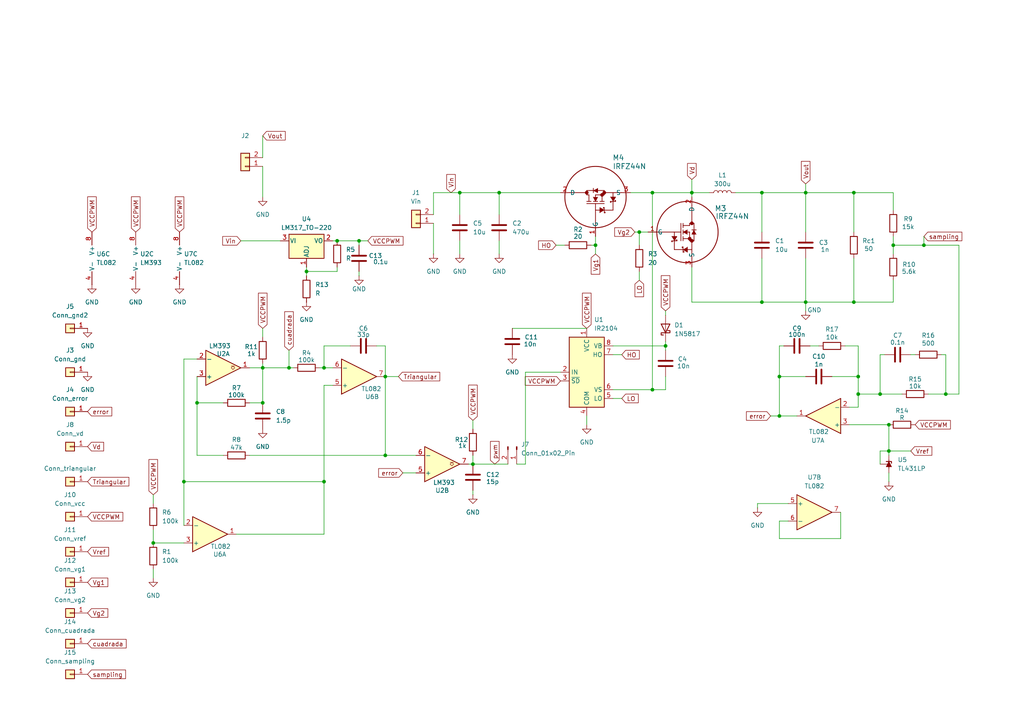
<source format=kicad_sch>
(kicad_sch
	(version 20250114)
	(generator "eeschema")
	(generator_version "9.0")
	(uuid "ee1f104a-e02d-4db7-8607-e80e4c529ac6")
	(paper "A4")
	(lib_symbols
		(symbol "2025-06-13_22-28-41:IRFZ44N_127"
			(pin_names
				(offset 0.254)
			)
			(exclude_from_sim no)
			(in_bom yes)
			(on_board yes)
			(property "Reference" "MOSFET"
				(at 16.51 1.905 0)
				(effects
					(font
						(size 1.524 1.524)
					)
				)
			)
			(property "Value" "IRFZ44N_127"
				(at 16.51 -2.54 0)
				(effects
					(font
						(size 1.524 1.524)
					)
				)
			)
			(property "Footprint" "SOT78_TO220_NXP"
				(at 0 0 0)
				(effects
					(font
						(size 1.27 1.27)
						(italic yes)
					)
					(hide yes)
				)
			)
			(property "Datasheet" "IRFZ44N_127"
				(at 0 0 0)
				(effects
					(font
						(size 1.27 1.27)
						(italic yes)
					)
					(hide yes)
				)
			)
			(property "Description" ""
				(at 0 0 0)
				(effects
					(font
						(size 1.27 1.27)
					)
					(hide yes)
				)
			)
			(property "ki_locked" ""
				(at 0 0 0)
				(effects
					(font
						(size 1.27 1.27)
					)
				)
			)
			(property "ki_keywords" "IRFZ44N,127"
				(at 0 0 0)
				(effects
					(font
						(size 1.27 1.27)
					)
					(hide yes)
				)
			)
			(property "ki_fp_filters" "SOT78_TO220_NXP"
				(at 0 0 0)
				(effects
					(font
						(size 1.27 1.27)
					)
					(hide yes)
				)
			)
			(symbol "IRFZ44N_127_0_1"
				(polyline
					(pts
						(xy 2.54 0) (xy 9.525 0)
					)
					(stroke
						(width 0.2032)
						(type default)
					)
					(fill
						(type none)
					)
				)
				(polyline
					(pts
						(xy 6.858 -1.27) (xy 8.382 -1.27) (xy 7.62 -2.54)
					)
					(stroke
						(width 0)
						(type default)
					)
					(fill
						(type outline)
					)
				)
				(polyline
					(pts
						(xy 6.858 -2.54) (xy 6.858 -2.794)
					)
					(stroke
						(width 0.2032)
						(type default)
					)
					(fill
						(type none)
					)
				)
				(polyline
					(pts
						(xy 6.858 -2.54) (xy 8.382 -2.54)
					)
					(stroke
						(width 0.2032)
						(type default)
					)
					(fill
						(type none)
					)
				)
				(polyline
					(pts
						(xy 6.858 -2.794) (xy 7.112 -2.794)
					)
					(stroke
						(width 0.2032)
						(type default)
					)
					(fill
						(type none)
					)
				)
				(polyline
					(pts
						(xy 7.62 0) (xy 7.62 -1.27)
					)
					(stroke
						(width 0.2032)
						(type default)
					)
					(fill
						(type none)
					)
				)
				(polyline
					(pts
						(xy 7.62 -2.54) (xy 7.62 -5.08)
					)
					(stroke
						(width 0.2032)
						(type default)
					)
					(fill
						(type none)
					)
				)
				(polyline
					(pts
						(xy 7.62 -5.08) (xy 10.16 -5.08)
					)
					(stroke
						(width 0.2032)
						(type default)
					)
					(fill
						(type none)
					)
				)
				(polyline
					(pts
						(xy 8.382 -2.286) (xy 8.128 -2.286)
					)
					(stroke
						(width 0.2032)
						(type default)
					)
					(fill
						(type none)
					)
				)
				(polyline
					(pts
						(xy 8.382 -2.54) (xy 8.382 -2.286)
					)
					(stroke
						(width 0.2032)
						(type default)
					)
					(fill
						(type none)
					)
				)
				(polyline
					(pts
						(xy 9.525 -2.54) (xy 9.525 2.54)
					)
					(stroke
						(width 0.2032)
						(type default)
					)
					(fill
						(type none)
					)
				)
				(polyline
					(pts
						(xy 9.906 -4.318) (xy 9.906 -4.572)
					)
					(stroke
						(width 0.2032)
						(type default)
					)
					(fill
						(type none)
					)
				)
				(polyline
					(pts
						(xy 10.16 1.905) (xy 12.065 1.905)
					)
					(stroke
						(width 0.2032)
						(type default)
					)
					(fill
						(type none)
					)
				)
				(polyline
					(pts
						(xy 10.16 1.27) (xy 10.16 2.54)
					)
					(stroke
						(width 0.2032)
						(type default)
					)
					(fill
						(type none)
					)
				)
				(polyline
					(pts
						(xy 10.16 -0.635) (xy 10.16 0.635)
					)
					(stroke
						(width 0.2032)
						(type default)
					)
					(fill
						(type none)
					)
				)
				(polyline
					(pts
						(xy 10.16 -1.905) (xy 12.065 -1.905)
					)
					(stroke
						(width 0.2032)
						(type default)
					)
					(fill
						(type none)
					)
				)
				(polyline
					(pts
						(xy 10.16 -2.54) (xy 10.16 -1.27)
					)
					(stroke
						(width 0.2032)
						(type default)
					)
					(fill
						(type none)
					)
				)
				(polyline
					(pts
						(xy 10.16 -4.318) (xy 9.906 -4.318)
					)
					(stroke
						(width 0.2032)
						(type default)
					)
					(fill
						(type none)
					)
				)
				(polyline
					(pts
						(xy 10.16 -4.318) (xy 10.16 -5.842)
					)
					(stroke
						(width 0.2032)
						(type default)
					)
					(fill
						(type none)
					)
				)
				(polyline
					(pts
						(xy 10.16 -5.842) (xy 10.414 -5.842)
					)
					(stroke
						(width 0.2032)
						(type default)
					)
					(fill
						(type none)
					)
				)
				(polyline
					(pts
						(xy 10.414 -5.842) (xy 10.414 -5.588)
					)
					(stroke
						(width 0.2032)
						(type default)
					)
					(fill
						(type none)
					)
				)
				(polyline
					(pts
						(xy 11.43 0.635) (xy 10.16 0) (xy 11.43 -0.635)
					)
					(stroke
						(width 0)
						(type default)
					)
					(fill
						(type outline)
					)
				)
				(polyline
					(pts
						(xy 11.43 0) (xy 12.065 0)
					)
					(stroke
						(width 0.2032)
						(type default)
					)
					(fill
						(type none)
					)
				)
				(circle
					(center 11.43 0)
					(radius 8.89)
					(stroke
						(width 0.254)
						(type default)
					)
					(fill
						(type none)
					)
				)
				(polyline
					(pts
						(xy 11.43 -4.318) (xy 11.43 -5.842) (xy 10.16 -5.08)
					)
					(stroke
						(width 0)
						(type default)
					)
					(fill
						(type outline)
					)
				)
				(polyline
					(pts
						(xy 11.43 -5.08) (xy 12.7 -5.08)
					)
					(stroke
						(width 0.2032)
						(type default)
					)
					(fill
						(type none)
					)
				)
				(polyline
					(pts
						(xy 12.065 2.54) (xy 13.335 2.54)
					)
					(stroke
						(width 0.2032)
						(type default)
					)
					(fill
						(type none)
					)
				)
				(polyline
					(pts
						(xy 12.065 1.905) (xy 12.065 2.54)
					)
					(stroke
						(width 0.2032)
						(type default)
					)
					(fill
						(type none)
					)
				)
				(circle
					(center 12.065 -1.905)
					(radius 0.0254)
					(stroke
						(width 0.508)
						(type default)
					)
					(fill
						(type none)
					)
				)
				(polyline
					(pts
						(xy 12.065 -2.54) (xy 12.065 0)
					)
					(stroke
						(width 0.2032)
						(type default)
					)
					(fill
						(type none)
					)
				)
				(polyline
					(pts
						(xy 12.065 -2.54) (xy 13.335 -2.54)
					)
					(stroke
						(width 0.2032)
						(type default)
					)
					(fill
						(type none)
					)
				)
				(polyline
					(pts
						(xy 12.7 2.54) (xy 12.7 7.62)
					)
					(stroke
						(width 0.2032)
						(type default)
					)
					(fill
						(type none)
					)
				)
				(circle
					(center 12.7 2.54)
					(radius 0.0254)
					(stroke
						(width 0.508)
						(type default)
					)
					(fill
						(type none)
					)
				)
				(circle
					(center 12.7 -2.54)
					(radius 0.0254)
					(stroke
						(width 0.508)
						(type default)
					)
					(fill
						(type none)
					)
				)
				(polyline
					(pts
						(xy 12.7 -7.62) (xy 12.7 -2.54)
					)
					(stroke
						(width 0.2032)
						(type default)
					)
					(fill
						(type none)
					)
				)
				(polyline
					(pts
						(xy 13.335 0.635) (xy 13.335 2.54)
					)
					(stroke
						(width 0.2032)
						(type default)
					)
					(fill
						(type none)
					)
				)
				(polyline
					(pts
						(xy 13.335 -2.54) (xy 13.335 -0.635)
					)
					(stroke
						(width 0.2032)
						(type default)
					)
					(fill
						(type none)
					)
				)
				(polyline
					(pts
						(xy 13.97 0.635) (xy 12.7 0.635)
					)
					(stroke
						(width 0.2032)
						(type default)
					)
					(fill
						(type none)
					)
				)
				(polyline
					(pts
						(xy 13.97 -0.635) (xy 12.7 -0.635) (xy 13.335 0.635)
					)
					(stroke
						(width 0)
						(type default)
					)
					(fill
						(type outline)
					)
				)
				(pin unspecified line
					(at 0 0 0)
					(length 2.54)
					(name "G"
						(effects
							(font
								(size 1.27 1.27)
							)
						)
					)
					(number "1"
						(effects
							(font
								(size 1.27 1.27)
							)
						)
					)
				)
				(pin unspecified line
					(at 12.7 10.16 270)
					(length 2.54)
					(name "D"
						(effects
							(font
								(size 1.27 1.27)
							)
						)
					)
					(number "2"
						(effects
							(font
								(size 1.27 1.27)
							)
						)
					)
				)
				(pin unspecified line
					(at 12.7 -10.16 90)
					(length 2.54)
					(name "S"
						(effects
							(font
								(size 1.27 1.27)
							)
						)
					)
					(number "3"
						(effects
							(font
								(size 1.27 1.27)
							)
						)
					)
				)
			)
			(embedded_fonts no)
		)
		(symbol "Amplifier_Operational:TL082"
			(pin_names
				(offset 0.127)
			)
			(exclude_from_sim no)
			(in_bom yes)
			(on_board yes)
			(property "Reference" "U"
				(at 0 5.08 0)
				(effects
					(font
						(size 1.27 1.27)
					)
					(justify left)
				)
			)
			(property "Value" "TL082"
				(at 0 -5.08 0)
				(effects
					(font
						(size 1.27 1.27)
					)
					(justify left)
				)
			)
			(property "Footprint" ""
				(at 0 0 0)
				(effects
					(font
						(size 1.27 1.27)
					)
					(hide yes)
				)
			)
			(property "Datasheet" "http://www.ti.com/lit/ds/symlink/tl081.pdf"
				(at 0 0 0)
				(effects
					(font
						(size 1.27 1.27)
					)
					(hide yes)
				)
			)
			(property "Description" "Dual JFET-Input Operational Amplifiers, DIP-8/SOIC-8/SSOP-8"
				(at 0 0 0)
				(effects
					(font
						(size 1.27 1.27)
					)
					(hide yes)
				)
			)
			(property "ki_locked" ""
				(at 0 0 0)
				(effects
					(font
						(size 1.27 1.27)
					)
				)
			)
			(property "ki_keywords" "dual opamp"
				(at 0 0 0)
				(effects
					(font
						(size 1.27 1.27)
					)
					(hide yes)
				)
			)
			(property "ki_fp_filters" "SOIC*3.9x4.9mm*P1.27mm* DIP*W7.62mm* TO*99* OnSemi*Micro8* TSSOP*3x3mm*P0.65mm* TSSOP*4.4x3mm*P0.65mm* MSOP*3x3mm*P0.65mm* SSOP*3.9x4.9mm*P0.635mm* LFCSP*2x2mm*P0.5mm* *SIP* SOIC*5.3x6.2mm*P1.27mm*"
				(at 0 0 0)
				(effects
					(font
						(size 1.27 1.27)
					)
					(hide yes)
				)
			)
			(symbol "TL082_1_1"
				(polyline
					(pts
						(xy -5.08 5.08) (xy 5.08 0) (xy -5.08 -5.08) (xy -5.08 5.08)
					)
					(stroke
						(width 0.254)
						(type default)
					)
					(fill
						(type background)
					)
				)
				(pin input line
					(at -7.62 2.54 0)
					(length 2.54)
					(name "+"
						(effects
							(font
								(size 1.27 1.27)
							)
						)
					)
					(number "3"
						(effects
							(font
								(size 1.27 1.27)
							)
						)
					)
				)
				(pin input line
					(at -7.62 -2.54 0)
					(length 2.54)
					(name "-"
						(effects
							(font
								(size 1.27 1.27)
							)
						)
					)
					(number "2"
						(effects
							(font
								(size 1.27 1.27)
							)
						)
					)
				)
				(pin output line
					(at 7.62 0 180)
					(length 2.54)
					(name "~"
						(effects
							(font
								(size 1.27 1.27)
							)
						)
					)
					(number "1"
						(effects
							(font
								(size 1.27 1.27)
							)
						)
					)
				)
			)
			(symbol "TL082_2_1"
				(polyline
					(pts
						(xy -5.08 5.08) (xy 5.08 0) (xy -5.08 -5.08) (xy -5.08 5.08)
					)
					(stroke
						(width 0.254)
						(type default)
					)
					(fill
						(type background)
					)
				)
				(pin input line
					(at -7.62 2.54 0)
					(length 2.54)
					(name "+"
						(effects
							(font
								(size 1.27 1.27)
							)
						)
					)
					(number "5"
						(effects
							(font
								(size 1.27 1.27)
							)
						)
					)
				)
				(pin input line
					(at -7.62 -2.54 0)
					(length 2.54)
					(name "-"
						(effects
							(font
								(size 1.27 1.27)
							)
						)
					)
					(number "6"
						(effects
							(font
								(size 1.27 1.27)
							)
						)
					)
				)
				(pin output line
					(at 7.62 0 180)
					(length 2.54)
					(name "~"
						(effects
							(font
								(size 1.27 1.27)
							)
						)
					)
					(number "7"
						(effects
							(font
								(size 1.27 1.27)
							)
						)
					)
				)
			)
			(symbol "TL082_3_1"
				(pin power_in line
					(at -2.54 7.62 270)
					(length 3.81)
					(name "V+"
						(effects
							(font
								(size 1.27 1.27)
							)
						)
					)
					(number "8"
						(effects
							(font
								(size 1.27 1.27)
							)
						)
					)
				)
				(pin power_in line
					(at -2.54 -7.62 90)
					(length 3.81)
					(name "V-"
						(effects
							(font
								(size 1.27 1.27)
							)
						)
					)
					(number "4"
						(effects
							(font
								(size 1.27 1.27)
							)
						)
					)
				)
			)
			(embedded_fonts no)
		)
		(symbol "Comparator:LM393"
			(pin_names
				(offset 0.127)
			)
			(exclude_from_sim no)
			(in_bom yes)
			(on_board yes)
			(property "Reference" "U"
				(at 3.81 3.81 0)
				(effects
					(font
						(size 1.27 1.27)
					)
				)
			)
			(property "Value" "LM393"
				(at 6.35 -3.81 0)
				(effects
					(font
						(size 1.27 1.27)
					)
				)
			)
			(property "Footprint" ""
				(at 0 0 0)
				(effects
					(font
						(size 1.27 1.27)
					)
					(hide yes)
				)
			)
			(property "Datasheet" "http://www.ti.com/lit/ds/symlink/lm393.pdf"
				(at 0 0 0)
				(effects
					(font
						(size 1.27 1.27)
					)
					(hide yes)
				)
			)
			(property "Description" "Low-Power, Low-Offset Voltage, Dual Comparators, DIP-8/SOIC-8/TO-99-8"
				(at 0 0 0)
				(effects
					(font
						(size 1.27 1.27)
					)
					(hide yes)
				)
			)
			(property "ki_locked" ""
				(at 0 0 0)
				(effects
					(font
						(size 1.27 1.27)
					)
				)
			)
			(property "ki_keywords" "cmp open collector"
				(at 0 0 0)
				(effects
					(font
						(size 1.27 1.27)
					)
					(hide yes)
				)
			)
			(property "ki_fp_filters" "SOIC*3.9x4.9mm*P1.27mm* DIP*W7.62mm* SOP*5.28x5.23mm*P1.27mm* VSSOP*3x3mm*P0.65mm* TSSOP*4.4x3mm*P0.65mm*"
				(at 0 0 0)
				(effects
					(font
						(size 1.27 1.27)
					)
					(hide yes)
				)
			)
			(symbol "LM393_1_1"
				(polyline
					(pts
						(xy -5.08 5.08) (xy 5.08 0) (xy -5.08 -5.08) (xy -5.08 5.08)
					)
					(stroke
						(width 0.254)
						(type default)
					)
					(fill
						(type background)
					)
				)
				(polyline
					(pts
						(xy 3.302 -0.508) (xy 2.794 -0.508) (xy 3.302 0) (xy 2.794 0.508) (xy 2.286 0) (xy 2.794 -0.508)
						(xy 2.286 -0.508)
					)
					(stroke
						(width 0.127)
						(type default)
					)
					(fill
						(type none)
					)
				)
				(pin input line
					(at -7.62 2.54 0)
					(length 2.54)
					(name "+"
						(effects
							(font
								(size 1.27 1.27)
							)
						)
					)
					(number "3"
						(effects
							(font
								(size 1.27 1.27)
							)
						)
					)
				)
				(pin input line
					(at -7.62 -2.54 0)
					(length 2.54)
					(name "-"
						(effects
							(font
								(size 1.27 1.27)
							)
						)
					)
					(number "2"
						(effects
							(font
								(size 1.27 1.27)
							)
						)
					)
				)
				(pin open_collector line
					(at 7.62 0 180)
					(length 2.54)
					(name "~"
						(effects
							(font
								(size 1.27 1.27)
							)
						)
					)
					(number "1"
						(effects
							(font
								(size 1.27 1.27)
							)
						)
					)
				)
			)
			(symbol "LM393_2_1"
				(polyline
					(pts
						(xy -5.08 5.08) (xy 5.08 0) (xy -5.08 -5.08) (xy -5.08 5.08)
					)
					(stroke
						(width 0.254)
						(type default)
					)
					(fill
						(type background)
					)
				)
				(polyline
					(pts
						(xy 3.302 -0.508) (xy 2.794 -0.508) (xy 3.302 0) (xy 2.794 0.508) (xy 2.286 0) (xy 2.794 -0.508)
						(xy 2.286 -0.508)
					)
					(stroke
						(width 0.127)
						(type default)
					)
					(fill
						(type none)
					)
				)
				(pin input line
					(at -7.62 2.54 0)
					(length 2.54)
					(name "+"
						(effects
							(font
								(size 1.27 1.27)
							)
						)
					)
					(number "5"
						(effects
							(font
								(size 1.27 1.27)
							)
						)
					)
				)
				(pin input line
					(at -7.62 -2.54 0)
					(length 2.54)
					(name "-"
						(effects
							(font
								(size 1.27 1.27)
							)
						)
					)
					(number "6"
						(effects
							(font
								(size 1.27 1.27)
							)
						)
					)
				)
				(pin open_collector line
					(at 7.62 0 180)
					(length 2.54)
					(name "~"
						(effects
							(font
								(size 1.27 1.27)
							)
						)
					)
					(number "7"
						(effects
							(font
								(size 1.27 1.27)
							)
						)
					)
				)
			)
			(symbol "LM393_3_1"
				(pin power_in line
					(at -2.54 7.62 270)
					(length 3.81)
					(name "V+"
						(effects
							(font
								(size 1.27 1.27)
							)
						)
					)
					(number "8"
						(effects
							(font
								(size 1.27 1.27)
							)
						)
					)
				)
				(pin power_in line
					(at -2.54 -7.62 90)
					(length 3.81)
					(name "V-"
						(effects
							(font
								(size 1.27 1.27)
							)
						)
					)
					(number "4"
						(effects
							(font
								(size 1.27 1.27)
							)
						)
					)
				)
			)
			(embedded_fonts no)
		)
		(symbol "Connector:Conn_01x02_Pin"
			(pin_names
				(offset 1.016)
				(hide yes)
			)
			(exclude_from_sim no)
			(in_bom yes)
			(on_board yes)
			(property "Reference" "J"
				(at 0 2.54 0)
				(effects
					(font
						(size 1.27 1.27)
					)
				)
			)
			(property "Value" "Conn_01x02_Pin"
				(at 0 -5.08 0)
				(effects
					(font
						(size 1.27 1.27)
					)
				)
			)
			(property "Footprint" ""
				(at 0 0 0)
				(effects
					(font
						(size 1.27 1.27)
					)
					(hide yes)
				)
			)
			(property "Datasheet" "~"
				(at 0 0 0)
				(effects
					(font
						(size 1.27 1.27)
					)
					(hide yes)
				)
			)
			(property "Description" "Generic connector, single row, 01x02, script generated"
				(at 0 0 0)
				(effects
					(font
						(size 1.27 1.27)
					)
					(hide yes)
				)
			)
			(property "ki_locked" ""
				(at 0 0 0)
				(effects
					(font
						(size 1.27 1.27)
					)
				)
			)
			(property "ki_keywords" "connector"
				(at 0 0 0)
				(effects
					(font
						(size 1.27 1.27)
					)
					(hide yes)
				)
			)
			(property "ki_fp_filters" "Connector*:*_1x??_*"
				(at 0 0 0)
				(effects
					(font
						(size 1.27 1.27)
					)
					(hide yes)
				)
			)
			(symbol "Conn_01x02_Pin_1_1"
				(rectangle
					(start 0.8636 0.127)
					(end 0 -0.127)
					(stroke
						(width 0.1524)
						(type default)
					)
					(fill
						(type outline)
					)
				)
				(rectangle
					(start 0.8636 -2.413)
					(end 0 -2.667)
					(stroke
						(width 0.1524)
						(type default)
					)
					(fill
						(type outline)
					)
				)
				(polyline
					(pts
						(xy 1.27 0) (xy 0.8636 0)
					)
					(stroke
						(width 0.1524)
						(type default)
					)
					(fill
						(type none)
					)
				)
				(polyline
					(pts
						(xy 1.27 -2.54) (xy 0.8636 -2.54)
					)
					(stroke
						(width 0.1524)
						(type default)
					)
					(fill
						(type none)
					)
				)
				(pin passive line
					(at 5.08 0 180)
					(length 3.81)
					(name "Pin_1"
						(effects
							(font
								(size 1.27 1.27)
							)
						)
					)
					(number "1"
						(effects
							(font
								(size 1.27 1.27)
							)
						)
					)
				)
				(pin passive line
					(at 5.08 -2.54 180)
					(length 3.81)
					(name "Pin_2"
						(effects
							(font
								(size 1.27 1.27)
							)
						)
					)
					(number "2"
						(effects
							(font
								(size 1.27 1.27)
							)
						)
					)
				)
			)
			(embedded_fonts no)
		)
		(symbol "Connector_Generic:Conn_01x01"
			(pin_names
				(offset 1.016)
				(hide yes)
			)
			(exclude_from_sim no)
			(in_bom yes)
			(on_board yes)
			(property "Reference" "J"
				(at 0 2.54 0)
				(effects
					(font
						(size 1.27 1.27)
					)
				)
			)
			(property "Value" "Conn_01x01"
				(at 0 -2.54 0)
				(effects
					(font
						(size 1.27 1.27)
					)
				)
			)
			(property "Footprint" ""
				(at 0 0 0)
				(effects
					(font
						(size 1.27 1.27)
					)
					(hide yes)
				)
			)
			(property "Datasheet" "~"
				(at 0 0 0)
				(effects
					(font
						(size 1.27 1.27)
					)
					(hide yes)
				)
			)
			(property "Description" "Generic connector, single row, 01x01, script generated (kicad-library-utils/schlib/autogen/connector/)"
				(at 0 0 0)
				(effects
					(font
						(size 1.27 1.27)
					)
					(hide yes)
				)
			)
			(property "ki_keywords" "connector"
				(at 0 0 0)
				(effects
					(font
						(size 1.27 1.27)
					)
					(hide yes)
				)
			)
			(property "ki_fp_filters" "Connector*:*_1x??_*"
				(at 0 0 0)
				(effects
					(font
						(size 1.27 1.27)
					)
					(hide yes)
				)
			)
			(symbol "Conn_01x01_1_1"
				(rectangle
					(start -1.27 1.27)
					(end 1.27 -1.27)
					(stroke
						(width 0.254)
						(type default)
					)
					(fill
						(type background)
					)
				)
				(rectangle
					(start -1.27 0.127)
					(end 0 -0.127)
					(stroke
						(width 0.1524)
						(type default)
					)
					(fill
						(type none)
					)
				)
				(pin passive line
					(at -5.08 0 0)
					(length 3.81)
					(name "Pin_1"
						(effects
							(font
								(size 1.27 1.27)
							)
						)
					)
					(number "1"
						(effects
							(font
								(size 1.27 1.27)
							)
						)
					)
				)
			)
			(embedded_fonts no)
		)
		(symbol "Connector_Generic:Conn_01x02"
			(pin_names
				(offset 1.016)
				(hide yes)
			)
			(exclude_from_sim no)
			(in_bom yes)
			(on_board yes)
			(property "Reference" "J"
				(at 0 2.54 0)
				(effects
					(font
						(size 1.27 1.27)
					)
				)
			)
			(property "Value" "Conn_01x02"
				(at 0 -5.08 0)
				(effects
					(font
						(size 1.27 1.27)
					)
				)
			)
			(property "Footprint" ""
				(at 0 0 0)
				(effects
					(font
						(size 1.27 1.27)
					)
					(hide yes)
				)
			)
			(property "Datasheet" "~"
				(at 0 0 0)
				(effects
					(font
						(size 1.27 1.27)
					)
					(hide yes)
				)
			)
			(property "Description" "Generic connector, single row, 01x02, script generated (kicad-library-utils/schlib/autogen/connector/)"
				(at 0 0 0)
				(effects
					(font
						(size 1.27 1.27)
					)
					(hide yes)
				)
			)
			(property "ki_keywords" "connector"
				(at 0 0 0)
				(effects
					(font
						(size 1.27 1.27)
					)
					(hide yes)
				)
			)
			(property "ki_fp_filters" "Connector*:*_1x??_*"
				(at 0 0 0)
				(effects
					(font
						(size 1.27 1.27)
					)
					(hide yes)
				)
			)
			(symbol "Conn_01x02_1_1"
				(rectangle
					(start -1.27 1.27)
					(end 1.27 -3.81)
					(stroke
						(width 0.254)
						(type default)
					)
					(fill
						(type background)
					)
				)
				(rectangle
					(start -1.27 0.127)
					(end 0 -0.127)
					(stroke
						(width 0.1524)
						(type default)
					)
					(fill
						(type none)
					)
				)
				(rectangle
					(start -1.27 -2.413)
					(end 0 -2.667)
					(stroke
						(width 0.1524)
						(type default)
					)
					(fill
						(type none)
					)
				)
				(pin passive line
					(at -5.08 0 0)
					(length 3.81)
					(name "Pin_1"
						(effects
							(font
								(size 1.27 1.27)
							)
						)
					)
					(number "1"
						(effects
							(font
								(size 1.27 1.27)
							)
						)
					)
				)
				(pin passive line
					(at -5.08 -2.54 0)
					(length 3.81)
					(name "Pin_2"
						(effects
							(font
								(size 1.27 1.27)
							)
						)
					)
					(number "2"
						(effects
							(font
								(size 1.27 1.27)
							)
						)
					)
				)
			)
			(embedded_fonts no)
		)
		(symbol "Device:C"
			(pin_numbers
				(hide yes)
			)
			(pin_names
				(offset 0.254)
			)
			(exclude_from_sim no)
			(in_bom yes)
			(on_board yes)
			(property "Reference" "C"
				(at 0.635 2.54 0)
				(effects
					(font
						(size 1.27 1.27)
					)
					(justify left)
				)
			)
			(property "Value" "C"
				(at 0.635 -2.54 0)
				(effects
					(font
						(size 1.27 1.27)
					)
					(justify left)
				)
			)
			(property "Footprint" ""
				(at 0.9652 -3.81 0)
				(effects
					(font
						(size 1.27 1.27)
					)
					(hide yes)
				)
			)
			(property "Datasheet" "~"
				(at 0 0 0)
				(effects
					(font
						(size 1.27 1.27)
					)
					(hide yes)
				)
			)
			(property "Description" "Unpolarized capacitor"
				(at 0 0 0)
				(effects
					(font
						(size 1.27 1.27)
					)
					(hide yes)
				)
			)
			(property "ki_keywords" "cap capacitor"
				(at 0 0 0)
				(effects
					(font
						(size 1.27 1.27)
					)
					(hide yes)
				)
			)
			(property "ki_fp_filters" "C_*"
				(at 0 0 0)
				(effects
					(font
						(size 1.27 1.27)
					)
					(hide yes)
				)
			)
			(symbol "C_0_1"
				(polyline
					(pts
						(xy -2.032 0.762) (xy 2.032 0.762)
					)
					(stroke
						(width 0.508)
						(type default)
					)
					(fill
						(type none)
					)
				)
				(polyline
					(pts
						(xy -2.032 -0.762) (xy 2.032 -0.762)
					)
					(stroke
						(width 0.508)
						(type default)
					)
					(fill
						(type none)
					)
				)
			)
			(symbol "C_1_1"
				(pin passive line
					(at 0 3.81 270)
					(length 2.794)
					(name "~"
						(effects
							(font
								(size 1.27 1.27)
							)
						)
					)
					(number "1"
						(effects
							(font
								(size 1.27 1.27)
							)
						)
					)
				)
				(pin passive line
					(at 0 -3.81 90)
					(length 2.794)
					(name "~"
						(effects
							(font
								(size 1.27 1.27)
							)
						)
					)
					(number "2"
						(effects
							(font
								(size 1.27 1.27)
							)
						)
					)
				)
			)
			(embedded_fonts no)
		)
		(symbol "Device:L"
			(pin_numbers
				(hide yes)
			)
			(pin_names
				(offset 1.016)
				(hide yes)
			)
			(exclude_from_sim no)
			(in_bom yes)
			(on_board yes)
			(property "Reference" "L"
				(at -1.27 0 90)
				(effects
					(font
						(size 1.27 1.27)
					)
				)
			)
			(property "Value" "L"
				(at 1.905 0 90)
				(effects
					(font
						(size 1.27 1.27)
					)
				)
			)
			(property "Footprint" ""
				(at 0 0 0)
				(effects
					(font
						(size 1.27 1.27)
					)
					(hide yes)
				)
			)
			(property "Datasheet" "~"
				(at 0 0 0)
				(effects
					(font
						(size 1.27 1.27)
					)
					(hide yes)
				)
			)
			(property "Description" "Inductor"
				(at 0 0 0)
				(effects
					(font
						(size 1.27 1.27)
					)
					(hide yes)
				)
			)
			(property "ki_keywords" "inductor choke coil reactor magnetic"
				(at 0 0 0)
				(effects
					(font
						(size 1.27 1.27)
					)
					(hide yes)
				)
			)
			(property "ki_fp_filters" "Choke_* *Coil* Inductor_* L_*"
				(at 0 0 0)
				(effects
					(font
						(size 1.27 1.27)
					)
					(hide yes)
				)
			)
			(symbol "L_0_1"
				(arc
					(start 0 2.54)
					(mid 0.6323 1.905)
					(end 0 1.27)
					(stroke
						(width 0)
						(type default)
					)
					(fill
						(type none)
					)
				)
				(arc
					(start 0 1.27)
					(mid 0.6323 0.635)
					(end 0 0)
					(stroke
						(width 0)
						(type default)
					)
					(fill
						(type none)
					)
				)
				(arc
					(start 0 0)
					(mid 0.6323 -0.635)
					(end 0 -1.27)
					(stroke
						(width 0)
						(type default)
					)
					(fill
						(type none)
					)
				)
				(arc
					(start 0 -1.27)
					(mid 0.6323 -1.905)
					(end 0 -2.54)
					(stroke
						(width 0)
						(type default)
					)
					(fill
						(type none)
					)
				)
			)
			(symbol "L_1_1"
				(pin passive line
					(at 0 3.81 270)
					(length 1.27)
					(name "1"
						(effects
							(font
								(size 1.27 1.27)
							)
						)
					)
					(number "1"
						(effects
							(font
								(size 1.27 1.27)
							)
						)
					)
				)
				(pin passive line
					(at 0 -3.81 90)
					(length 1.27)
					(name "2"
						(effects
							(font
								(size 1.27 1.27)
							)
						)
					)
					(number "2"
						(effects
							(font
								(size 1.27 1.27)
							)
						)
					)
				)
			)
			(embedded_fonts no)
		)
		(symbol "Device:R"
			(pin_numbers
				(hide yes)
			)
			(pin_names
				(offset 0)
			)
			(exclude_from_sim no)
			(in_bom yes)
			(on_board yes)
			(property "Reference" "R"
				(at 2.032 0 90)
				(effects
					(font
						(size 1.27 1.27)
					)
				)
			)
			(property "Value" "R"
				(at 0 0 90)
				(effects
					(font
						(size 1.27 1.27)
					)
				)
			)
			(property "Footprint" ""
				(at -1.778 0 90)
				(effects
					(font
						(size 1.27 1.27)
					)
					(hide yes)
				)
			)
			(property "Datasheet" "~"
				(at 0 0 0)
				(effects
					(font
						(size 1.27 1.27)
					)
					(hide yes)
				)
			)
			(property "Description" "Resistor"
				(at 0 0 0)
				(effects
					(font
						(size 1.27 1.27)
					)
					(hide yes)
				)
			)
			(property "ki_keywords" "R res resistor"
				(at 0 0 0)
				(effects
					(font
						(size 1.27 1.27)
					)
					(hide yes)
				)
			)
			(property "ki_fp_filters" "R_*"
				(at 0 0 0)
				(effects
					(font
						(size 1.27 1.27)
					)
					(hide yes)
				)
			)
			(symbol "R_0_1"
				(rectangle
					(start -1.016 -2.54)
					(end 1.016 2.54)
					(stroke
						(width 0.254)
						(type default)
					)
					(fill
						(type none)
					)
				)
			)
			(symbol "R_1_1"
				(pin passive line
					(at 0 3.81 270)
					(length 1.27)
					(name "~"
						(effects
							(font
								(size 1.27 1.27)
							)
						)
					)
					(number "1"
						(effects
							(font
								(size 1.27 1.27)
							)
						)
					)
				)
				(pin passive line
					(at 0 -3.81 90)
					(length 1.27)
					(name "~"
						(effects
							(font
								(size 1.27 1.27)
							)
						)
					)
					(number "2"
						(effects
							(font
								(size 1.27 1.27)
							)
						)
					)
				)
			)
			(embedded_fonts no)
		)
		(symbol "Diode:1N5817"
			(pin_numbers
				(hide yes)
			)
			(pin_names
				(offset 1.016)
				(hide yes)
			)
			(exclude_from_sim no)
			(in_bom yes)
			(on_board yes)
			(property "Reference" "D"
				(at 0 2.54 0)
				(effects
					(font
						(size 1.27 1.27)
					)
				)
			)
			(property "Value" "1N5817"
				(at 0 -2.54 0)
				(effects
					(font
						(size 1.27 1.27)
					)
				)
			)
			(property "Footprint" "Diode_THT:D_DO-41_SOD81_P10.16mm_Horizontal"
				(at 0 -4.445 0)
				(effects
					(font
						(size 1.27 1.27)
					)
					(hide yes)
				)
			)
			(property "Datasheet" "http://www.vishay.com/docs/88525/1n5817.pdf"
				(at 0 0 0)
				(effects
					(font
						(size 1.27 1.27)
					)
					(hide yes)
				)
			)
			(property "Description" "20V 1A Schottky Barrier Rectifier Diode, DO-41"
				(at 0 0 0)
				(effects
					(font
						(size 1.27 1.27)
					)
					(hide yes)
				)
			)
			(property "ki_keywords" "diode Schottky"
				(at 0 0 0)
				(effects
					(font
						(size 1.27 1.27)
					)
					(hide yes)
				)
			)
			(property "ki_fp_filters" "D*DO?41*"
				(at 0 0 0)
				(effects
					(font
						(size 1.27 1.27)
					)
					(hide yes)
				)
			)
			(symbol "1N5817_0_1"
				(polyline
					(pts
						(xy -1.905 0.635) (xy -1.905 1.27) (xy -1.27 1.27) (xy -1.27 -1.27) (xy -0.635 -1.27) (xy -0.635 -0.635)
					)
					(stroke
						(width 0.254)
						(type default)
					)
					(fill
						(type none)
					)
				)
				(polyline
					(pts
						(xy 1.27 1.27) (xy 1.27 -1.27) (xy -1.27 0) (xy 1.27 1.27)
					)
					(stroke
						(width 0.254)
						(type default)
					)
					(fill
						(type none)
					)
				)
				(polyline
					(pts
						(xy 1.27 0) (xy -1.27 0)
					)
					(stroke
						(width 0)
						(type default)
					)
					(fill
						(type none)
					)
				)
			)
			(symbol "1N5817_1_1"
				(pin passive line
					(at -3.81 0 0)
					(length 2.54)
					(name "K"
						(effects
							(font
								(size 1.27 1.27)
							)
						)
					)
					(number "1"
						(effects
							(font
								(size 1.27 1.27)
							)
						)
					)
				)
				(pin passive line
					(at 3.81 0 180)
					(length 2.54)
					(name "A"
						(effects
							(font
								(size 1.27 1.27)
							)
						)
					)
					(number "2"
						(effects
							(font
								(size 1.27 1.27)
							)
						)
					)
				)
			)
			(embedded_fonts no)
		)
		(symbol "Driver_FET:IR2104"
			(exclude_from_sim no)
			(in_bom yes)
			(on_board yes)
			(property "Reference" "U"
				(at 1.27 13.335 0)
				(effects
					(font
						(size 1.27 1.27)
					)
					(justify left)
				)
			)
			(property "Value" "IR2104"
				(at 1.27 11.43 0)
				(effects
					(font
						(size 1.27 1.27)
					)
					(justify left)
				)
			)
			(property "Footprint" ""
				(at 0 0 0)
				(effects
					(font
						(size 1.27 1.27)
						(italic yes)
					)
					(hide yes)
				)
			)
			(property "Datasheet" "https://www.infineon.com/dgdl/ir2104.pdf?fileId=5546d462533600a4015355c7c1c31671"
				(at 0 0 0)
				(effects
					(font
						(size 1.27 1.27)
					)
					(hide yes)
				)
			)
			(property "Description" "Half-Bridge Driver, 600V, 210/360mA, PDIP-8/SOIC-8"
				(at 0 0 0)
				(effects
					(font
						(size 1.27 1.27)
					)
					(hide yes)
				)
			)
			(property "ki_keywords" "Gate Driver"
				(at 0 0 0)
				(effects
					(font
						(size 1.27 1.27)
					)
					(hide yes)
				)
			)
			(property "ki_fp_filters" "SOIC*3.9x4.9mm*P1.27mm* DIP*W7.62mm*"
				(at 0 0 0)
				(effects
					(font
						(size 1.27 1.27)
					)
					(hide yes)
				)
			)
			(symbol "IR2104_0_1"
				(rectangle
					(start -5.08 -10.16)
					(end 5.08 10.16)
					(stroke
						(width 0.254)
						(type default)
					)
					(fill
						(type background)
					)
				)
			)
			(symbol "IR2104_1_1"
				(pin input line
					(at -7.62 0 0)
					(length 2.54)
					(name "IN"
						(effects
							(font
								(size 1.27 1.27)
							)
						)
					)
					(number "2"
						(effects
							(font
								(size 1.27 1.27)
							)
						)
					)
				)
				(pin input line
					(at -7.62 -2.54 0)
					(length 2.54)
					(name "~{SD}"
						(effects
							(font
								(size 1.27 1.27)
							)
						)
					)
					(number "3"
						(effects
							(font
								(size 1.27 1.27)
							)
						)
					)
				)
				(pin power_in line
					(at 0 12.7 270)
					(length 2.54)
					(name "VCC"
						(effects
							(font
								(size 1.27 1.27)
							)
						)
					)
					(number "1"
						(effects
							(font
								(size 1.27 1.27)
							)
						)
					)
				)
				(pin power_in line
					(at 0 -12.7 90)
					(length 2.54)
					(name "COM"
						(effects
							(font
								(size 1.27 1.27)
							)
						)
					)
					(number "4"
						(effects
							(font
								(size 1.27 1.27)
							)
						)
					)
				)
				(pin passive line
					(at 7.62 7.62 180)
					(length 2.54)
					(name "VB"
						(effects
							(font
								(size 1.27 1.27)
							)
						)
					)
					(number "8"
						(effects
							(font
								(size 1.27 1.27)
							)
						)
					)
				)
				(pin output line
					(at 7.62 5.08 180)
					(length 2.54)
					(name "HO"
						(effects
							(font
								(size 1.27 1.27)
							)
						)
					)
					(number "7"
						(effects
							(font
								(size 1.27 1.27)
							)
						)
					)
				)
				(pin passive line
					(at 7.62 -5.08 180)
					(length 2.54)
					(name "VS"
						(effects
							(font
								(size 1.27 1.27)
							)
						)
					)
					(number "6"
						(effects
							(font
								(size 1.27 1.27)
							)
						)
					)
				)
				(pin output line
					(at 7.62 -7.62 180)
					(length 2.54)
					(name "LO"
						(effects
							(font
								(size 1.27 1.27)
							)
						)
					)
					(number "5"
						(effects
							(font
								(size 1.27 1.27)
							)
						)
					)
				)
			)
			(embedded_fonts no)
		)
		(symbol "Reference_Voltage:TL431LP"
			(pin_numbers
				(hide yes)
			)
			(pin_names
				(hide yes)
			)
			(exclude_from_sim no)
			(in_bom yes)
			(on_board yes)
			(property "Reference" "U"
				(at -2.54 2.54 0)
				(effects
					(font
						(size 1.27 1.27)
					)
				)
			)
			(property "Value" "TL431LP"
				(at 0 -2.54 0)
				(effects
					(font
						(size 1.27 1.27)
					)
				)
			)
			(property "Footprint" "Package_TO_SOT_THT:TO-92_Inline"
				(at 0 -4.826 0)
				(effects
					(font
						(size 1.27 1.27)
						(italic yes)
					)
					(hide yes)
				)
			)
			(property "Datasheet" "http://www.ti.com/lit/ds/symlink/tl431.pdf"
				(at 0.508 -7.112 0)
				(effects
					(font
						(size 1.27 1.27)
						(italic yes)
					)
					(hide yes)
				)
			)
			(property "Description" "Shunt Regulator, TO-92"
				(at 0 -8.89 0)
				(effects
					(font
						(size 1.27 1.27)
					)
					(hide yes)
				)
			)
			(property "ki_keywords" "diode device regulator shunt"
				(at 0 0 0)
				(effects
					(font
						(size 1.27 1.27)
					)
					(hide yes)
				)
			)
			(property "ki_fp_filters" "TO*92*"
				(at 0 0 0)
				(effects
					(font
						(size 1.27 1.27)
					)
					(hide yes)
				)
			)
			(symbol "TL431LP_0_1"
				(polyline
					(pts
						(xy -1.27 0) (xy 0 0) (xy 1.27 0)
					)
					(stroke
						(width 0)
						(type default)
					)
					(fill
						(type none)
					)
				)
				(polyline
					(pts
						(xy -0.762 -0.762) (xy -0.762 0.762) (xy 0.762 0) (xy -0.762 -0.762)
					)
					(stroke
						(width 0)
						(type default)
					)
					(fill
						(type outline)
					)
				)
				(polyline
					(pts
						(xy 0.254 -0.762) (xy 0.762 -0.762) (xy 0.762 0.762) (xy 0.762 0.762)
					)
					(stroke
						(width 0.254)
						(type default)
					)
					(fill
						(type none)
					)
				)
			)
			(symbol "TL431LP_1_1"
				(pin passive line
					(at -2.54 0 0)
					(length 2.54)
					(name "A"
						(effects
							(font
								(size 1.27 1.27)
							)
						)
					)
					(number "2"
						(effects
							(font
								(size 1.27 1.27)
							)
						)
					)
				)
				(pin passive line
					(at 0 2.54 270)
					(length 2.54)
					(name "REF"
						(effects
							(font
								(size 1.27 1.27)
							)
						)
					)
					(number "1"
						(effects
							(font
								(size 1.27 1.27)
							)
						)
					)
				)
				(pin passive line
					(at 2.54 0 180)
					(length 2.54)
					(name "K"
						(effects
							(font
								(size 1.27 1.27)
							)
						)
					)
					(number "3"
						(effects
							(font
								(size 1.27 1.27)
							)
						)
					)
				)
			)
			(embedded_fonts no)
		)
		(symbol "Regulator_Linear:LM317_TO-220"
			(pin_names
				(offset 0.254)
			)
			(exclude_from_sim no)
			(in_bom yes)
			(on_board yes)
			(property "Reference" "U"
				(at -3.81 3.175 0)
				(effects
					(font
						(size 1.27 1.27)
					)
				)
			)
			(property "Value" "LM317_TO-220"
				(at 0 3.175 0)
				(effects
					(font
						(size 1.27 1.27)
					)
					(justify left)
				)
			)
			(property "Footprint" "Package_TO_SOT_THT:TO-220-3_Vertical"
				(at 0 6.35 0)
				(effects
					(font
						(size 1.27 1.27)
						(italic yes)
					)
					(hide yes)
				)
			)
			(property "Datasheet" "http://www.ti.com/lit/ds/symlink/lm317.pdf"
				(at 0 0 0)
				(effects
					(font
						(size 1.27 1.27)
					)
					(hide yes)
				)
			)
			(property "Description" "1.5A 35V Adjustable Linear Regulator, TO-220"
				(at 0 0 0)
				(effects
					(font
						(size 1.27 1.27)
					)
					(hide yes)
				)
			)
			(property "ki_keywords" "Adjustable Voltage Regulator 1A Positive"
				(at 0 0 0)
				(effects
					(font
						(size 1.27 1.27)
					)
					(hide yes)
				)
			)
			(property "ki_fp_filters" "TO?220*"
				(at 0 0 0)
				(effects
					(font
						(size 1.27 1.27)
					)
					(hide yes)
				)
			)
			(symbol "LM317_TO-220_0_1"
				(rectangle
					(start -5.08 1.905)
					(end 5.08 -5.08)
					(stroke
						(width 0.254)
						(type default)
					)
					(fill
						(type background)
					)
				)
			)
			(symbol "LM317_TO-220_1_1"
				(pin power_in line
					(at -7.62 0 0)
					(length 2.54)
					(name "VI"
						(effects
							(font
								(size 1.27 1.27)
							)
						)
					)
					(number "3"
						(effects
							(font
								(size 1.27 1.27)
							)
						)
					)
				)
				(pin input line
					(at 0 -7.62 90)
					(length 2.54)
					(name "ADJ"
						(effects
							(font
								(size 1.27 1.27)
							)
						)
					)
					(number "1"
						(effects
							(font
								(size 1.27 1.27)
							)
						)
					)
				)
				(pin power_out line
					(at 7.62 0 180)
					(length 2.54)
					(name "VO"
						(effects
							(font
								(size 1.27 1.27)
							)
						)
					)
					(number "2"
						(effects
							(font
								(size 1.27 1.27)
							)
						)
					)
				)
			)
			(embedded_fonts no)
		)
		(symbol "power:GND"
			(power)
			(pin_numbers
				(hide yes)
			)
			(pin_names
				(offset 0)
				(hide yes)
			)
			(exclude_from_sim no)
			(in_bom yes)
			(on_board yes)
			(property "Reference" "#PWR"
				(at 0 -6.35 0)
				(effects
					(font
						(size 1.27 1.27)
					)
					(hide yes)
				)
			)
			(property "Value" "GND"
				(at 0 -3.81 0)
				(effects
					(font
						(size 1.27 1.27)
					)
				)
			)
			(property "Footprint" ""
				(at 0 0 0)
				(effects
					(font
						(size 1.27 1.27)
					)
					(hide yes)
				)
			)
			(property "Datasheet" ""
				(at 0 0 0)
				(effects
					(font
						(size 1.27 1.27)
					)
					(hide yes)
				)
			)
			(property "Description" "Power symbol creates a global label with name \"GND\" , ground"
				(at 0 0 0)
				(effects
					(font
						(size 1.27 1.27)
					)
					(hide yes)
				)
			)
			(property "ki_keywords" "global power"
				(at 0 0 0)
				(effects
					(font
						(size 1.27 1.27)
					)
					(hide yes)
				)
			)
			(symbol "GND_0_1"
				(polyline
					(pts
						(xy 0 0) (xy 0 -1.27) (xy 1.27 -1.27) (xy 0 -2.54) (xy -1.27 -1.27) (xy 0 -1.27)
					)
					(stroke
						(width 0)
						(type default)
					)
					(fill
						(type none)
					)
				)
			)
			(symbol "GND_1_1"
				(pin power_in line
					(at 0 0 270)
					(length 0)
					(name "~"
						(effects
							(font
								(size 1.27 1.27)
							)
						)
					)
					(number "1"
						(effects
							(font
								(size 1.27 1.27)
							)
						)
					)
				)
			)
			(embedded_fonts no)
		)
	)
	(junction
		(at 76.2 106.68)
		(diameter 0)
		(color 0 0 0 0)
		(uuid "049ec966-80a8-4411-8cc4-61e468027f91")
	)
	(junction
		(at 104.14 69.85)
		(diameter 0)
		(color 0 0 0 0)
		(uuid "15a18759-b76f-4f55-925e-c7474433fbcc")
	)
	(junction
		(at 189.23 55.88)
		(diameter 0)
		(color 0 0 0 0)
		(uuid "1e123fc7-4e46-445e-8836-ff400d72eeed")
	)
	(junction
		(at 200.66 55.88)
		(diameter 0)
		(color 0 0 0 0)
		(uuid "252cbb2c-aa73-4a67-a8ac-70dd346f7234")
	)
	(junction
		(at 93.98 139.7)
		(diameter 0)
		(color 0 0 0 0)
		(uuid "256cab38-dfa0-4726-ba8e-7578d2baaf1f")
	)
	(junction
		(at 257.81 123.19)
		(diameter 0)
		(color 0 0 0 0)
		(uuid "28bcae53-57eb-4d56-a1e7-62115ea884c9")
	)
	(junction
		(at 226.06 120.65)
		(diameter 0)
		(color 0 0 0 0)
		(uuid "2e613784-c9ca-49e4-b0a8-65ac7a7b9800")
	)
	(junction
		(at 247.65 87.63)
		(diameter 0)
		(color 0 0 0 0)
		(uuid "307d264e-a0da-45b2-81fd-56f58803de0d")
	)
	(junction
		(at 274.32 114.3)
		(diameter 0)
		(color 0 0 0 0)
		(uuid "30fe0896-5b78-4efa-92cc-f2343689cf73")
	)
	(junction
		(at 97.79 69.85)
		(diameter 0)
		(color 0 0 0 0)
		(uuid "3ae1c2b0-2966-4a0a-9bea-3851bfe74f72")
	)
	(junction
		(at 57.15 116.84)
		(diameter 0)
		(color 0 0 0 0)
		(uuid "40802344-5a46-49b6-87fe-9123086a5e51")
	)
	(junction
		(at 44.45 157.48)
		(diameter 0)
		(color 0 0 0 0)
		(uuid "52160a97-3464-4211-af1b-ec619844d580")
	)
	(junction
		(at 53.34 139.7)
		(diameter 0)
		(color 0 0 0 0)
		(uuid "53ee9755-5ac7-459e-9b71-150e64954e39")
	)
	(junction
		(at 133.35 55.88)
		(diameter 0)
		(color 0 0 0 0)
		(uuid "6210e970-ce32-4b16-9bd7-ae446ed9ce23")
	)
	(junction
		(at 233.68 55.88)
		(diameter 0)
		(color 0 0 0 0)
		(uuid "66227f2d-7883-4ab3-a860-058ba0b71353")
	)
	(junction
		(at 93.98 106.68)
		(diameter 0)
		(color 0 0 0 0)
		(uuid "664c2d1a-d3dd-41ed-bc0a-90e8549c5ade")
	)
	(junction
		(at 233.68 87.63)
		(diameter 0)
		(color 0 0 0 0)
		(uuid "6967d9cc-9e5a-4be6-b0dd-658ce2f63e62")
	)
	(junction
		(at 248.92 114.3)
		(diameter 0)
		(color 0 0 0 0)
		(uuid "6985e25d-3550-43e4-83f0-12a16670fe65")
	)
	(junction
		(at 257.81 130.81)
		(diameter 0)
		(color 0 0 0 0)
		(uuid "79f7568f-378e-4dcc-aa96-fc3d0a227cac")
	)
	(junction
		(at 255.27 114.3)
		(diameter 0)
		(color 0 0 0 0)
		(uuid "7c050b0f-f9ad-4ed3-9fec-fbd83f4f6965")
	)
	(junction
		(at 226.06 109.22)
		(diameter 0)
		(color 0 0 0 0)
		(uuid "81209378-d102-49b0-a40b-e53cb6f6e951")
	)
	(junction
		(at 185.42 67.31)
		(diameter 0)
		(color 0 0 0 0)
		(uuid "8600caa2-a9a7-49c9-8b3a-b7af677af2fa")
	)
	(junction
		(at 259.08 71.12)
		(diameter 0)
		(color 0 0 0 0)
		(uuid "87607fb9-6bd3-4fdb-a7af-6ea3b8c07537")
	)
	(junction
		(at 137.16 134.62)
		(diameter 0)
		(color 0 0 0 0)
		(uuid "8a8370e6-d470-415f-a57b-b8678e6e688f")
	)
	(junction
		(at 88.9 78.74)
		(diameter 0)
		(color 0 0 0 0)
		(uuid "8eff2fb4-3cf2-4b28-a603-3de322606b9a")
	)
	(junction
		(at 248.92 109.22)
		(diameter 0)
		(color 0 0 0 0)
		(uuid "911541af-4d58-4478-951a-95f3f5112abb")
	)
	(junction
		(at 111.76 132.08)
		(diameter 0)
		(color 0 0 0 0)
		(uuid "92ca62bb-de78-4c88-af0f-011570ef2607")
	)
	(junction
		(at 220.98 55.88)
		(diameter 0)
		(color 0 0 0 0)
		(uuid "969521e5-50fa-4133-9907-324067f27217")
	)
	(junction
		(at 111.76 109.22)
		(diameter 0)
		(color 0 0 0 0)
		(uuid "9bde5943-d2cf-4ce2-9f02-5da9e0176600")
	)
	(junction
		(at 189.23 113.03)
		(diameter 0)
		(color 0 0 0 0)
		(uuid "acaced2a-64c6-4ccd-ac4b-3b7a75948fc8")
	)
	(junction
		(at 172.72 71.12)
		(diameter 0)
		(color 0 0 0 0)
		(uuid "b721cf11-6c97-44e5-9ea7-aa6de1da57a5")
	)
	(junction
		(at 267.97 71.12)
		(diameter 0)
		(color 0 0 0 0)
		(uuid "bc4f8e41-f999-41a1-97f3-485b03268222")
	)
	(junction
		(at 193.04 100.33)
		(diameter 0)
		(color 0 0 0 0)
		(uuid "cbb23b95-ea0a-4b76-9cbc-3311a8e66344")
	)
	(junction
		(at 247.65 55.88)
		(diameter 0)
		(color 0 0 0 0)
		(uuid "d154cbb9-f541-469e-8c39-2fcf2a2e5f9f")
	)
	(junction
		(at 144.78 55.88)
		(diameter 0)
		(color 0 0 0 0)
		(uuid "d2cb01c2-a9f1-489b-82f5-006759ff4f46")
	)
	(junction
		(at 83.82 106.68)
		(diameter 0)
		(color 0 0 0 0)
		(uuid "d596d124-d55d-4c31-b6ed-c5191beba0d2")
	)
	(junction
		(at 220.98 87.63)
		(diameter 0)
		(color 0 0 0 0)
		(uuid "de1889ab-b412-4705-b5ed-d2615ec8fd5a")
	)
	(junction
		(at 76.2 116.84)
		(diameter 0)
		(color 0 0 0 0)
		(uuid "ea2e6aae-d214-4ea3-9359-1c7ecb8bf5a6")
	)
	(wire
		(pts
			(xy 93.98 111.76) (xy 93.98 139.7)
		)
		(stroke
			(width 0)
			(type default)
		)
		(uuid "020f0091-8867-4e46-9a35-c9085bdce9ed")
	)
	(wire
		(pts
			(xy 137.16 121.92) (xy 137.16 124.46)
		)
		(stroke
			(width 0)
			(type default)
		)
		(uuid "0708b044-a85e-4a95-90c5-0cfadc719959")
	)
	(wire
		(pts
			(xy 226.06 109.22) (xy 233.68 109.22)
		)
		(stroke
			(width 0)
			(type default)
		)
		(uuid "074c3dc3-67e2-4d70-89ca-eacf19296065")
	)
	(wire
		(pts
			(xy 243.84 156.21) (xy 243.84 148.59)
		)
		(stroke
			(width 0)
			(type default)
		)
		(uuid "08236797-c5b3-435d-9244-7d30ee088133")
	)
	(wire
		(pts
			(xy 144.78 69.85) (xy 144.78 73.66)
		)
		(stroke
			(width 0)
			(type default)
		)
		(uuid "09b12aa3-d888-45ad-96eb-f4f0e489d5be")
	)
	(wire
		(pts
			(xy 193.04 100.33) (xy 193.04 101.6)
		)
		(stroke
			(width 0)
			(type default)
		)
		(uuid "0e61d5c3-ea3f-4e29-83d2-f4776b465a07")
	)
	(wire
		(pts
			(xy 133.35 55.88) (xy 144.78 55.88)
		)
		(stroke
			(width 0)
			(type default)
		)
		(uuid "1355cc7a-5830-414e-b931-ee80491bb630")
	)
	(wire
		(pts
			(xy 220.98 55.88) (xy 220.98 67.31)
		)
		(stroke
			(width 0)
			(type default)
		)
		(uuid "16cddcbd-6724-415b-ab30-0b53a57d3d41")
	)
	(wire
		(pts
			(xy 247.65 74.93) (xy 247.65 87.63)
		)
		(stroke
			(width 0)
			(type default)
		)
		(uuid "17b7806c-d6e3-4596-8a25-9b985bd5c569")
	)
	(wire
		(pts
			(xy 247.65 55.88) (xy 247.65 67.31)
		)
		(stroke
			(width 0)
			(type default)
		)
		(uuid "1dd213c7-7e2a-4449-9932-cd995856226e")
	)
	(wire
		(pts
			(xy 72.39 106.68) (xy 76.2 106.68)
		)
		(stroke
			(width 0)
			(type default)
		)
		(uuid "1fa36a0a-aab9-40f0-b29d-944a9ed74016")
	)
	(wire
		(pts
			(xy 226.06 109.22) (xy 226.06 120.65)
		)
		(stroke
			(width 0)
			(type default)
		)
		(uuid "20ed15f3-b930-4e07-b7f7-8484b1f48522")
	)
	(wire
		(pts
			(xy 72.39 132.08) (xy 111.76 132.08)
		)
		(stroke
			(width 0)
			(type default)
		)
		(uuid "21627738-5dd5-4dac-9091-85032865b599")
	)
	(wire
		(pts
			(xy 278.13 71.12) (xy 278.13 114.3)
		)
		(stroke
			(width 0)
			(type default)
		)
		(uuid "239d9e01-cf0a-4af6-a7ff-2b910221f932")
	)
	(wire
		(pts
			(xy 53.34 104.14) (xy 57.15 104.14)
		)
		(stroke
			(width 0)
			(type default)
		)
		(uuid "25214293-73ef-44b6-b52d-ffffe5ef048d")
	)
	(wire
		(pts
			(xy 233.68 55.88) (xy 233.68 67.31)
		)
		(stroke
			(width 0)
			(type default)
		)
		(uuid "256f4c22-4af9-48c0-94d6-a6990f3d820e")
	)
	(wire
		(pts
			(xy 257.81 123.19) (xy 246.38 123.19)
		)
		(stroke
			(width 0)
			(type default)
		)
		(uuid "262c548e-2879-4218-89ac-76847b351f8d")
	)
	(wire
		(pts
			(xy 133.35 55.88) (xy 133.35 62.23)
		)
		(stroke
			(width 0)
			(type default)
		)
		(uuid "27e38cac-010d-4fbd-8985-68da901ecf55")
	)
	(wire
		(pts
			(xy 273.05 102.87) (xy 274.32 102.87)
		)
		(stroke
			(width 0)
			(type default)
		)
		(uuid "2867ef4a-1160-4a93-9700-a75cade082ff")
	)
	(wire
		(pts
			(xy 220.98 87.63) (xy 200.66 87.63)
		)
		(stroke
			(width 0)
			(type default)
		)
		(uuid "2ec5f093-c1b3-4695-ad1f-ec1a763887da")
	)
	(wire
		(pts
			(xy 57.15 109.22) (xy 57.15 116.84)
		)
		(stroke
			(width 0)
			(type default)
		)
		(uuid "301d3a2c-fe35-4f13-9fd2-4d826dbb9a82")
	)
	(wire
		(pts
			(xy 93.98 111.76) (xy 96.52 111.76)
		)
		(stroke
			(width 0)
			(type default)
		)
		(uuid "3105b29b-6cd0-46f4-8fbb-afbada4c0509")
	)
	(wire
		(pts
			(xy 267.97 68.58) (xy 267.97 71.12)
		)
		(stroke
			(width 0)
			(type default)
		)
		(uuid "31d26dc1-8c50-44b1-8044-00562d0737ee")
	)
	(wire
		(pts
			(xy 44.45 157.48) (xy 53.34 157.48)
		)
		(stroke
			(width 0)
			(type default)
		)
		(uuid "3298a3d0-e177-414d-9e81-f17cf05630c2")
	)
	(wire
		(pts
			(xy 111.76 109.22) (xy 115.57 109.22)
		)
		(stroke
			(width 0)
			(type default)
		)
		(uuid "379d2525-3819-4c26-b233-fc9690e5a12a")
	)
	(wire
		(pts
			(xy 193.04 90.17) (xy 193.04 91.44)
		)
		(stroke
			(width 0)
			(type default)
		)
		(uuid "3926ff71-4b69-4152-819d-8fd4e849b2f5")
	)
	(wire
		(pts
			(xy 248.92 100.33) (xy 245.11 100.33)
		)
		(stroke
			(width 0)
			(type default)
		)
		(uuid "39d53101-e28b-4471-8ea4-61e329ddbc27")
	)
	(wire
		(pts
			(xy 76.2 105.41) (xy 76.2 106.68)
		)
		(stroke
			(width 0)
			(type default)
		)
		(uuid "3af7b217-bd73-4504-8a1a-b7d1fbd16a71")
	)
	(wire
		(pts
			(xy 88.9 78.74) (xy 88.9 80.01)
		)
		(stroke
			(width 0)
			(type default)
		)
		(uuid "3b9a7d1b-1895-4d33-81f1-e1a4ebf01742")
	)
	(wire
		(pts
			(xy 109.22 100.33) (xy 111.76 100.33)
		)
		(stroke
			(width 0)
			(type default)
		)
		(uuid "3c10fbd0-8644-41d7-8785-a05c0de0e1aa")
	)
	(wire
		(pts
			(xy 226.06 120.65) (xy 223.52 120.65)
		)
		(stroke
			(width 0)
			(type default)
		)
		(uuid "3e190e2d-6687-421c-bb9b-2db80784bfc8")
	)
	(wire
		(pts
			(xy 57.15 116.84) (xy 57.15 132.08)
		)
		(stroke
			(width 0)
			(type default)
		)
		(uuid "3ef21f0a-b5ee-4d77-8724-f4664687d41a")
	)
	(wire
		(pts
			(xy 68.58 154.94) (xy 93.98 154.94)
		)
		(stroke
			(width 0)
			(type default)
		)
		(uuid "3f1d4ef6-41aa-4f5c-b707-618302b6e5cd")
	)
	(wire
		(pts
			(xy 76.2 106.68) (xy 76.2 116.84)
		)
		(stroke
			(width 0)
			(type default)
		)
		(uuid "40fb14ae-0de4-45a8-bb22-21703bd42cdd")
	)
	(wire
		(pts
			(xy 171.45 71.12) (xy 172.72 71.12)
		)
		(stroke
			(width 0)
			(type default)
		)
		(uuid "414995d3-ca5b-4db2-bad9-41fa181250ea")
	)
	(wire
		(pts
			(xy 234.95 100.33) (xy 237.49 100.33)
		)
		(stroke
			(width 0)
			(type default)
		)
		(uuid "41c1c3c0-140e-4847-be21-a486e2e99bd9")
	)
	(wire
		(pts
			(xy 259.08 68.58) (xy 259.08 71.12)
		)
		(stroke
			(width 0)
			(type default)
		)
		(uuid "41d56859-e498-41ef-9e29-c475d927cdd3")
	)
	(wire
		(pts
			(xy 255.27 134.62) (xy 255.27 130.81)
		)
		(stroke
			(width 0)
			(type default)
		)
		(uuid "42669c87-4277-42d2-b73e-7a0ccebefd0a")
	)
	(wire
		(pts
			(xy 189.23 55.88) (xy 200.66 55.88)
		)
		(stroke
			(width 0)
			(type default)
		)
		(uuid "42bccee4-727c-4b19-8de7-025d158ac3cb")
	)
	(wire
		(pts
			(xy 152.4 107.95) (xy 162.56 107.95)
		)
		(stroke
			(width 0)
			(type default)
		)
		(uuid "43c78aad-4313-440c-b377-2fea1d45d469")
	)
	(wire
		(pts
			(xy 259.08 71.12) (xy 267.97 71.12)
		)
		(stroke
			(width 0)
			(type default)
		)
		(uuid "43ea7eb1-cdb9-4a14-a250-5f39e058a3d9")
	)
	(wire
		(pts
			(xy 161.29 71.12) (xy 163.83 71.12)
		)
		(stroke
			(width 0)
			(type default)
		)
		(uuid "44baa8a7-87ee-4f46-89f7-e263afff22a0")
	)
	(wire
		(pts
			(xy 137.16 134.62) (xy 147.32 134.62)
		)
		(stroke
			(width 0)
			(type default)
		)
		(uuid "4505f611-18fc-495e-8834-2133f5a1167a")
	)
	(wire
		(pts
			(xy 116.84 137.16) (xy 120.65 137.16)
		)
		(stroke
			(width 0)
			(type default)
		)
		(uuid "4583a5b6-807d-4377-a51d-4736725d6bb1")
	)
	(wire
		(pts
			(xy 76.2 106.68) (xy 83.82 106.68)
		)
		(stroke
			(width 0)
			(type default)
		)
		(uuid "45ecafb1-6d5a-40cc-8c29-f3cbb685ab1a")
	)
	(wire
		(pts
			(xy 106.68 69.85) (xy 104.14 69.85)
		)
		(stroke
			(width 0)
			(type default)
		)
		(uuid "47cea1da-7491-4338-833c-ceee49a446ad")
	)
	(wire
		(pts
			(xy 259.08 55.88) (xy 259.08 60.96)
		)
		(stroke
			(width 0)
			(type default)
		)
		(uuid "47fa640e-0094-4d0d-b271-60be94456a23")
	)
	(wire
		(pts
			(xy 233.68 55.88) (xy 247.65 55.88)
		)
		(stroke
			(width 0)
			(type default)
		)
		(uuid "4856e983-140a-404c-8db4-d3570bc79cbe")
	)
	(wire
		(pts
			(xy 144.78 55.88) (xy 162.56 55.88)
		)
		(stroke
			(width 0)
			(type default)
		)
		(uuid "48b62b93-acb2-4a18-907c-af51311a8139")
	)
	(wire
		(pts
			(xy 248.92 109.22) (xy 241.3 109.22)
		)
		(stroke
			(width 0)
			(type default)
		)
		(uuid "4a7ab088-f448-4fcf-addf-b845471cc0b4")
	)
	(wire
		(pts
			(xy 226.06 100.33) (xy 227.33 100.33)
		)
		(stroke
			(width 0)
			(type default)
		)
		(uuid "4c7131dc-81ca-4055-bb20-6a416c29832d")
	)
	(wire
		(pts
			(xy 259.08 71.12) (xy 259.08 73.66)
		)
		(stroke
			(width 0)
			(type default)
		)
		(uuid "4d8c9ec1-c31a-4498-ba60-591ba8391573")
	)
	(wire
		(pts
			(xy 200.66 52.07) (xy 200.66 55.88)
		)
		(stroke
			(width 0)
			(type default)
		)
		(uuid "4dca7266-4832-496c-9cc9-81e9a6294841")
	)
	(wire
		(pts
			(xy 274.32 102.87) (xy 274.32 114.3)
		)
		(stroke
			(width 0)
			(type default)
		)
		(uuid "4de14ca3-77cf-472a-a68e-49804d98205b")
	)
	(wire
		(pts
			(xy 247.65 55.88) (xy 259.08 55.88)
		)
		(stroke
			(width 0)
			(type default)
		)
		(uuid "4f3645a8-4d9c-4078-bb76-78656bcf6bd5")
	)
	(wire
		(pts
			(xy 233.68 87.63) (xy 247.65 87.63)
		)
		(stroke
			(width 0)
			(type default)
		)
		(uuid "532ec177-9b80-4a64-aced-2cfa3275b447")
	)
	(wire
		(pts
			(xy 226.06 156.21) (xy 243.84 156.21)
		)
		(stroke
			(width 0)
			(type default)
		)
		(uuid "5450ee1f-d74e-42dc-8ed3-e8818dc6c1e7")
	)
	(wire
		(pts
			(xy 267.97 71.12) (xy 278.13 71.12)
		)
		(stroke
			(width 0)
			(type default)
		)
		(uuid "56d1779c-915f-4d67-b35e-c75d4dbac7e9")
	)
	(wire
		(pts
			(xy 189.23 113.03) (xy 193.04 113.03)
		)
		(stroke
			(width 0)
			(type default)
		)
		(uuid "590e0c81-f24f-4974-af7c-b082c27ac274")
	)
	(wire
		(pts
			(xy 69.85 69.85) (xy 81.28 69.85)
		)
		(stroke
			(width 0)
			(type default)
		)
		(uuid "593f04f0-90f7-482d-9789-6918871e6f1f")
	)
	(wire
		(pts
			(xy 269.24 114.3) (xy 274.32 114.3)
		)
		(stroke
			(width 0)
			(type default)
		)
		(uuid "5bc53f34-bf89-4c83-9c75-836264fb877b")
	)
	(wire
		(pts
			(xy 228.6 151.13) (xy 226.06 151.13)
		)
		(stroke
			(width 0)
			(type default)
		)
		(uuid "5bdde594-77d6-4b95-a52b-c3a495621b54")
	)
	(wire
		(pts
			(xy 76.2 57.15) (xy 76.2 48.26)
		)
		(stroke
			(width 0)
			(type default)
		)
		(uuid "5dde2be0-7cc6-4c72-84d9-6276332fe44f")
	)
	(wire
		(pts
			(xy 220.98 87.63) (xy 233.68 87.63)
		)
		(stroke
			(width 0)
			(type default)
		)
		(uuid "6145c20c-74dd-4572-a6b9-5f01a0d1a3a3")
	)
	(wire
		(pts
			(xy 125.73 55.88) (xy 125.73 62.23)
		)
		(stroke
			(width 0)
			(type default)
		)
		(uuid "63cbb71a-40fd-4f24-a5e0-066ae9a7e0a0")
	)
	(wire
		(pts
			(xy 185.42 67.31) (xy 187.96 67.31)
		)
		(stroke
			(width 0)
			(type default)
		)
		(uuid "6687f016-9f3f-4f69-96e5-1bbb289e30fc")
	)
	(wire
		(pts
			(xy 144.78 55.88) (xy 144.78 62.23)
		)
		(stroke
			(width 0)
			(type default)
		)
		(uuid "6780ff12-1e8c-4506-9043-e4ec15b56590")
	)
	(wire
		(pts
			(xy 149.86 134.62) (xy 152.4 134.62)
		)
		(stroke
			(width 0)
			(type default)
		)
		(uuid "6c4009cd-ca8d-4a9c-8102-27b153bef21d")
	)
	(wire
		(pts
			(xy 200.66 55.88) (xy 205.74 55.88)
		)
		(stroke
			(width 0)
			(type default)
		)
		(uuid "6d5eb2d0-60c5-4032-be2c-8abaf2e5aa2b")
	)
	(wire
		(pts
			(xy 257.81 130.81) (xy 257.81 132.08)
		)
		(stroke
			(width 0)
			(type default)
		)
		(uuid "6dd4faa4-847a-42a5-8c79-67718fecb1fe")
	)
	(wire
		(pts
			(xy 264.16 102.87) (xy 265.43 102.87)
		)
		(stroke
			(width 0)
			(type default)
		)
		(uuid "6e081084-58e5-4879-a1df-b3d70907943d")
	)
	(wire
		(pts
			(xy 185.42 67.31) (xy 185.42 71.12)
		)
		(stroke
			(width 0)
			(type default)
		)
		(uuid "716d8a87-4501-4aed-b5ba-485b51837af0")
	)
	(wire
		(pts
			(xy 255.27 102.87) (xy 255.27 114.3)
		)
		(stroke
			(width 0)
			(type default)
		)
		(uuid "7335fccd-ee5b-40d6-8512-4f28495c38da")
	)
	(wire
		(pts
			(xy 93.98 100.33) (xy 93.98 106.68)
		)
		(stroke
			(width 0)
			(type default)
		)
		(uuid "7336889a-80b2-46b3-80df-812d7caac729")
	)
	(wire
		(pts
			(xy 180.34 115.57) (xy 177.8 115.57)
		)
		(stroke
			(width 0)
			(type default)
		)
		(uuid "7602667d-a2f2-4b09-8148-5967cfce25cd")
	)
	(wire
		(pts
			(xy 220.98 55.88) (xy 233.68 55.88)
		)
		(stroke
			(width 0)
			(type default)
		)
		(uuid "77713a78-47fc-4cca-816d-8e2afd644867")
	)
	(wire
		(pts
			(xy 135.89 134.62) (xy 137.16 134.62)
		)
		(stroke
			(width 0)
			(type default)
		)
		(uuid "7b17c373-05ba-4d87-b216-a98ca3c52ba8")
	)
	(wire
		(pts
			(xy 256.54 102.87) (xy 255.27 102.87)
		)
		(stroke
			(width 0)
			(type default)
		)
		(uuid "7b212575-d3bb-498d-9397-c07b6fe3cd16")
	)
	(wire
		(pts
			(xy 248.92 109.22) (xy 248.92 114.3)
		)
		(stroke
			(width 0)
			(type default)
		)
		(uuid "7db4f2f6-46ef-411e-84c8-49d4731e5582")
	)
	(wire
		(pts
			(xy 177.8 113.03) (xy 189.23 113.03)
		)
		(stroke
			(width 0)
			(type default)
		)
		(uuid "7fd9da6f-3282-485e-9883-53ed1746f76b")
	)
	(wire
		(pts
			(xy 44.45 143.51) (xy 44.45 146.05)
		)
		(stroke
			(width 0)
			(type default)
		)
		(uuid "808696e0-cb39-4b18-a16c-11f746d627c9")
	)
	(wire
		(pts
			(xy 44.45 153.67) (xy 44.45 157.48)
		)
		(stroke
			(width 0)
			(type default)
		)
		(uuid "82a01a4b-5e20-40b4-ae41-889fcfb0c6df")
	)
	(wire
		(pts
			(xy 257.81 130.81) (xy 264.16 130.81)
		)
		(stroke
			(width 0)
			(type default)
		)
		(uuid "8412a344-b105-4299-b0a5-5372e0d3bea2")
	)
	(wire
		(pts
			(xy 228.6 146.05) (xy 219.71 146.05)
		)
		(stroke
			(width 0)
			(type default)
		)
		(uuid "8631f64c-748b-484c-a130-7eb417cacd55")
	)
	(wire
		(pts
			(xy 57.15 116.84) (xy 64.77 116.84)
		)
		(stroke
			(width 0)
			(type default)
		)
		(uuid "8825b170-82b8-4875-8372-9b336588fb14")
	)
	(wire
		(pts
			(xy 93.98 100.33) (xy 101.6 100.33)
		)
		(stroke
			(width 0)
			(type default)
		)
		(uuid "88830e9c-840c-4b8e-8600-95f8edd08684")
	)
	(wire
		(pts
			(xy 177.8 100.33) (xy 193.04 100.33)
		)
		(stroke
			(width 0)
			(type default)
		)
		(uuid "89714969-6f89-4654-aabe-8392028dc735")
	)
	(wire
		(pts
			(xy 137.16 132.08) (xy 137.16 134.62)
		)
		(stroke
			(width 0)
			(type default)
		)
		(uuid "89b30454-42c4-47b3-aab2-b9d5a72d4bed")
	)
	(wire
		(pts
			(xy 92.71 106.68) (xy 93.98 106.68)
		)
		(stroke
			(width 0)
			(type default)
		)
		(uuid "8a847173-c95d-4eca-abe6-061f3332e0d1")
	)
	(wire
		(pts
			(xy 57.15 132.08) (xy 64.77 132.08)
		)
		(stroke
			(width 0)
			(type default)
		)
		(uuid "8ba3418b-9419-4f6e-bfa4-fe418a2d3b44")
	)
	(wire
		(pts
			(xy 248.92 114.3) (xy 255.27 114.3)
		)
		(stroke
			(width 0)
			(type default)
		)
		(uuid "8cc9b0f8-6f7f-473b-9214-b52764ffdb0f")
	)
	(wire
		(pts
			(xy 226.06 100.33) (xy 226.06 109.22)
		)
		(stroke
			(width 0)
			(type default)
		)
		(uuid "8e32f7ea-9b15-4b16-a658-7fc7d02ccfe7")
	)
	(wire
		(pts
			(xy 231.14 120.65) (xy 226.06 120.65)
		)
		(stroke
			(width 0)
			(type default)
		)
		(uuid "8e86822e-1900-4fa6-9bb3-451bf939039a")
	)
	(wire
		(pts
			(xy 248.92 114.3) (xy 248.92 118.11)
		)
		(stroke
			(width 0)
			(type default)
		)
		(uuid "8eac153e-cb65-40b8-a00d-cce7ffb00b0e")
	)
	(wire
		(pts
			(xy 255.27 130.81) (xy 257.81 130.81)
		)
		(stroke
			(width 0)
			(type default)
		)
		(uuid "943a0ab5-fd5a-4ea5-9040-0d6bcf6ae0a9")
	)
	(wire
		(pts
			(xy 200.66 77.47) (xy 200.66 87.63)
		)
		(stroke
			(width 0)
			(type default)
		)
		(uuid "94fa1724-e3ac-4742-a1e9-3d32ca037efa")
	)
	(wire
		(pts
			(xy 180.34 102.87) (xy 177.8 102.87)
		)
		(stroke
			(width 0)
			(type default)
		)
		(uuid "99b4f746-effc-43f4-84f4-ecbde7c1f9d4")
	)
	(wire
		(pts
			(xy 247.65 87.63) (xy 259.08 87.63)
		)
		(stroke
			(width 0)
			(type default)
		)
		(uuid "9a3b6199-6bfd-41ed-b48e-dabe2dcd0672")
	)
	(wire
		(pts
			(xy 193.04 99.06) (xy 193.04 100.33)
		)
		(stroke
			(width 0)
			(type default)
		)
		(uuid "9bf6ef25-777a-49f9-9aa2-c6dbbe9f4634")
	)
	(wire
		(pts
			(xy 72.39 116.84) (xy 76.2 116.84)
		)
		(stroke
			(width 0)
			(type default)
		)
		(uuid "9ce2da66-aa46-489e-8b19-87605e2278d0")
	)
	(wire
		(pts
			(xy 185.42 78.74) (xy 185.42 81.28)
		)
		(stroke
			(width 0)
			(type default)
		)
		(uuid "a2c5f063-5037-45c2-9ec1-f215b22d2982")
	)
	(wire
		(pts
			(xy 189.23 55.88) (xy 189.23 113.03)
		)
		(stroke
			(width 0)
			(type default)
		)
		(uuid "a373030d-92a8-4a05-bc74-96da0ac0da57")
	)
	(wire
		(pts
			(xy 233.68 87.63) (xy 233.68 74.93)
		)
		(stroke
			(width 0)
			(type default)
		)
		(uuid "a3b86ff5-7f3b-4ab1-88d3-0911742ac485")
	)
	(wire
		(pts
			(xy 125.73 73.66) (xy 125.73 64.77)
		)
		(stroke
			(width 0)
			(type default)
		)
		(uuid "a4373010-a7ae-4632-832f-3540137de15b")
	)
	(wire
		(pts
			(xy 96.52 69.85) (xy 97.79 69.85)
		)
		(stroke
			(width 0)
			(type default)
		)
		(uuid "aada9efb-dbc1-488b-b66a-4d147cbbeed9")
	)
	(wire
		(pts
			(xy 53.34 139.7) (xy 93.98 139.7)
		)
		(stroke
			(width 0)
			(type default)
		)
		(uuid "ad8a1819-e6ea-4f6d-a61b-dbb8058be7cd")
	)
	(wire
		(pts
			(xy 170.18 123.19) (xy 170.18 120.65)
		)
		(stroke
			(width 0)
			(type default)
		)
		(uuid "aeea73fc-ae95-48c8-8d18-fed320dfccc5")
	)
	(wire
		(pts
			(xy 76.2 95.25) (xy 76.2 97.79)
		)
		(stroke
			(width 0)
			(type default)
		)
		(uuid "af4d1543-acda-4122-a1b8-12594b2aeaa7")
	)
	(wire
		(pts
			(xy 88.9 78.74) (xy 97.79 78.74)
		)
		(stroke
			(width 0)
			(type default)
		)
		(uuid "afc5aeb4-ed47-4be0-92f0-3c02436ff31b")
	)
	(wire
		(pts
			(xy 104.14 80.01) (xy 104.14 78.74)
		)
		(stroke
			(width 0)
			(type default)
		)
		(uuid "b3f08158-8475-4daa-92cc-2f2a87f32e90")
	)
	(wire
		(pts
			(xy 96.52 106.68) (xy 93.98 106.68)
		)
		(stroke
			(width 0)
			(type default)
		)
		(uuid "b8bb8ac1-cec4-49a1-a457-af9ee57589f5")
	)
	(wire
		(pts
			(xy 193.04 109.22) (xy 193.04 113.03)
		)
		(stroke
			(width 0)
			(type default)
		)
		(uuid "b9596e69-ddc1-45cc-a276-13aa2cc38dec")
	)
	(wire
		(pts
			(xy 248.92 100.33) (xy 248.92 109.22)
		)
		(stroke
			(width 0)
			(type default)
		)
		(uuid "bc6c7fee-6dc3-4b10-a501-f6cdfffd8bc9")
	)
	(wire
		(pts
			(xy 76.2 39.37) (xy 76.2 45.72)
		)
		(stroke
			(width 0)
			(type default)
		)
		(uuid "c158c09f-5394-4d90-bc35-f3630645a866")
	)
	(wire
		(pts
			(xy 137.16 143.51) (xy 137.16 142.24)
		)
		(stroke
			(width 0)
			(type default)
		)
		(uuid "c231d0a9-43e8-4ab3-a573-b416e3e7a296")
	)
	(wire
		(pts
			(xy 246.38 118.11) (xy 248.92 118.11)
		)
		(stroke
			(width 0)
			(type default)
		)
		(uuid "c25c9a90-6d95-4c6e-adb4-dada3029f61c")
	)
	(wire
		(pts
			(xy 220.98 74.93) (xy 220.98 87.63)
		)
		(stroke
			(width 0)
			(type default)
		)
		(uuid "c4b72823-c6a7-498c-b531-46f11aba5a25")
	)
	(wire
		(pts
			(xy 182.88 55.88) (xy 189.23 55.88)
		)
		(stroke
			(width 0)
			(type default)
		)
		(uuid "c588d1ed-e7d4-453c-939b-886cad63042c")
	)
	(wire
		(pts
			(xy 148.59 95.25) (xy 170.18 95.25)
		)
		(stroke
			(width 0)
			(type default)
		)
		(uuid "c75772f6-fad8-4178-bf52-2d84a3db568a")
	)
	(wire
		(pts
			(xy 213.36 55.88) (xy 220.98 55.88)
		)
		(stroke
			(width 0)
			(type default)
		)
		(uuid "c77f564f-046b-4c11-9ce9-42683e3fc362")
	)
	(wire
		(pts
			(xy 184.15 67.31) (xy 185.42 67.31)
		)
		(stroke
			(width 0)
			(type default)
		)
		(uuid "ca26128b-dbae-4927-b9ce-9581d39381d9")
	)
	(wire
		(pts
			(xy 219.71 146.05) (xy 219.71 147.32)
		)
		(stroke
			(width 0)
			(type default)
		)
		(uuid "ccc77312-8082-4e79-99c7-2da8b140b7ff")
	)
	(wire
		(pts
			(xy 111.76 132.08) (xy 120.65 132.08)
		)
		(stroke
			(width 0)
			(type default)
		)
		(uuid "cce1675a-6bd3-42e3-a486-dab16894f560")
	)
	(wire
		(pts
			(xy 133.35 69.85) (xy 133.35 73.66)
		)
		(stroke
			(width 0)
			(type default)
		)
		(uuid "cd772ac2-59ab-4361-9a17-a331a4da4121")
	)
	(wire
		(pts
			(xy 226.06 151.13) (xy 226.06 156.21)
		)
		(stroke
			(width 0)
			(type default)
		)
		(uuid "d15861e4-e2a0-4181-9f90-54aeb01567ea")
	)
	(wire
		(pts
			(xy 255.27 114.3) (xy 261.62 114.3)
		)
		(stroke
			(width 0)
			(type default)
		)
		(uuid "d449f598-8b44-4aed-84d7-7e099116d3ce")
	)
	(wire
		(pts
			(xy 257.81 123.19) (xy 257.81 130.81)
		)
		(stroke
			(width 0)
			(type default)
		)
		(uuid "d55f524d-48cb-4147-823d-b77c86e868c9")
	)
	(wire
		(pts
			(xy 172.72 73.66) (xy 172.72 71.12)
		)
		(stroke
			(width 0)
			(type default)
		)
		(uuid "d7357c91-d5ea-4484-a34c-780ff6bd88c9")
	)
	(wire
		(pts
			(xy 259.08 81.28) (xy 259.08 87.63)
		)
		(stroke
			(width 0)
			(type default)
		)
		(uuid "d7581e24-cfc8-4f5d-bb94-d057da9519e1")
	)
	(wire
		(pts
			(xy 44.45 165.1) (xy 44.45 167.64)
		)
		(stroke
			(width 0)
			(type default)
		)
		(uuid "d828fdfb-7362-496a-bad5-b370bad43d2a")
	)
	(wire
		(pts
			(xy 93.98 139.7) (xy 93.98 154.94)
		)
		(stroke
			(width 0)
			(type default)
		)
		(uuid "da87ec2b-e9c0-4da9-8b32-f7a883b58594")
	)
	(wire
		(pts
			(xy 133.35 55.88) (xy 125.73 55.88)
		)
		(stroke
			(width 0)
			(type default)
		)
		(uuid "dcb81a36-f2df-404c-b7d4-cfe1f1e38774")
	)
	(wire
		(pts
			(xy 233.68 87.63) (xy 233.68 90.17)
		)
		(stroke
			(width 0)
			(type default)
		)
		(uuid "dd5ef909-9012-47ca-b1ee-42078ae04601")
	)
	(wire
		(pts
			(xy 172.72 71.12) (xy 172.72 68.58)
		)
		(stroke
			(width 0)
			(type default)
		)
		(uuid "de4f447a-653e-47fc-8d96-199b65418023")
	)
	(wire
		(pts
			(xy 257.81 139.7) (xy 257.81 137.16)
		)
		(stroke
			(width 0)
			(type default)
		)
		(uuid "e184daea-78dc-4588-8ad8-e2e6c9a1107c")
	)
	(wire
		(pts
			(xy 53.34 139.7) (xy 53.34 104.14)
		)
		(stroke
			(width 0)
			(type default)
		)
		(uuid "e7d5732a-adff-425e-9365-7810e628dc3e")
	)
	(wire
		(pts
			(xy 274.32 114.3) (xy 278.13 114.3)
		)
		(stroke
			(width 0)
			(type default)
		)
		(uuid "eb1d1309-7095-4ff8-8c5d-5aa27b9af06e")
	)
	(wire
		(pts
			(xy 233.68 53.34) (xy 233.68 55.88)
		)
		(stroke
			(width 0)
			(type default)
		)
		(uuid "ec911fdf-161c-4db5-9736-7d1404837cae")
	)
	(wire
		(pts
			(xy 83.82 106.68) (xy 85.09 106.68)
		)
		(stroke
			(width 0)
			(type default)
		)
		(uuid "eeeff512-8005-47b4-bfcf-03f09b68bfaf")
	)
	(wire
		(pts
			(xy 83.82 101.6) (xy 83.82 106.68)
		)
		(stroke
			(width 0)
			(type default)
		)
		(uuid "ef079505-79e5-4d1e-a4f2-9a5854c62ff6")
	)
	(wire
		(pts
			(xy 53.34 139.7) (xy 53.34 152.4)
		)
		(stroke
			(width 0)
			(type default)
		)
		(uuid "ef3e6e82-d833-46fc-8cc6-c2db9dca65ff")
	)
	(wire
		(pts
			(xy 200.66 55.88) (xy 200.66 57.15)
		)
		(stroke
			(width 0)
			(type default)
		)
		(uuid "ef53cdb4-54f0-42c1-ab0f-9ab8bf8f0f89")
	)
	(wire
		(pts
			(xy 111.76 100.33) (xy 111.76 109.22)
		)
		(stroke
			(width 0)
			(type default)
		)
		(uuid "f069eaab-f39a-4554-b306-47757a0c07fa")
	)
	(wire
		(pts
			(xy 97.79 78.74) (xy 97.79 77.47)
		)
		(stroke
			(width 0)
			(type default)
		)
		(uuid "f50dcf32-6196-4d0a-8a2b-d1f333276cf1")
	)
	(wire
		(pts
			(xy 88.9 77.47) (xy 88.9 78.74)
		)
		(stroke
			(width 0)
			(type default)
		)
		(uuid "f7baf6e1-f33a-48ca-9222-a94503efd051")
	)
	(wire
		(pts
			(xy 111.76 109.22) (xy 111.76 132.08)
		)
		(stroke
			(width 0)
			(type default)
		)
		(uuid "fcef9843-78e3-4884-b39e-59699ecbd7d5")
	)
	(wire
		(pts
			(xy 97.79 69.85) (xy 104.14 69.85)
		)
		(stroke
			(width 0)
			(type default)
		)
		(uuid "fd99fac1-de40-4573-b36d-c5a1a1ed236a")
	)
	(wire
		(pts
			(xy 152.4 107.95) (xy 152.4 134.62)
		)
		(stroke
			(width 0)
			(type default)
		)
		(uuid "fe870b2e-6a6c-495b-8479-53d97c2fbc05")
	)
	(wire
		(pts
			(xy 104.14 71.12) (xy 104.14 69.85)
		)
		(stroke
			(width 0)
			(type default)
		)
		(uuid "ff3d6c2a-a1ae-487b-8167-649773582421")
	)
	(global_label "Vref"
		(shape input)
		(at 25.4 160.02 0)
		(fields_autoplaced yes)
		(effects
			(font
				(size 1.27 1.27)
			)
			(justify left)
		)
		(uuid "01d59cd2-d34d-49cd-b037-68baa919054f")
		(property "Intersheetrefs" "${INTERSHEET_REFS}"
			(at 32.0743 160.02 0)
			(effects
				(font
					(size 1.27 1.27)
				)
				(justify left)
				(hide yes)
			)
		)
	)
	(global_label "VCCPWM"
		(shape input)
		(at 265.43 123.19 0)
		(fields_autoplaced yes)
		(effects
			(font
				(size 1.27 1.27)
			)
			(justify left)
		)
		(uuid "0a790bf5-fe7a-4567-a09e-df0962cce685")
		(property "Intersheetrefs" "${INTERSHEET_REFS}"
			(at 276.2166 123.19 0)
			(effects
				(font
					(size 1.27 1.27)
				)
				(justify left)
				(hide yes)
			)
		)
	)
	(global_label "sampling"
		(shape input)
		(at 25.4 195.58 0)
		(fields_autoplaced yes)
		(effects
			(font
				(size 1.27 1.27)
			)
			(justify left)
		)
		(uuid "0bbd3411-05bd-4be0-b0e6-dca56230dc6e")
		(property "Intersheetrefs" "${INTERSHEET_REFS}"
			(at 36.9726 195.58 0)
			(effects
				(font
					(size 1.27 1.27)
				)
				(justify left)
				(hide yes)
			)
		)
	)
	(global_label "HO"
		(shape input)
		(at 161.29 71.12 180)
		(fields_autoplaced yes)
		(effects
			(font
				(size 1.27 1.27)
			)
			(justify right)
		)
		(uuid "17c2f20e-c50e-46e7-b4d3-40e0db70d0cf")
		(property "Intersheetrefs" "${INTERSHEET_REFS}"
			(at 155.6438 71.12 0)
			(effects
				(font
					(size 1.27 1.27)
				)
				(justify right)
				(hide yes)
			)
		)
	)
	(global_label "VCCPWM"
		(shape input)
		(at 193.04 90.17 90)
		(fields_autoplaced yes)
		(effects
			(font
				(size 1.27 1.27)
			)
			(justify left)
		)
		(uuid "1b607dd6-e294-47e6-bb53-d7c83598825e")
		(property "Intersheetrefs" "${INTERSHEET_REFS}"
			(at 193.04 79.3834 90)
			(effects
				(font
					(size 1.27 1.27)
				)
				(justify left)
				(hide yes)
			)
		)
	)
	(global_label "Vout"
		(shape input)
		(at 233.68 53.34 90)
		(fields_autoplaced yes)
		(effects
			(font
				(size 1.27 1.27)
			)
			(justify left)
		)
		(uuid "1c527224-ddb8-4a0e-9f78-1dec7a897304")
		(property "Intersheetrefs" "${INTERSHEET_REFS}"
			(at 233.68 46.2425 90)
			(effects
				(font
					(size 1.27 1.27)
				)
				(justify left)
				(hide yes)
			)
		)
	)
	(global_label "VCCPWM"
		(shape input)
		(at 162.56 110.49 180)
		(fields_autoplaced yes)
		(effects
			(font
				(size 1.27 1.27)
			)
			(justify right)
		)
		(uuid "2717c2ee-0ed9-48aa-9be6-ae709457886c")
		(property "Intersheetrefs" "${INTERSHEET_REFS}"
			(at 151.7734 110.49 0)
			(effects
				(font
					(size 1.27 1.27)
				)
				(justify right)
				(hide yes)
			)
		)
	)
	(global_label "VCCPWM"
		(shape input)
		(at 52.07 67.31 90)
		(fields_autoplaced yes)
		(effects
			(font
				(size 1.27 1.27)
			)
			(justify left)
		)
		(uuid "29bb7290-192f-4013-b75c-451c76260405")
		(property "Intersheetrefs" "${INTERSHEET_REFS}"
			(at 52.07 56.5234 90)
			(effects
				(font
					(size 1.27 1.27)
				)
				(justify left)
				(hide yes)
			)
		)
	)
	(global_label "sampling"
		(shape input)
		(at 267.97 68.58 0)
		(fields_autoplaced yes)
		(effects
			(font
				(size 1.27 1.27)
			)
			(justify left)
		)
		(uuid "2ec4a12a-0121-46b8-900a-377d68cb994a")
		(property "Intersheetrefs" "${INTERSHEET_REFS}"
			(at 279.5426 68.58 0)
			(effects
				(font
					(size 1.27 1.27)
				)
				(justify left)
				(hide yes)
			)
		)
	)
	(global_label "VCCPWM"
		(shape input)
		(at 170.18 95.25 90)
		(fields_autoplaced yes)
		(effects
			(font
				(size 1.27 1.27)
			)
			(justify left)
		)
		(uuid "2f55477a-1499-4e1c-8331-3f3a27e69e57")
		(property "Intersheetrefs" "${INTERSHEET_REFS}"
			(at 170.18 84.4634 90)
			(effects
				(font
					(size 1.27 1.27)
				)
				(justify left)
				(hide yes)
			)
		)
	)
	(global_label "Vd"
		(shape input)
		(at 25.4 129.54 0)
		(fields_autoplaced yes)
		(effects
			(font
				(size 1.27 1.27)
			)
			(justify left)
		)
		(uuid "341a35ea-969e-46e6-a344-d6d3717495a0")
		(property "Intersheetrefs" "${INTERSHEET_REFS}"
			(at 30.6228 129.54 0)
			(effects
				(font
					(size 1.27 1.27)
				)
				(justify left)
				(hide yes)
			)
		)
	)
	(global_label "LO"
		(shape input)
		(at 180.34 115.57 0)
		(fields_autoplaced yes)
		(effects
			(font
				(size 1.27 1.27)
			)
			(justify left)
		)
		(uuid "359a8d23-9db6-474e-93f4-1b700eaef814")
		(property "Intersheetrefs" "${INTERSHEET_REFS}"
			(at 185.6838 115.57 0)
			(effects
				(font
					(size 1.27 1.27)
				)
				(justify left)
				(hide yes)
			)
		)
	)
	(global_label "Vg2"
		(shape input)
		(at 25.4 177.8 0)
		(fields_autoplaced yes)
		(effects
			(font
				(size 1.27 1.27)
			)
			(justify left)
		)
		(uuid "3a4c838f-629e-4829-b598-479ac7d4f77b")
		(property "Intersheetrefs" "${INTERSHEET_REFS}"
			(at 31.8323 177.8 0)
			(effects
				(font
					(size 1.27 1.27)
				)
				(justify left)
				(hide yes)
			)
		)
	)
	(global_label "error"
		(shape input)
		(at 25.4 119.38 0)
		(fields_autoplaced yes)
		(effects
			(font
				(size 1.27 1.27)
			)
			(justify left)
		)
		(uuid "3b192a66-ff57-403d-9d30-0c2d43d84f11")
		(property "Intersheetrefs" "${INTERSHEET_REFS}"
			(at 32.9814 119.38 0)
			(effects
				(font
					(size 1.27 1.27)
				)
				(justify left)
				(hide yes)
			)
		)
	)
	(global_label "cuadrada"
		(shape input)
		(at 25.4 186.69 0)
		(fields_autoplaced yes)
		(effects
			(font
				(size 1.27 1.27)
			)
			(justify left)
		)
		(uuid "3c49b19a-1eba-449c-85fe-80f503111b45")
		(property "Intersheetrefs" "${INTERSHEET_REFS}"
			(at 37.154 186.69 0)
			(effects
				(font
					(size 1.27 1.27)
				)
				(justify left)
				(hide yes)
			)
		)
	)
	(global_label "Vd"
		(shape input)
		(at 200.66 52.07 90)
		(fields_autoplaced yes)
		(effects
			(font
				(size 1.27 1.27)
			)
			(justify left)
		)
		(uuid "3fb89915-223a-451b-bb35-e3370de660a8")
		(property "Intersheetrefs" "${INTERSHEET_REFS}"
			(at 200.66 46.8472 90)
			(effects
				(font
					(size 1.27 1.27)
				)
				(justify left)
				(hide yes)
			)
		)
	)
	(global_label "Vg1"
		(shape input)
		(at 172.72 73.66 270)
		(fields_autoplaced yes)
		(effects
			(font
				(size 1.27 1.27)
			)
			(justify right)
		)
		(uuid "53998a2c-e580-49de-a7cd-8c67c5238661")
		(property "Intersheetrefs" "${INTERSHEET_REFS}"
			(at 172.72 80.0923 90)
			(effects
				(font
					(size 1.27 1.27)
				)
				(justify right)
				(hide yes)
			)
		)
	)
	(global_label "VCCPWM"
		(shape input)
		(at 137.16 121.92 90)
		(fields_autoplaced yes)
		(effects
			(font
				(size 1.27 1.27)
			)
			(justify left)
		)
		(uuid "610b86e8-8cf4-4a8c-a915-6eef826d29c8")
		(property "Intersheetrefs" "${INTERSHEET_REFS}"
			(at 137.16 111.1334 90)
			(effects
				(font
					(size 1.27 1.27)
				)
				(justify left)
				(hide yes)
			)
		)
	)
	(global_label "Triangular"
		(shape input)
		(at 25.4 139.7 0)
		(fields_autoplaced yes)
		(effects
			(font
				(size 1.27 1.27)
			)
			(justify left)
		)
		(uuid "661dde08-c0c6-44fa-8b55-d4a959d9ebe1")
		(property "Intersheetrefs" "${INTERSHEET_REFS}"
			(at 37.9402 139.7 0)
			(effects
				(font
					(size 1.27 1.27)
				)
				(justify left)
				(hide yes)
			)
		)
	)
	(global_label "Vin"
		(shape input)
		(at 130.81 55.88 90)
		(fields_autoplaced yes)
		(effects
			(font
				(size 1.27 1.27)
			)
			(justify left)
		)
		(uuid "67e42aee-248f-4be9-b611-a9565cd5d6de")
		(property "Intersheetrefs" "${INTERSHEET_REFS}"
			(at 130.81 50.0524 90)
			(effects
				(font
					(size 1.27 1.27)
				)
				(justify left)
				(hide yes)
			)
		)
	)
	(global_label "VCCPWM"
		(shape input)
		(at 76.2 95.25 90)
		(fields_autoplaced yes)
		(effects
			(font
				(size 1.27 1.27)
			)
			(justify left)
		)
		(uuid "720b17bd-4960-4e58-a133-2fdaf508b6b6")
		(property "Intersheetrefs" "${INTERSHEET_REFS}"
			(at 76.2 84.4634 90)
			(effects
				(font
					(size 1.27 1.27)
				)
				(justify left)
				(hide yes)
			)
		)
	)
	(global_label "HO"
		(shape input)
		(at 180.34 102.87 0)
		(fields_autoplaced yes)
		(effects
			(font
				(size 1.27 1.27)
			)
			(justify left)
		)
		(uuid "7963cc94-21e9-4d9b-8b51-c6e7a9f3eb18")
		(property "Intersheetrefs" "${INTERSHEET_REFS}"
			(at 185.9862 102.87 0)
			(effects
				(font
					(size 1.27 1.27)
				)
				(justify left)
				(hide yes)
			)
		)
	)
	(global_label "VCCPWM"
		(shape input)
		(at 26.67 67.31 90)
		(fields_autoplaced yes)
		(effects
			(font
				(size 1.27 1.27)
			)
			(justify left)
		)
		(uuid "799750b4-2a40-4ac2-b145-ea99a0f6e457")
		(property "Intersheetrefs" "${INTERSHEET_REFS}"
			(at 26.67 56.5234 90)
			(effects
				(font
					(size 1.27 1.27)
				)
				(justify left)
				(hide yes)
			)
		)
	)
	(global_label "VCCPWM"
		(shape input)
		(at 25.4 149.86 0)
		(fields_autoplaced yes)
		(effects
			(font
				(size 1.27 1.27)
			)
			(justify left)
		)
		(uuid "7d71fa29-ab0f-4694-ab3c-24d60d2e0e05")
		(property "Intersheetrefs" "${INTERSHEET_REFS}"
			(at 36.1866 149.86 0)
			(effects
				(font
					(size 1.27 1.27)
				)
				(justify left)
				(hide yes)
			)
		)
	)
	(global_label "pwm"
		(shape input)
		(at 143.51 134.62 90)
		(fields_autoplaced yes)
		(effects
			(font
				(size 1.27 1.27)
			)
			(justify left)
		)
		(uuid "834f5730-f02f-4cdb-a1f6-c3011d7bd1ec")
		(property "Intersheetrefs" "${INTERSHEET_REFS}"
			(at 143.51 127.462 90)
			(effects
				(font
					(size 1.27 1.27)
				)
				(justify left)
				(hide yes)
			)
		)
	)
	(global_label "Vg2"
		(shape input)
		(at 184.15 67.31 180)
		(fields_autoplaced yes)
		(effects
			(font
				(size 1.27 1.27)
			)
			(justify right)
		)
		(uuid "840e725b-d9b8-42b5-b84d-cce63ad74230")
		(property "Intersheetrefs" "${INTERSHEET_REFS}"
			(at 177.7177 67.31 0)
			(effects
				(font
					(size 1.27 1.27)
				)
				(justify right)
				(hide yes)
			)
		)
	)
	(global_label "Vref"
		(shape input)
		(at 264.16 130.81 0)
		(fields_autoplaced yes)
		(effects
			(font
				(size 1.27 1.27)
			)
			(justify left)
		)
		(uuid "8cf7a5d7-130b-4388-a4ec-42fc51da4122")
		(property "Intersheetrefs" "${INTERSHEET_REFS}"
			(at 270.8343 130.81 0)
			(effects
				(font
					(size 1.27 1.27)
				)
				(justify left)
				(hide yes)
			)
		)
	)
	(global_label "VCCPWM"
		(shape input)
		(at 44.45 143.51 90)
		(fields_autoplaced yes)
		(effects
			(font
				(size 1.27 1.27)
			)
			(justify left)
		)
		(uuid "8d042ee5-42d5-450c-8f2c-474d561c8ac0")
		(property "Intersheetrefs" "${INTERSHEET_REFS}"
			(at 44.45 132.7234 90)
			(effects
				(font
					(size 1.27 1.27)
				)
				(justify left)
				(hide yes)
			)
		)
	)
	(global_label "LO"
		(shape input)
		(at 185.42 81.28 270)
		(fields_autoplaced yes)
		(effects
			(font
				(size 1.27 1.27)
			)
			(justify right)
		)
		(uuid "982a447e-6883-4913-95a0-17c422238cda")
		(property "Intersheetrefs" "${INTERSHEET_REFS}"
			(at 185.42 86.6238 90)
			(effects
				(font
					(size 1.27 1.27)
				)
				(justify right)
				(hide yes)
			)
		)
	)
	(global_label "Triangular"
		(shape input)
		(at 115.57 109.22 0)
		(fields_autoplaced yes)
		(effects
			(font
				(size 1.27 1.27)
			)
			(justify left)
		)
		(uuid "9a99726c-f24a-420d-8a94-e1f7c11872b3")
		(property "Intersheetrefs" "${INTERSHEET_REFS}"
			(at 128.1102 109.22 0)
			(effects
				(font
					(size 1.27 1.27)
				)
				(justify left)
				(hide yes)
			)
		)
	)
	(global_label "error"
		(shape input)
		(at 116.84 137.16 180)
		(fields_autoplaced yes)
		(effects
			(font
				(size 1.27 1.27)
			)
			(justify right)
		)
		(uuid "9fe8d35c-94ff-416e-8925-fb54fc119932")
		(property "Intersheetrefs" "${INTERSHEET_REFS}"
			(at 109.2586 137.16 0)
			(effects
				(font
					(size 1.27 1.27)
				)
				(justify right)
				(hide yes)
			)
		)
	)
	(global_label "error"
		(shape input)
		(at 223.52 120.65 180)
		(fields_autoplaced yes)
		(effects
			(font
				(size 1.27 1.27)
			)
			(justify right)
		)
		(uuid "a5e0d3b1-90dc-4379-b24a-ef385b5a7655")
		(property "Intersheetrefs" "${INTERSHEET_REFS}"
			(at 215.9386 120.65 0)
			(effects
				(font
					(size 1.27 1.27)
				)
				(justify right)
				(hide yes)
			)
		)
	)
	(global_label "Vout"
		(shape input)
		(at 76.2 39.37 0)
		(fields_autoplaced yes)
		(effects
			(font
				(size 1.27 1.27)
			)
			(justify left)
		)
		(uuid "b123b732-9a32-46bb-8675-8a1786e1f161")
		(property "Intersheetrefs" "${INTERSHEET_REFS}"
			(at 83.2975 39.37 0)
			(effects
				(font
					(size 1.27 1.27)
				)
				(justify left)
				(hide yes)
			)
		)
	)
	(global_label "Vg1"
		(shape input)
		(at 25.4 168.91 0)
		(fields_autoplaced yes)
		(effects
			(font
				(size 1.27 1.27)
			)
			(justify left)
		)
		(uuid "e31b4583-2953-4748-a177-1fdb4ee46ef1")
		(property "Intersheetrefs" "${INTERSHEET_REFS}"
			(at 31.8323 168.91 0)
			(effects
				(font
					(size 1.27 1.27)
				)
				(justify left)
				(hide yes)
			)
		)
	)
	(global_label "Vin"
		(shape input)
		(at 69.85 69.85 180)
		(fields_autoplaced yes)
		(effects
			(font
				(size 1.27 1.27)
			)
			(justify right)
		)
		(uuid "ead81210-b1b4-4544-a623-eca716f8a59c")
		(property "Intersheetrefs" "${INTERSHEET_REFS}"
			(at 64.0224 69.85 0)
			(effects
				(font
					(size 1.27 1.27)
				)
				(justify right)
				(hide yes)
			)
		)
	)
	(global_label "VCCPWM"
		(shape input)
		(at 106.68 69.85 0)
		(fields_autoplaced yes)
		(effects
			(font
				(size 1.27 1.27)
			)
			(justify left)
		)
		(uuid "ef264780-09c1-4744-aed4-e3c5031c4397")
		(property "Intersheetrefs" "${INTERSHEET_REFS}"
			(at 117.4666 69.85 0)
			(effects
				(font
					(size 1.27 1.27)
				)
				(justify left)
				(hide yes)
			)
		)
	)
	(global_label "VCCPWM"
		(shape input)
		(at 39.37 67.31 90)
		(fields_autoplaced yes)
		(effects
			(font
				(size 1.27 1.27)
			)
			(justify left)
		)
		(uuid "f737ffd5-d648-40dc-b3e3-06f99d68ccf4")
		(property "Intersheetrefs" "${INTERSHEET_REFS}"
			(at 39.37 56.5234 90)
			(effects
				(font
					(size 1.27 1.27)
				)
				(justify left)
				(hide yes)
			)
		)
	)
	(global_label "cuadrada"
		(shape input)
		(at 83.82 101.6 90)
		(fields_autoplaced yes)
		(effects
			(font
				(size 1.27 1.27)
			)
			(justify left)
		)
		(uuid "fa22181b-1329-4700-961c-0fce95042ed4")
		(property "Intersheetrefs" "${INTERSHEET_REFS}"
			(at 83.82 89.846 90)
			(effects
				(font
					(size 1.27 1.27)
				)
				(justify left)
				(hide yes)
			)
		)
	)
	(symbol
		(lib_id "Device:R")
		(at 185.42 74.93 180)
		(unit 1)
		(exclude_from_sim no)
		(in_bom yes)
		(on_board yes)
		(dnp no)
		(fields_autoplaced yes)
		(uuid "02586856-1c1d-46ae-a9d9-8c74cb7fdbbf")
		(property "Reference" "R3"
			(at 187.96 73.6599 0)
			(effects
				(font
					(size 1.27 1.27)
				)
				(justify right)
			)
		)
		(property "Value" "20"
			(at 187.96 76.1999 0)
			(effects
				(font
					(size 1.27 1.27)
				)
				(justify right)
			)
		)
		(property "Footprint" "Resistor_THT:R_Axial_DIN0204_L3.6mm_D1.6mm_P7.62mm_Horizontal"
			(at 187.198 74.93 90)
			(effects
				(font
					(size 1.27 1.27)
				)
				(hide yes)
			)
		)
		(property "Datasheet" "~"
			(at 185.42 74.93 0)
			(effects
				(font
					(size 1.27 1.27)
				)
				(hide yes)
			)
		)
		(property "Description" "Resistor"
			(at 185.42 74.93 0)
			(effects
				(font
					(size 1.27 1.27)
				)
				(hide yes)
			)
		)
		(pin "1"
			(uuid "31a7ac72-45ca-4029-a199-d3e40a0705a0")
		)
		(pin "2"
			(uuid "a84883bf-733e-461b-8692-3bcfbc635f32")
		)
		(instances
			(project "buck_realimentada"
				(path "/ee1f104a-e02d-4db7-8607-e80e4c529ac6"
					(reference "R3")
					(unit 1)
				)
			)
		)
	)
	(symbol
		(lib_id "Device:C")
		(at 104.14 74.93 0)
		(unit 1)
		(exclude_from_sim no)
		(in_bom yes)
		(on_board yes)
		(dnp no)
		(uuid "03e6e86f-505b-4953-9c2b-b7a053ebfef5")
		(property "Reference" "C13"
			(at 106.934 74.168 0)
			(effects
				(font
					(size 1.27 1.27)
				)
				(justify left)
			)
		)
		(property "Value" "0.1u"
			(at 108.204 75.946 0)
			(effects
				(font
					(size 1.27 1.27)
				)
				(justify left)
			)
		)
		(property "Footprint" "Capacitor_THT:C_Disc_D4.3mm_W1.9mm_P5.00mm"
			(at 105.1052 78.74 0)
			(effects
				(font
					(size 1.27 1.27)
				)
				(hide yes)
			)
		)
		(property "Datasheet" "~"
			(at 104.14 74.93 0)
			(effects
				(font
					(size 1.27 1.27)
				)
				(hide yes)
			)
		)
		(property "Description" "Unpolarized capacitor"
			(at 104.14 74.93 0)
			(effects
				(font
					(size 1.27 1.27)
				)
				(hide yes)
			)
		)
		(pin "1"
			(uuid "5f939bb2-1410-4ae8-909e-40882405a902")
		)
		(pin "2"
			(uuid "e64873b2-b3b1-4fa5-8f76-04004a516a2b")
		)
		(instances
			(project ""
				(path "/ee1f104a-e02d-4db7-8607-e80e4c529ac6"
					(reference "C13")
					(unit 1)
				)
			)
		)
	)
	(symbol
		(lib_id "Connector_Generic:Conn_01x01")
		(at 20.32 149.86 180)
		(unit 1)
		(exclude_from_sim no)
		(in_bom yes)
		(on_board yes)
		(dnp no)
		(fields_autoplaced yes)
		(uuid "055caae0-2a34-4f5e-b1b8-dd79f47b50ee")
		(property "Reference" "J10"
			(at 20.32 143.51 0)
			(effects
				(font
					(size 1.27 1.27)
				)
			)
		)
		(property "Value" "Conn_vcc"
			(at 20.32 146.05 0)
			(effects
				(font
					(size 1.27 1.27)
				)
			)
		)
		(property "Footprint" "Connector_PinHeader_2.54mm:PinHeader_1x01_P2.54mm_Vertical"
			(at 20.32 149.86 0)
			(effects
				(font
					(size 1.27 1.27)
				)
				(hide yes)
			)
		)
		(property "Datasheet" "~"
			(at 20.32 149.86 0)
			(effects
				(font
					(size 1.27 1.27)
				)
				(hide yes)
			)
		)
		(property "Description" "Generic connector, single row, 01x01, script generated (kicad-library-utils/schlib/autogen/connector/)"
			(at 20.32 149.86 0)
			(effects
				(font
					(size 1.27 1.27)
				)
				(hide yes)
			)
		)
		(pin "1"
			(uuid "70532534-1830-447f-8c7a-a4310c20cd92")
		)
		(instances
			(project "buck_realimentada2"
				(path "/ee1f104a-e02d-4db7-8607-e80e4c529ac6"
					(reference "J10")
					(unit 1)
				)
			)
		)
	)
	(symbol
		(lib_id "2025-06-13_22-28-41:IRFZ44N_127")
		(at 187.96 67.31 0)
		(unit 1)
		(exclude_from_sim no)
		(in_bom yes)
		(on_board yes)
		(dnp no)
		(uuid "07c5fd89-435c-4cb6-8704-17d022543710")
		(property "Reference" "M3"
			(at 207.264 60.452 0)
			(effects
				(font
					(size 1.524 1.524)
				)
				(justify left)
			)
		)
		(property "Value" "IRFZ44N"
			(at 207.518 62.738 0)
			(effects
				(font
					(size 1.524 1.524)
				)
				(justify left)
			)
		)
		(property "Footprint" "Package_TO_SOT_THT:TO-220-3_Vertical"
			(at 187.96 67.31 0)
			(effects
				(font
					(size 1.27 1.27)
					(italic yes)
				)
				(hide yes)
			)
		)
		(property "Datasheet" "IRFZ44N_127"
			(at 187.96 67.31 0)
			(effects
				(font
					(size 1.27 1.27)
					(italic yes)
				)
				(hide yes)
			)
		)
		(property "Description" ""
			(at 187.96 67.31 0)
			(effects
				(font
					(size 1.27 1.27)
				)
				(hide yes)
			)
		)
		(pin "2"
			(uuid "378942c0-ec78-4099-a3a8-83ab27232245")
		)
		(pin "1"
			(uuid "7607f267-bfa0-48d9-aed7-69196b8b3f1b")
		)
		(pin "3"
			(uuid "79e5f488-4ae2-49f3-8a4a-e264e7d277f8")
		)
		(instances
			(project ""
				(path "/ee1f104a-e02d-4db7-8607-e80e4c529ac6"
					(reference "M3")
					(unit 1)
				)
			)
		)
	)
	(symbol
		(lib_id "Diode:1N5817")
		(at 193.04 95.25 90)
		(unit 1)
		(exclude_from_sim no)
		(in_bom yes)
		(on_board yes)
		(dnp no)
		(fields_autoplaced yes)
		(uuid "087fe256-1923-4aed-954a-939f6782acf8")
		(property "Reference" "D1"
			(at 195.58 94.2974 90)
			(effects
				(font
					(size 1.27 1.27)
				)
				(justify right)
			)
		)
		(property "Value" "1N5817"
			(at 195.58 96.8374 90)
			(effects
				(font
					(size 1.27 1.27)
				)
				(justify right)
			)
		)
		(property "Footprint" "Diode_THT:D_DO-41_SOD81_P10.16mm_Horizontal"
			(at 197.485 95.25 0)
			(effects
				(font
					(size 1.27 1.27)
				)
				(hide yes)
			)
		)
		(property "Datasheet" "http://www.vishay.com/docs/88525/1n5817.pdf"
			(at 193.04 95.25 0)
			(effects
				(font
					(size 1.27 1.27)
				)
				(hide yes)
			)
		)
		(property "Description" "20V 1A Schottky Barrier Rectifier Diode, DO-41"
			(at 193.04 95.25 0)
			(effects
				(font
					(size 1.27 1.27)
				)
				(hide yes)
			)
		)
		(pin "2"
			(uuid "000bf552-04ce-41d2-ba9d-639201e3c8c5")
		)
		(pin "1"
			(uuid "29307cca-11b5-41d1-be66-a62bfcbd9a76")
		)
		(instances
			(project ""
				(path "/ee1f104a-e02d-4db7-8607-e80e4c529ac6"
					(reference "D1")
					(unit 1)
				)
			)
		)
	)
	(symbol
		(lib_id "Device:R")
		(at 265.43 114.3 90)
		(unit 1)
		(exclude_from_sim no)
		(in_bom yes)
		(on_board yes)
		(dnp no)
		(uuid "0990d269-de21-453c-aec5-e8c4ed369b08")
		(property "Reference" "R15"
			(at 265.43 109.982 90)
			(effects
				(font
					(size 1.27 1.27)
				)
			)
		)
		(property "Value" "10k"
			(at 265.43 112.014 90)
			(effects
				(font
					(size 1.27 1.27)
				)
			)
		)
		(property "Footprint" "Resistor_THT:R_Axial_DIN0204_L3.6mm_D1.6mm_P7.62mm_Horizontal"
			(at 265.43 116.078 90)
			(effects
				(font
					(size 1.27 1.27)
				)
				(hide yes)
			)
		)
		(property "Datasheet" "~"
			(at 265.43 114.3 0)
			(effects
				(font
					(size 1.27 1.27)
				)
				(hide yes)
			)
		)
		(property "Description" "Resistor"
			(at 265.43 114.3 0)
			(effects
				(font
					(size 1.27 1.27)
				)
				(hide yes)
			)
		)
		(pin "2"
			(uuid "8d5a0ac1-964d-436a-89df-1caf9d24154a")
		)
		(pin "1"
			(uuid "09945154-3c30-48b2-9ac1-81ba7c7a1e7b")
		)
		(instances
			(project ""
				(path "/ee1f104a-e02d-4db7-8607-e80e4c529ac6"
					(reference "R15")
					(unit 1)
				)
			)
		)
	)
	(symbol
		(lib_id "Connector_Generic:Conn_01x01")
		(at 20.32 95.25 180)
		(unit 1)
		(exclude_from_sim no)
		(in_bom yes)
		(on_board yes)
		(dnp no)
		(fields_autoplaced yes)
		(uuid "0ee42d3a-b17c-4d0b-9e8c-2b3d0519fdc7")
		(property "Reference" "J5"
			(at 20.32 88.9 0)
			(effects
				(font
					(size 1.27 1.27)
				)
			)
		)
		(property "Value" "Conn_gnd2"
			(at 20.32 91.44 0)
			(effects
				(font
					(size 1.27 1.27)
				)
			)
		)
		(property "Footprint" "Connector_PinHeader_2.54mm:PinHeader_1x01_P2.54mm_Vertical"
			(at 20.32 95.25 0)
			(effects
				(font
					(size 1.27 1.27)
				)
				(hide yes)
			)
		)
		(property "Datasheet" "~"
			(at 20.32 95.25 0)
			(effects
				(font
					(size 1.27 1.27)
				)
				(hide yes)
			)
		)
		(property "Description" "Generic connector, single row, 01x01, script generated (kicad-library-utils/schlib/autogen/connector/)"
			(at 20.32 95.25 0)
			(effects
				(font
					(size 1.27 1.27)
				)
				(hide yes)
			)
		)
		(pin "1"
			(uuid "b42c1230-50f4-4680-bbe0-3740775e8e77")
		)
		(instances
			(project "buck_realimentada2"
				(path "/ee1f104a-e02d-4db7-8607-e80e4c529ac6"
					(reference "J5")
					(unit 1)
				)
			)
		)
	)
	(symbol
		(lib_id "Comparator:LM393")
		(at 64.77 106.68 0)
		(mirror x)
		(unit 1)
		(exclude_from_sim no)
		(in_bom yes)
		(on_board yes)
		(dnp no)
		(uuid "1265f648-8d43-48bd-9f06-ebca5c46519a")
		(property "Reference" "U2"
			(at 64.77 102.616 0)
			(effects
				(font
					(size 1.27 1.27)
				)
			)
		)
		(property "Value" "LM393"
			(at 63.754 100.33 0)
			(effects
				(font
					(size 1.27 1.27)
				)
			)
		)
		(property "Footprint" "Package_DIP:DIP-8_W7.62mm"
			(at 64.77 106.68 0)
			(effects
				(font
					(size 1.27 1.27)
				)
				(hide yes)
			)
		)
		(property "Datasheet" "http://www.ti.com/lit/ds/symlink/lm393.pdf"
			(at 64.77 106.68 0)
			(effects
				(font
					(size 1.27 1.27)
				)
				(hide yes)
			)
		)
		(property "Description" "Low-Power, Low-Offset Voltage, Dual Comparators, DIP-8/SOIC-8/TO-99-8"
			(at 64.77 106.68 0)
			(effects
				(font
					(size 1.27 1.27)
				)
				(hide yes)
			)
		)
		(pin "5"
			(uuid "4a52075f-7a91-49e6-aac2-62a1720dd00e")
		)
		(pin "3"
			(uuid "9581f477-3a92-438d-9ec9-4e0fba3426b6")
		)
		(pin "6"
			(uuid "9e8ffa97-5d03-4329-8c11-d4de9ba9c956")
		)
		(pin "8"
			(uuid "01f46a3a-d390-442a-b950-f3d481aac2fb")
		)
		(pin "1"
			(uuid "c2e32a47-2142-4252-bb30-ae2ab8da946b")
		)
		(pin "4"
			(uuid "c0637568-17b8-427f-a2d8-de27a6b4cf85")
		)
		(pin "2"
			(uuid "2363afe3-b8e4-43b6-af60-38563544ea72")
		)
		(pin "7"
			(uuid "c20f9c8b-1fbd-49db-9c2f-988c86e019d6")
		)
		(instances
			(project "buck_realimentada"
				(path "/ee1f104a-e02d-4db7-8607-e80e4c529ac6"
					(reference "U2")
					(unit 1)
				)
			)
		)
	)
	(symbol
		(lib_id "Connector_Generic:Conn_01x01")
		(at 20.32 107.95 180)
		(unit 1)
		(exclude_from_sim no)
		(in_bom yes)
		(on_board yes)
		(dnp no)
		(fields_autoplaced yes)
		(uuid "12b56553-a4d2-4d5f-9454-9ed60311784e")
		(property "Reference" "J3"
			(at 20.32 101.6 0)
			(effects
				(font
					(size 1.27 1.27)
				)
			)
		)
		(property "Value" "Conn_gnd"
			(at 20.32 104.14 0)
			(effects
				(font
					(size 1.27 1.27)
				)
			)
		)
		(property "Footprint" "Connector_PinHeader_2.54mm:PinHeader_1x01_P2.54mm_Vertical"
			(at 20.32 107.95 0)
			(effects
				(font
					(size 1.27 1.27)
				)
				(hide yes)
			)
		)
		(property "Datasheet" "~"
			(at 20.32 107.95 0)
			(effects
				(font
					(size 1.27 1.27)
				)
				(hide yes)
			)
		)
		(property "Description" "Generic connector, single row, 01x01, script generated (kicad-library-utils/schlib/autogen/connector/)"
			(at 20.32 107.95 0)
			(effects
				(font
					(size 1.27 1.27)
				)
				(hide yes)
			)
		)
		(pin "1"
			(uuid "3e891f51-2a00-465a-a567-bd05bf51b556")
		)
		(instances
			(project ""
				(path "/ee1f104a-e02d-4db7-8607-e80e4c529ac6"
					(reference "J3")
					(unit 1)
				)
			)
		)
	)
	(symbol
		(lib_id "Device:C")
		(at 233.68 71.12 0)
		(unit 1)
		(exclude_from_sim no)
		(in_bom yes)
		(on_board yes)
		(dnp no)
		(uuid "20478209-c5be-4850-a8f7-8d510712879f")
		(property "Reference" "C3"
			(at 237.49 70.358 0)
			(effects
				(font
					(size 1.27 1.27)
				)
				(justify left)
			)
		)
		(property "Value" "1n"
			(at 237.998 72.39 0)
			(effects
				(font
					(size 1.27 1.27)
				)
				(justify left)
			)
		)
		(property "Footprint" "Capacitor_THT:C_Disc_D4.3mm_W1.9mm_P5.00mm"
			(at 234.6452 74.93 0)
			(effects
				(font
					(size 1.27 1.27)
				)
				(hide yes)
			)
		)
		(property "Datasheet" "~"
			(at 233.68 71.12 0)
			(effects
				(font
					(size 1.27 1.27)
				)
				(hide yes)
			)
		)
		(property "Description" "Unpolarized capacitor"
			(at 233.68 71.12 0)
			(effects
				(font
					(size 1.27 1.27)
				)
				(hide yes)
			)
		)
		(pin "1"
			(uuid "8fd3ac77-c3ce-4a5a-a552-8b7b28cf4362")
		)
		(pin "2"
			(uuid "e6ffe3d5-97f6-4696-8061-f9d57b31c8c9")
		)
		(instances
			(project "buck_realimentada"
				(path "/ee1f104a-e02d-4db7-8607-e80e4c529ac6"
					(reference "C3")
					(unit 1)
				)
			)
		)
	)
	(symbol
		(lib_id "2025-06-13_22-28-41:IRFZ44N_127")
		(at 172.72 68.58 90)
		(unit 1)
		(exclude_from_sim no)
		(in_bom yes)
		(on_board yes)
		(dnp no)
		(uuid "22151bde-5a5c-404d-bd45-115e1d3e3662")
		(property "Reference" "M4"
			(at 181.102 45.72 90)
			(effects
				(font
					(size 1.524 1.524)
				)
				(justify left)
			)
		)
		(property "Value" "IRFZ44N"
			(at 187.452 48.26 90)
			(effects
				(font
					(size 1.524 1.524)
				)
				(justify left)
			)
		)
		(property "Footprint" "Package_TO_SOT_THT:TO-220-3_Vertical"
			(at 172.72 68.58 0)
			(effects
				(font
					(size 1.27 1.27)
					(italic yes)
				)
				(hide yes)
			)
		)
		(property "Datasheet" "IRFZ44N_127"
			(at 172.72 68.58 0)
			(effects
				(font
					(size 1.27 1.27)
					(italic yes)
				)
				(hide yes)
			)
		)
		(property "Description" ""
			(at 172.72 68.58 0)
			(effects
				(font
					(size 1.27 1.27)
				)
				(hide yes)
			)
		)
		(pin "2"
			(uuid "4f8a651d-5d33-4c7a-ba26-5c67ccfcc47d")
		)
		(pin "1"
			(uuid "aedb3518-8951-4581-91e5-e5e6f81189d9")
		)
		(pin "3"
			(uuid "834c31a3-1445-46ad-b8bc-dae0e1d6f93f")
		)
		(instances
			(project "buck_realimentada"
				(path "/ee1f104a-e02d-4db7-8607-e80e4c529ac6"
					(reference "M4")
					(unit 1)
				)
			)
		)
	)
	(symbol
		(lib_id "Device:R")
		(at 76.2 101.6 180)
		(unit 1)
		(exclude_from_sim no)
		(in_bom yes)
		(on_board yes)
		(dnp no)
		(uuid "24e04f58-7f98-4453-afdf-b903e09f4be4")
		(property "Reference" "R11"
			(at 72.898 100.584 0)
			(effects
				(font
					(size 1.27 1.27)
				)
			)
		)
		(property "Value" "1k"
			(at 72.898 102.616 0)
			(effects
				(font
					(size 1.27 1.27)
				)
			)
		)
		(property "Footprint" "Resistor_THT:R_Axial_DIN0204_L3.6mm_D1.6mm_P7.62mm_Horizontal"
			(at 77.978 101.6 90)
			(effects
				(font
					(size 1.27 1.27)
				)
				(hide yes)
			)
		)
		(property "Datasheet" "~"
			(at 76.2 101.6 0)
			(effects
				(font
					(size 1.27 1.27)
				)
				(hide yes)
			)
		)
		(property "Description" "Resistor"
			(at 76.2 101.6 0)
			(effects
				(font
					(size 1.27 1.27)
				)
				(hide yes)
			)
		)
		(pin "2"
			(uuid "8855cf39-5d5a-493a-b1d3-7dd80c03120e")
		)
		(pin "1"
			(uuid "9dfc43a7-0b77-484e-9fd0-dca92162d4c4")
		)
		(instances
			(project "buck_realimentada"
				(path "/ee1f104a-e02d-4db7-8607-e80e4c529ac6"
					(reference "R11")
					(unit 1)
				)
			)
		)
	)
	(symbol
		(lib_id "Amplifier_Operational:TL082")
		(at 236.22 148.59 0)
		(unit 2)
		(exclude_from_sim no)
		(in_bom yes)
		(on_board yes)
		(dnp no)
		(fields_autoplaced yes)
		(uuid "2676e252-8ce9-45a8-923e-351a4918864c")
		(property "Reference" "U7"
			(at 236.22 138.43 0)
			(effects
				(font
					(size 1.27 1.27)
				)
			)
		)
		(property "Value" "TL082"
			(at 236.22 140.97 0)
			(effects
				(font
					(size 1.27 1.27)
				)
			)
		)
		(property "Footprint" "Package_DIP:DIP-8_W7.62mm"
			(at 236.22 148.59 0)
			(effects
				(font
					(size 1.27 1.27)
				)
				(hide yes)
			)
		)
		(property "Datasheet" "http://www.ti.com/lit/ds/symlink/tl081.pdf"
			(at 236.22 148.59 0)
			(effects
				(font
					(size 1.27 1.27)
				)
				(hide yes)
			)
		)
		(property "Description" "Dual JFET-Input Operational Amplifiers, DIP-8/SOIC-8/SSOP-8"
			(at 236.22 148.59 0)
			(effects
				(font
					(size 1.27 1.27)
				)
				(hide yes)
			)
		)
		(pin "3"
			(uuid "754c4604-f023-4f6c-8b3d-ebd5152a2b44")
		)
		(pin "7"
			(uuid "beaf9c77-5ad6-4495-bf56-9c7a1ed58e7b")
		)
		(pin "4"
			(uuid "ce5ea502-4028-4141-a522-7a0606550e2f")
		)
		(pin "1"
			(uuid "8627d2b3-4e9b-4eaa-af78-2202ed9badda")
		)
		(pin "6"
			(uuid "60f433df-2375-4f45-95e2-4fe5c82819be")
		)
		(pin "2"
			(uuid "9bffeb6e-4f25-495e-832b-43d33b928e51")
		)
		(pin "5"
			(uuid "35d1e057-d93e-4396-8678-421273dd942c")
		)
		(pin "8"
			(uuid "af2bf254-193e-44b9-9627-84b6a95c95ce")
		)
		(instances
			(project ""
				(path "/ee1f104a-e02d-4db7-8607-e80e4c529ac6"
					(reference "U7")
					(unit 2)
				)
			)
		)
	)
	(symbol
		(lib_id "Driver_FET:IR2104")
		(at 170.18 107.95 0)
		(unit 1)
		(exclude_from_sim no)
		(in_bom yes)
		(on_board yes)
		(dnp no)
		(fields_autoplaced yes)
		(uuid "2b4e806d-2f96-42c7-addc-501c120933ab")
		(property "Reference" "U1"
			(at 172.3233 92.71 0)
			(effects
				(font
					(size 1.27 1.27)
				)
				(justify left)
			)
		)
		(property "Value" "IR2104"
			(at 172.3233 95.25 0)
			(effects
				(font
					(size 1.27 1.27)
				)
				(justify left)
			)
		)
		(property "Footprint" "Package_DIP:DIP-8_W7.62mm"
			(at 170.18 107.95 0)
			(effects
				(font
					(size 1.27 1.27)
					(italic yes)
				)
				(hide yes)
			)
		)
		(property "Datasheet" "https://www.infineon.com/dgdl/ir2104.pdf?fileId=5546d462533600a4015355c7c1c31671"
			(at 170.18 107.95 0)
			(effects
				(font
					(size 1.27 1.27)
				)
				(hide yes)
			)
		)
		(property "Description" "Half-Bridge Driver, 600V, 210/360mA, PDIP-8/SOIC-8"
			(at 170.18 107.95 0)
			(effects
				(font
					(size 1.27 1.27)
				)
				(hide yes)
			)
		)
		(pin "8"
			(uuid "f09feac9-7f05-441c-a96c-1fe0d2731852")
		)
		(pin "7"
			(uuid "8396dfb7-8a1e-4f22-9fde-93a49d40709a")
		)
		(pin "1"
			(uuid "21729421-d5f5-484e-94b8-b39c17be8780")
		)
		(pin "4"
			(uuid "04601eab-7a0c-455c-8bc8-cca0028a7146")
		)
		(pin "6"
			(uuid "480c06cd-0b34-4d1c-be4f-ae06ec244255")
		)
		(pin "5"
			(uuid "236c4a67-5c6b-450f-84b4-ca9f586051e1")
		)
		(pin "3"
			(uuid "9e6db375-9375-4db2-9e81-1b2b3cd4434c")
		)
		(pin "2"
			(uuid "25df8b66-fc04-4238-9419-8f407882b8c7")
		)
		(instances
			(project "buck_realimentada"
				(path "/ee1f104a-e02d-4db7-8607-e80e4c529ac6"
					(reference "U1")
					(unit 1)
				)
			)
		)
	)
	(symbol
		(lib_id "power:GND")
		(at 233.68 90.17 0)
		(unit 1)
		(exclude_from_sim no)
		(in_bom yes)
		(on_board yes)
		(dnp no)
		(uuid "2c832406-7a0c-4d8b-96ad-70f2bf886d57")
		(property "Reference" "#PWR014"
			(at 233.68 96.52 0)
			(effects
				(font
					(size 1.27 1.27)
				)
				(hide yes)
			)
		)
		(property "Value" "GND"
			(at 236.22 89.916 0)
			(effects
				(font
					(size 1.27 1.27)
				)
			)
		)
		(property "Footprint" ""
			(at 233.68 90.17 0)
			(effects
				(font
					(size 1.27 1.27)
				)
				(hide yes)
			)
		)
		(property "Datasheet" ""
			(at 233.68 90.17 0)
			(effects
				(font
					(size 1.27 1.27)
				)
				(hide yes)
			)
		)
		(property "Description" "Power symbol creates a global label with name \"GND\" , ground"
			(at 233.68 90.17 0)
			(effects
				(font
					(size 1.27 1.27)
				)
				(hide yes)
			)
		)
		(pin "1"
			(uuid "59239f7c-7daa-4e17-929e-31e24fd3835a")
		)
		(instances
			(project "buck_realimentada"
				(path "/ee1f104a-e02d-4db7-8607-e80e4c529ac6"
					(reference "#PWR014")
					(unit 1)
				)
			)
		)
	)
	(symbol
		(lib_id "Device:C")
		(at 76.2 120.65 0)
		(unit 1)
		(exclude_from_sim no)
		(in_bom yes)
		(on_board yes)
		(dnp no)
		(fields_autoplaced yes)
		(uuid "32810bf2-af8e-4e17-a652-d4ab7b3d2c44")
		(property "Reference" "C8"
			(at 80.01 119.3799 0)
			(effects
				(font
					(size 1.27 1.27)
				)
				(justify left)
			)
		)
		(property "Value" "1.5p"
			(at 80.01 121.9199 0)
			(effects
				(font
					(size 1.27 1.27)
				)
				(justify left)
			)
		)
		(property "Footprint" "Capacitor_THT:C_Disc_D4.3mm_W1.9mm_P5.00mm"
			(at 77.1652 124.46 0)
			(effects
				(font
					(size 1.27 1.27)
				)
				(hide yes)
			)
		)
		(property "Datasheet" "~"
			(at 76.2 120.65 0)
			(effects
				(font
					(size 1.27 1.27)
				)
				(hide yes)
			)
		)
		(property "Description" "Unpolarized capacitor"
			(at 76.2 120.65 0)
			(effects
				(font
					(size 1.27 1.27)
				)
				(hide yes)
			)
		)
		(pin "1"
			(uuid "10e9fc0f-0b87-41ab-b08f-a08ea610cff9")
		)
		(pin "2"
			(uuid "e34a84d0-b688-4670-8f25-ed4d87ab48e2")
		)
		(instances
			(project ""
				(path "/ee1f104a-e02d-4db7-8607-e80e4c529ac6"
					(reference "C8")
					(unit 1)
				)
			)
		)
	)
	(symbol
		(lib_id "power:GND")
		(at 144.78 73.66 0)
		(unit 1)
		(exclude_from_sim no)
		(in_bom yes)
		(on_board yes)
		(dnp no)
		(fields_autoplaced yes)
		(uuid "3331bc0e-4ec0-45cc-a55a-6ffbaeb623e1")
		(property "Reference" "#PWR013"
			(at 144.78 80.01 0)
			(effects
				(font
					(size 1.27 1.27)
				)
				(hide yes)
			)
		)
		(property "Value" "GND"
			(at 144.78 78.74 0)
			(effects
				(font
					(size 1.27 1.27)
				)
			)
		)
		(property "Footprint" ""
			(at 144.78 73.66 0)
			(effects
				(font
					(size 1.27 1.27)
				)
				(hide yes)
			)
		)
		(property "Datasheet" ""
			(at 144.78 73.66 0)
			(effects
				(font
					(size 1.27 1.27)
				)
				(hide yes)
			)
		)
		(property "Description" "Power symbol creates a global label with name \"GND\" , ground"
			(at 144.78 73.66 0)
			(effects
				(font
					(size 1.27 1.27)
				)
				(hide yes)
			)
		)
		(pin "1"
			(uuid "515fe925-629d-4e31-be47-8922b2a3ecf7")
		)
		(instances
			(project "buck_realimentada"
				(path "/ee1f104a-e02d-4db7-8607-e80e4c529ac6"
					(reference "#PWR013")
					(unit 1)
				)
			)
		)
	)
	(symbol
		(lib_id "Device:C")
		(at 193.04 105.41 0)
		(unit 1)
		(exclude_from_sim no)
		(in_bom yes)
		(on_board yes)
		(dnp no)
		(uuid "3564cfbb-e11e-4cec-8cf7-cf7de62a1065")
		(property "Reference" "C4"
			(at 196.596 104.14 0)
			(effects
				(font
					(size 1.27 1.27)
				)
				(justify left)
			)
		)
		(property "Value" "10n"
			(at 196.342 106.172 0)
			(effects
				(font
					(size 1.27 1.27)
				)
				(justify left)
			)
		)
		(property "Footprint" "Capacitor_THT:C_Disc_D4.3mm_W1.9mm_P5.00mm"
			(at 194.0052 109.22 0)
			(effects
				(font
					(size 1.27 1.27)
				)
				(hide yes)
			)
		)
		(property "Datasheet" "~"
			(at 193.04 105.41 0)
			(effects
				(font
					(size 1.27 1.27)
				)
				(hide yes)
			)
		)
		(property "Description" "Unpolarized capacitor"
			(at 193.04 105.41 0)
			(effects
				(font
					(size 1.27 1.27)
				)
				(hide yes)
			)
		)
		(pin "2"
			(uuid "1e151ed8-a79c-4856-ab6c-1b0f7ac8744c")
		)
		(pin "1"
			(uuid "207411a2-9495-424d-a890-5de536ef99d4")
		)
		(instances
			(project ""
				(path "/ee1f104a-e02d-4db7-8607-e80e4c529ac6"
					(reference "C4")
					(unit 1)
				)
			)
		)
	)
	(symbol
		(lib_id "power:GND")
		(at 44.45 167.64 0)
		(unit 1)
		(exclude_from_sim no)
		(in_bom yes)
		(on_board yes)
		(dnp no)
		(fields_autoplaced yes)
		(uuid "362dfd98-3e3e-43bf-ad69-9d1d95581e46")
		(property "Reference" "#PWR01"
			(at 44.45 173.99 0)
			(effects
				(font
					(size 1.27 1.27)
				)
				(hide yes)
			)
		)
		(property "Value" "GND"
			(at 44.45 172.72 0)
			(effects
				(font
					(size 1.27 1.27)
				)
			)
		)
		(property "Footprint" ""
			(at 44.45 167.64 0)
			(effects
				(font
					(size 1.27 1.27)
				)
				(hide yes)
			)
		)
		(property "Datasheet" ""
			(at 44.45 167.64 0)
			(effects
				(font
					(size 1.27 1.27)
				)
				(hide yes)
			)
		)
		(property "Description" "Power symbol creates a global label with name \"GND\" , ground"
			(at 44.45 167.64 0)
			(effects
				(font
					(size 1.27 1.27)
				)
				(hide yes)
			)
		)
		(pin "1"
			(uuid "0dbfe2a7-9438-46ec-ba91-b297c0b597d3")
		)
		(instances
			(project "buck_realimentada"
				(path "/ee1f104a-e02d-4db7-8607-e80e4c529ac6"
					(reference "#PWR01")
					(unit 1)
				)
			)
		)
	)
	(symbol
		(lib_id "Connector_Generic:Conn_01x01")
		(at 20.32 129.54 180)
		(unit 1)
		(exclude_from_sim no)
		(in_bom yes)
		(on_board yes)
		(dnp no)
		(fields_autoplaced yes)
		(uuid "36add413-62cc-4325-a840-d1356cdb46d2")
		(property "Reference" "J8"
			(at 20.32 123.19 0)
			(effects
				(font
					(size 1.27 1.27)
				)
			)
		)
		(property "Value" "Conn_vd"
			(at 20.32 125.73 0)
			(effects
				(font
					(size 1.27 1.27)
				)
			)
		)
		(property "Footprint" "Connector_PinHeader_2.54mm:PinHeader_1x01_P2.54mm_Vertical"
			(at 20.32 129.54 0)
			(effects
				(font
					(size 1.27 1.27)
				)
				(hide yes)
			)
		)
		(property "Datasheet" "~"
			(at 20.32 129.54 0)
			(effects
				(font
					(size 1.27 1.27)
				)
				(hide yes)
			)
		)
		(property "Description" "Generic connector, single row, 01x01, script generated (kicad-library-utils/schlib/autogen/connector/)"
			(at 20.32 129.54 0)
			(effects
				(font
					(size 1.27 1.27)
				)
				(hide yes)
			)
		)
		(pin "1"
			(uuid "215123b5-24db-447f-92e2-92db925929ce")
		)
		(instances
			(project "buck_realimentada2"
				(path "/ee1f104a-e02d-4db7-8607-e80e4c529ac6"
					(reference "J8")
					(unit 1)
				)
			)
		)
	)
	(symbol
		(lib_id "Amplifier_Operational:TL082")
		(at 60.96 154.94 0)
		(mirror x)
		(unit 1)
		(exclude_from_sim no)
		(in_bom yes)
		(on_board yes)
		(dnp no)
		(uuid "3a4b310c-fd5f-48d0-b91c-82e63693dad8")
		(property "Reference" "U6"
			(at 63.754 160.782 0)
			(effects
				(font
					(size 1.27 1.27)
				)
			)
		)
		(property "Value" "TL082"
			(at 64.008 158.496 0)
			(effects
				(font
					(size 1.27 1.27)
				)
			)
		)
		(property "Footprint" "Package_DIP:DIP-8_W7.62mm"
			(at 60.96 154.94 0)
			(effects
				(font
					(size 1.27 1.27)
				)
				(hide yes)
			)
		)
		(property "Datasheet" "http://www.ti.com/lit/ds/symlink/tl081.pdf"
			(at 60.96 154.94 0)
			(effects
				(font
					(size 1.27 1.27)
				)
				(hide yes)
			)
		)
		(property "Description" "Dual JFET-Input Operational Amplifiers, DIP-8/SOIC-8/SSOP-8"
			(at 60.96 154.94 0)
			(effects
				(font
					(size 1.27 1.27)
				)
				(hide yes)
			)
		)
		(pin "5"
			(uuid "cc3e4ab4-720c-4787-b9fc-484a85fc6f6f")
		)
		(pin "1"
			(uuid "14f6ae8e-3516-4e7d-aa19-176a576a0e2e")
		)
		(pin "6"
			(uuid "7e407346-c40d-41ba-acd6-2583501063a5")
		)
		(pin "8"
			(uuid "4b0afaeb-9f4a-4ba5-8211-d8908bc44123")
		)
		(pin "4"
			(uuid "7e99977e-8ac2-4e8c-8683-04f03a000822")
		)
		(pin "2"
			(uuid "5c2a8d88-9ad1-4670-a722-bb52bd5f152b")
		)
		(pin "3"
			(uuid "6f070c1b-9b11-4c10-adca-bc650eae1078")
		)
		(pin "7"
			(uuid "5d7192fd-686c-462b-9065-a9ec36bf2ab2")
		)
		(instances
			(project "buck_realimentada2"
				(path "/ee1f104a-e02d-4db7-8607-e80e4c529ac6"
					(reference "U6")
					(unit 1)
				)
			)
		)
	)
	(symbol
		(lib_id "Device:R")
		(at 44.45 161.29 0)
		(unit 1)
		(exclude_from_sim no)
		(in_bom yes)
		(on_board yes)
		(dnp no)
		(fields_autoplaced yes)
		(uuid "3dec275d-621f-468b-9c06-4476ffa784f3")
		(property "Reference" "R1"
			(at 46.99 160.0199 0)
			(effects
				(font
					(size 1.27 1.27)
				)
				(justify left)
			)
		)
		(property "Value" "100k"
			(at 46.99 162.5599 0)
			(effects
				(font
					(size 1.27 1.27)
				)
				(justify left)
			)
		)
		(property "Footprint" "Resistor_THT:R_Axial_DIN0204_L3.6mm_D1.6mm_P7.62mm_Horizontal"
			(at 42.672 161.29 90)
			(effects
				(font
					(size 1.27 1.27)
				)
				(hide yes)
			)
		)
		(property "Datasheet" "~"
			(at 44.45 161.29 0)
			(effects
				(font
					(size 1.27 1.27)
				)
				(hide yes)
			)
		)
		(property "Description" "Resistor"
			(at 44.45 161.29 0)
			(effects
				(font
					(size 1.27 1.27)
				)
				(hide yes)
			)
		)
		(pin "2"
			(uuid "eb55f8a6-7b64-4f35-b25f-8b327d42ddaf")
		)
		(pin "1"
			(uuid "ec43fc5d-1c65-4b8a-bcbd-c2971b4abd0d")
		)
		(instances
			(project "buck_realimentada"
				(path "/ee1f104a-e02d-4db7-8607-e80e4c529ac6"
					(reference "R1")
					(unit 1)
				)
			)
		)
	)
	(symbol
		(lib_id "Amplifier_Operational:TL082")
		(at 238.76 120.65 180)
		(unit 1)
		(exclude_from_sim no)
		(in_bom yes)
		(on_board yes)
		(dnp no)
		(uuid "401558d7-c82d-4a4b-8dfa-08a53bb336a0")
		(property "Reference" "U7"
			(at 237.236 127.762 0)
			(effects
				(font
					(size 1.27 1.27)
				)
			)
		)
		(property "Value" "TL082"
			(at 237.49 125.222 0)
			(effects
				(font
					(size 1.27 1.27)
				)
			)
		)
		(property "Footprint" "Package_DIP:DIP-8_W7.62mm"
			(at 238.76 120.65 0)
			(effects
				(font
					(size 1.27 1.27)
				)
				(hide yes)
			)
		)
		(property "Datasheet" "http://www.ti.com/lit/ds/symlink/tl081.pdf"
			(at 238.76 120.65 0)
			(effects
				(font
					(size 1.27 1.27)
				)
				(hide yes)
			)
		)
		(property "Description" "Dual JFET-Input Operational Amplifiers, DIP-8/SOIC-8/SSOP-8"
			(at 238.76 120.65 0)
			(effects
				(font
					(size 1.27 1.27)
				)
				(hide yes)
			)
		)
		(pin "3"
			(uuid "754c4604-f023-4f6c-8b3d-ebd5152a2b45")
		)
		(pin "7"
			(uuid "beaf9c77-5ad6-4495-bf56-9c7a1ed58e7c")
		)
		(pin "4"
			(uuid "ce5ea502-4028-4141-a522-7a0606550e30")
		)
		(pin "1"
			(uuid "8627d2b3-4e9b-4eaa-af78-2202ed9baddb")
		)
		(pin "6"
			(uuid "60f433df-2375-4f45-95e2-4fe5c82819bf")
		)
		(pin "2"
			(uuid "9bffeb6e-4f25-495e-832b-43d33b928e52")
		)
		(pin "5"
			(uuid "35d1e057-d93e-4396-8678-421273dd942d")
		)
		(pin "8"
			(uuid "af2bf254-193e-44b9-9627-84b6a95c95cf")
		)
		(instances
			(project ""
				(path "/ee1f104a-e02d-4db7-8607-e80e4c529ac6"
					(reference "U7")
					(unit 1)
				)
			)
		)
	)
	(symbol
		(lib_id "Connector_Generic:Conn_01x01")
		(at 20.32 160.02 180)
		(unit 1)
		(exclude_from_sim no)
		(in_bom yes)
		(on_board yes)
		(dnp no)
		(fields_autoplaced yes)
		(uuid "424b5944-f0e7-4944-9e8f-363c2b10a919")
		(property "Reference" "J11"
			(at 20.32 153.67 0)
			(effects
				(font
					(size 1.27 1.27)
				)
			)
		)
		(property "Value" "Conn_vref"
			(at 20.32 156.21 0)
			(effects
				(font
					(size 1.27 1.27)
				)
			)
		)
		(property "Footprint" "Connector_PinHeader_2.54mm:PinHeader_1x01_P2.54mm_Vertical"
			(at 20.32 160.02 0)
			(effects
				(font
					(size 1.27 1.27)
				)
				(hide yes)
			)
		)
		(property "Datasheet" "~"
			(at 20.32 160.02 0)
			(effects
				(font
					(size 1.27 1.27)
				)
				(hide yes)
			)
		)
		(property "Description" "Generic connector, single row, 01x01, script generated (kicad-library-utils/schlib/autogen/connector/)"
			(at 20.32 160.02 0)
			(effects
				(font
					(size 1.27 1.27)
				)
				(hide yes)
			)
		)
		(pin "1"
			(uuid "61d33317-9325-4686-8ba0-01c1d48f63e8")
		)
		(instances
			(project "buck_realimentada2"
				(path "/ee1f104a-e02d-4db7-8607-e80e4c529ac6"
					(reference "J11")
					(unit 1)
				)
			)
		)
	)
	(symbol
		(lib_id "Amplifier_Operational:TL082")
		(at 54.61 74.93 0)
		(unit 3)
		(exclude_from_sim no)
		(in_bom yes)
		(on_board yes)
		(dnp no)
		(fields_autoplaced yes)
		(uuid "425af411-9298-4352-923a-e366a5081794")
		(property "Reference" "U7"
			(at 53.34 73.6599 0)
			(effects
				(font
					(size 1.27 1.27)
				)
				(justify left)
			)
		)
		(property "Value" "TL082"
			(at 53.34 76.1999 0)
			(effects
				(font
					(size 1.27 1.27)
				)
				(justify left)
			)
		)
		(property "Footprint" "Package_DIP:DIP-8_W7.62mm"
			(at 54.61 74.93 0)
			(effects
				(font
					(size 1.27 1.27)
				)
				(hide yes)
			)
		)
		(property "Datasheet" "http://www.ti.com/lit/ds/symlink/tl081.pdf"
			(at 54.61 74.93 0)
			(effects
				(font
					(size 1.27 1.27)
				)
				(hide yes)
			)
		)
		(property "Description" "Dual JFET-Input Operational Amplifiers, DIP-8/SOIC-8/SSOP-8"
			(at 54.61 74.93 0)
			(effects
				(font
					(size 1.27 1.27)
				)
				(hide yes)
			)
		)
		(pin "3"
			(uuid "754c4604-f023-4f6c-8b3d-ebd5152a2b46")
		)
		(pin "7"
			(uuid "beaf9c77-5ad6-4495-bf56-9c7a1ed58e7d")
		)
		(pin "4"
			(uuid "ce5ea502-4028-4141-a522-7a0606550e31")
		)
		(pin "1"
			(uuid "8627d2b3-4e9b-4eaa-af78-2202ed9baddc")
		)
		(pin "6"
			(uuid "60f433df-2375-4f45-95e2-4fe5c82819c0")
		)
		(pin "2"
			(uuid "9bffeb6e-4f25-495e-832b-43d33b928e53")
		)
		(pin "5"
			(uuid "35d1e057-d93e-4396-8678-421273dd942e")
		)
		(pin "8"
			(uuid "af2bf254-193e-44b9-9627-84b6a95c95d0")
		)
		(instances
			(project ""
				(path "/ee1f104a-e02d-4db7-8607-e80e4c529ac6"
					(reference "U7")
					(unit 3)
				)
			)
		)
	)
	(symbol
		(lib_id "power:GND")
		(at 148.59 102.87 0)
		(unit 1)
		(exclude_from_sim no)
		(in_bom yes)
		(on_board yes)
		(dnp no)
		(fields_autoplaced yes)
		(uuid "4a5961b8-3558-4006-b5b7-499459d64c27")
		(property "Reference" "#PWR019"
			(at 148.59 109.22 0)
			(effects
				(font
					(size 1.27 1.27)
				)
				(hide yes)
			)
		)
		(property "Value" "GND"
			(at 148.59 107.95 0)
			(effects
				(font
					(size 1.27 1.27)
				)
			)
		)
		(property "Footprint" ""
			(at 148.59 102.87 0)
			(effects
				(font
					(size 1.27 1.27)
				)
				(hide yes)
			)
		)
		(property "Datasheet" ""
			(at 148.59 102.87 0)
			(effects
				(font
					(size 1.27 1.27)
				)
				(hide yes)
			)
		)
		(property "Description" "Power symbol creates a global label with name \"GND\" , ground"
			(at 148.59 102.87 0)
			(effects
				(font
					(size 1.27 1.27)
				)
				(hide yes)
			)
		)
		(pin "1"
			(uuid "db2dd18f-4b90-4a10-b67c-8e8e257ca4f3")
		)
		(instances
			(project "buck_realimentada2"
				(path "/ee1f104a-e02d-4db7-8607-e80e4c529ac6"
					(reference "#PWR019")
					(unit 1)
				)
			)
		)
	)
	(symbol
		(lib_id "Device:C")
		(at 231.14 100.33 90)
		(unit 1)
		(exclude_from_sim no)
		(in_bom yes)
		(on_board yes)
		(dnp no)
		(uuid "4bc5b980-68ca-41c0-babb-6f9b0a9d637c")
		(property "Reference" "C9"
			(at 231.14 95.25 90)
			(effects
				(font
					(size 1.27 1.27)
				)
			)
		)
		(property "Value" "100n"
			(at 231.14 97.028 90)
			(effects
				(font
					(size 1.27 1.27)
				)
			)
		)
		(property "Footprint" "Capacitor_THT:C_Disc_D4.3mm_W1.9mm_P5.00mm"
			(at 234.95 99.3648 0)
			(effects
				(font
					(size 1.27 1.27)
				)
				(hide yes)
			)
		)
		(property "Datasheet" "~"
			(at 231.14 100.33 0)
			(effects
				(font
					(size 1.27 1.27)
				)
				(hide yes)
			)
		)
		(property "Description" "Unpolarized capacitor"
			(at 231.14 100.33 0)
			(effects
				(font
					(size 1.27 1.27)
				)
				(hide yes)
			)
		)
		(pin "1"
			(uuid "bc87dcd9-aad9-47ec-bbdf-035b8dac9949")
		)
		(pin "2"
			(uuid "2ff0ab9b-1c1a-4407-908f-b9e3e1ea6fbc")
		)
		(instances
			(project ""
				(path "/ee1f104a-e02d-4db7-8607-e80e4c529ac6"
					(reference "C9")
					(unit 1)
				)
			)
		)
	)
	(symbol
		(lib_id "Connector_Generic:Conn_01x01")
		(at 20.32 168.91 180)
		(unit 1)
		(exclude_from_sim no)
		(in_bom yes)
		(on_board yes)
		(dnp no)
		(fields_autoplaced yes)
		(uuid "4be416f4-2088-4a27-b2e0-c0199bde3798")
		(property "Reference" "J12"
			(at 20.32 162.56 0)
			(effects
				(font
					(size 1.27 1.27)
				)
			)
		)
		(property "Value" "Conn_vg1"
			(at 20.32 165.1 0)
			(effects
				(font
					(size 1.27 1.27)
				)
			)
		)
		(property "Footprint" "Connector_PinHeader_2.54mm:PinHeader_1x01_P2.54mm_Vertical"
			(at 20.32 168.91 0)
			(effects
				(font
					(size 1.27 1.27)
				)
				(hide yes)
			)
		)
		(property "Datasheet" "~"
			(at 20.32 168.91 0)
			(effects
				(font
					(size 1.27 1.27)
				)
				(hide yes)
			)
		)
		(property "Description" "Generic connector, single row, 01x01, script generated (kicad-library-utils/schlib/autogen/connector/)"
			(at 20.32 168.91 0)
			(effects
				(font
					(size 1.27 1.27)
				)
				(hide yes)
			)
		)
		(pin "1"
			(uuid "f420584c-c0ab-4f26-acb3-da7e73c3445e")
		)
		(instances
			(project "buck_realimentada2"
				(path "/ee1f104a-e02d-4db7-8607-e80e4c529ac6"
					(reference "J12")
					(unit 1)
				)
			)
		)
	)
	(symbol
		(lib_id "power:GND")
		(at 76.2 57.15 0)
		(unit 1)
		(exclude_from_sim no)
		(in_bom yes)
		(on_board yes)
		(dnp no)
		(fields_autoplaced yes)
		(uuid "5332f1a1-e6c5-42a8-b3d9-f3de339a2fa4")
		(property "Reference" "#PWR016"
			(at 76.2 63.5 0)
			(effects
				(font
					(size 1.27 1.27)
				)
				(hide yes)
			)
		)
		(property "Value" "GND"
			(at 76.2 62.23 0)
			(effects
				(font
					(size 1.27 1.27)
				)
			)
		)
		(property "Footprint" ""
			(at 76.2 57.15 0)
			(effects
				(font
					(size 1.27 1.27)
				)
				(hide yes)
			)
		)
		(property "Datasheet" ""
			(at 76.2 57.15 0)
			(effects
				(font
					(size 1.27 1.27)
				)
				(hide yes)
			)
		)
		(property "Description" "Power symbol creates a global label with name \"GND\" , ground"
			(at 76.2 57.15 0)
			(effects
				(font
					(size 1.27 1.27)
				)
				(hide yes)
			)
		)
		(pin "1"
			(uuid "85e30841-e3ca-4770-a0a8-a625f4af4791")
		)
		(instances
			(project "buck_realimentada"
				(path "/ee1f104a-e02d-4db7-8607-e80e4c529ac6"
					(reference "#PWR016")
					(unit 1)
				)
			)
		)
	)
	(symbol
		(lib_id "Regulator_Linear:LM317_TO-220")
		(at 88.9 69.85 0)
		(unit 1)
		(exclude_from_sim no)
		(in_bom yes)
		(on_board yes)
		(dnp no)
		(fields_autoplaced yes)
		(uuid "536d78ba-55e5-492b-bb54-624dcb3bbc71")
		(property "Reference" "U4"
			(at 88.9 63.5 0)
			(effects
				(font
					(size 1.27 1.27)
				)
			)
		)
		(property "Value" "LM317_TO-220"
			(at 88.9 66.04 0)
			(effects
				(font
					(size 1.27 1.27)
				)
			)
		)
		(property "Footprint" "Package_TO_SOT_THT:TO-220-3_Vertical"
			(at 88.9 63.5 0)
			(effects
				(font
					(size 1.27 1.27)
					(italic yes)
				)
				(hide yes)
			)
		)
		(property "Datasheet" "http://www.ti.com/lit/ds/symlink/lm317.pdf"
			(at 88.9 69.85 0)
			(effects
				(font
					(size 1.27 1.27)
				)
				(hide yes)
			)
		)
		(property "Description" "1.5A 35V Adjustable Linear Regulator, TO-220"
			(at 88.9 69.85 0)
			(effects
				(font
					(size 1.27 1.27)
				)
				(hide yes)
			)
		)
		(pin "3"
			(uuid "53d3153a-dc70-4572-b7cc-b392b52e314f")
		)
		(pin "1"
			(uuid "2506e93e-a1da-44ca-b5ce-6244110dc190")
		)
		(pin "2"
			(uuid "a3170145-154e-465e-af19-03c3342a5561")
		)
		(instances
			(project ""
				(path "/ee1f104a-e02d-4db7-8607-e80e4c529ac6"
					(reference "U4")
					(unit 1)
				)
			)
		)
	)
	(symbol
		(lib_id "Connector_Generic:Conn_01x01")
		(at 20.32 139.7 180)
		(unit 1)
		(exclude_from_sim no)
		(in_bom yes)
		(on_board yes)
		(dnp no)
		(fields_autoplaced yes)
		(uuid "54390bc1-66f9-4646-9e32-d3abf252d48f")
		(property "Reference" "J6"
			(at 20.32 133.35 0)
			(effects
				(font
					(size 1.27 1.27)
				)
				(hide yes)
			)
		)
		(property "Value" "Conn_triangular"
			(at 20.32 135.89 0)
			(effects
				(font
					(size 1.27 1.27)
				)
			)
		)
		(property "Footprint" "Connector_PinHeader_2.54mm:PinHeader_1x01_P2.54mm_Vertical"
			(at 20.32 139.7 0)
			(effects
				(font
					(size 1.27 1.27)
				)
				(hide yes)
			)
		)
		(property "Datasheet" "~"
			(at 20.32 139.7 0)
			(effects
				(font
					(size 1.27 1.27)
				)
				(hide yes)
			)
		)
		(property "Description" "Generic connector, single row, 01x01, script generated (kicad-library-utils/schlib/autogen/connector/)"
			(at 20.32 139.7 0)
			(effects
				(font
					(size 1.27 1.27)
				)
				(hide yes)
			)
		)
		(pin "1"
			(uuid "82f1026d-2684-4ce4-beec-1a26872f38f6")
		)
		(instances
			(project "buck_realimentada2"
				(path "/ee1f104a-e02d-4db7-8607-e80e4c529ac6"
					(reference "J6")
					(unit 1)
				)
			)
		)
	)
	(symbol
		(lib_id "Device:R")
		(at 68.58 132.08 90)
		(unit 1)
		(exclude_from_sim no)
		(in_bom yes)
		(on_board yes)
		(dnp no)
		(uuid "576c0bb5-6174-47a9-a9f0-6812133ff63c")
		(property "Reference" "R8"
			(at 68.58 127.508 90)
			(effects
				(font
					(size 1.27 1.27)
				)
			)
		)
		(property "Value" "47k"
			(at 68.58 129.794 90)
			(effects
				(font
					(size 1.27 1.27)
				)
			)
		)
		(property "Footprint" "Resistor_THT:R_Axial_DIN0204_L3.6mm_D1.6mm_P7.62mm_Horizontal"
			(at 68.58 133.858 90)
			(effects
				(font
					(size 1.27 1.27)
				)
				(hide yes)
			)
		)
		(property "Datasheet" "~"
			(at 68.58 132.08 0)
			(effects
				(font
					(size 1.27 1.27)
				)
				(hide yes)
			)
		)
		(property "Description" "Resistor"
			(at 68.58 132.08 0)
			(effects
				(font
					(size 1.27 1.27)
				)
				(hide yes)
			)
		)
		(pin "2"
			(uuid "ebd5fe93-dec1-49f1-b633-ff8efbbb328b")
		)
		(pin "1"
			(uuid "3b3ce683-9aef-42c5-82c1-dc808ad89582")
		)
		(instances
			(project "buck_realimentada"
				(path "/ee1f104a-e02d-4db7-8607-e80e4c529ac6"
					(reference "R8")
					(unit 1)
				)
			)
		)
	)
	(symbol
		(lib_id "power:GND")
		(at 133.35 73.66 0)
		(unit 1)
		(exclude_from_sim no)
		(in_bom yes)
		(on_board yes)
		(dnp no)
		(fields_autoplaced yes)
		(uuid "58e03ae3-be34-4ba8-80bf-3a43974d5d5c")
		(property "Reference" "#PWR011"
			(at 133.35 80.01 0)
			(effects
				(font
					(size 1.27 1.27)
				)
				(hide yes)
			)
		)
		(property "Value" "GND"
			(at 133.35 78.74 0)
			(effects
				(font
					(size 1.27 1.27)
				)
			)
		)
		(property "Footprint" ""
			(at 133.35 73.66 0)
			(effects
				(font
					(size 1.27 1.27)
				)
				(hide yes)
			)
		)
		(property "Datasheet" ""
			(at 133.35 73.66 0)
			(effects
				(font
					(size 1.27 1.27)
				)
				(hide yes)
			)
		)
		(property "Description" "Power symbol creates a global label with name \"GND\" , ground"
			(at 133.35 73.66 0)
			(effects
				(font
					(size 1.27 1.27)
				)
				(hide yes)
			)
		)
		(pin "1"
			(uuid "769882f7-3cb9-4ea5-9a8d-5de8a25c59d1")
		)
		(instances
			(project "buck_realimentada"
				(path "/ee1f104a-e02d-4db7-8607-e80e4c529ac6"
					(reference "#PWR011")
					(unit 1)
				)
			)
		)
	)
	(symbol
		(lib_id "Device:R")
		(at 137.16 128.27 180)
		(unit 1)
		(exclude_from_sim no)
		(in_bom yes)
		(on_board yes)
		(dnp no)
		(uuid "5a5ead25-ee45-448a-9839-836366e82fff")
		(property "Reference" "R12"
			(at 133.858 127.508 0)
			(effects
				(font
					(size 1.27 1.27)
				)
			)
		)
		(property "Value" "1k"
			(at 134.112 129.286 0)
			(effects
				(font
					(size 1.27 1.27)
				)
			)
		)
		(property "Footprint" "Resistor_THT:R_Axial_DIN0204_L3.6mm_D1.6mm_P7.62mm_Horizontal"
			(at 138.938 128.27 90)
			(effects
				(font
					(size 1.27 1.27)
				)
				(hide yes)
			)
		)
		(property "Datasheet" "~"
			(at 137.16 128.27 0)
			(effects
				(font
					(size 1.27 1.27)
				)
				(hide yes)
			)
		)
		(property "Description" "Resistor"
			(at 137.16 128.27 0)
			(effects
				(font
					(size 1.27 1.27)
				)
				(hide yes)
			)
		)
		(pin "2"
			(uuid "4dfa6a63-750b-4586-bc9e-d72e6b48118d")
		)
		(pin "1"
			(uuid "74ad9c1d-fa23-4ce7-99e7-c627af67739a")
		)
		(instances
			(project "buck_realimentada"
				(path "/ee1f104a-e02d-4db7-8607-e80e4c529ac6"
					(reference "R12")
					(unit 1)
				)
			)
		)
	)
	(symbol
		(lib_id "Device:R")
		(at 259.08 77.47 180)
		(unit 1)
		(exclude_from_sim no)
		(in_bom yes)
		(on_board yes)
		(dnp no)
		(uuid "5abbea3e-a48d-4238-b26d-8717a7219178")
		(property "Reference" "R10"
			(at 263.652 76.708 0)
			(effects
				(font
					(size 1.27 1.27)
				)
			)
		)
		(property "Value" "5.6k"
			(at 263.652 78.74 0)
			(effects
				(font
					(size 1.27 1.27)
				)
			)
		)
		(property "Footprint" "Resistor_THT:R_Axial_DIN0204_L3.6mm_D1.6mm_P7.62mm_Horizontal"
			(at 260.858 77.47 90)
			(effects
				(font
					(size 1.27 1.27)
				)
				(hide yes)
			)
		)
		(property "Datasheet" "~"
			(at 259.08 77.47 0)
			(effects
				(font
					(size 1.27 1.27)
				)
				(hide yes)
			)
		)
		(property "Description" "Resistor"
			(at 259.08 77.47 0)
			(effects
				(font
					(size 1.27 1.27)
				)
				(hide yes)
			)
		)
		(pin "1"
			(uuid "b4f6e9e2-206b-4e86-97d1-a7cb122fcdfa")
		)
		(pin "2"
			(uuid "ad8f5ff0-98c4-4ab4-9447-843a36028f85")
		)
		(instances
			(project "buck_realimentada"
				(path "/ee1f104a-e02d-4db7-8607-e80e4c529ac6"
					(reference "R10")
					(unit 1)
				)
			)
		)
	)
	(symbol
		(lib_id "Device:R")
		(at 269.24 102.87 90)
		(unit 1)
		(exclude_from_sim no)
		(in_bom yes)
		(on_board yes)
		(dnp no)
		(uuid "6266a4e6-debf-4749-a656-159794e6fadb")
		(property "Reference" "R16"
			(at 269.24 97.282 90)
			(effects
				(font
					(size 1.27 1.27)
				)
			)
		)
		(property "Value" "500"
			(at 269.24 99.568 90)
			(effects
				(font
					(size 1.27 1.27)
				)
			)
		)
		(property "Footprint" "Resistor_THT:R_Axial_DIN0204_L3.6mm_D1.6mm_P7.62mm_Horizontal"
			(at 269.24 104.648 90)
			(effects
				(font
					(size 1.27 1.27)
				)
				(hide yes)
			)
		)
		(property "Datasheet" "~"
			(at 269.24 102.87 0)
			(effects
				(font
					(size 1.27 1.27)
				)
				(hide yes)
			)
		)
		(property "Description" "Resistor"
			(at 269.24 102.87 0)
			(effects
				(font
					(size 1.27 1.27)
				)
				(hide yes)
			)
		)
		(pin "2"
			(uuid "1d7d8da4-0606-42cb-9469-4dd11f219b2c")
		)
		(pin "1"
			(uuid "a158225f-d768-4cd0-b4f9-bff17628353a")
		)
		(instances
			(project "buck_realimentada"
				(path "/ee1f104a-e02d-4db7-8607-e80e4c529ac6"
					(reference "R16")
					(unit 1)
				)
			)
		)
	)
	(symbol
		(lib_id "Device:R")
		(at 97.79 73.66 180)
		(unit 1)
		(exclude_from_sim no)
		(in_bom yes)
		(on_board yes)
		(dnp no)
		(fields_autoplaced yes)
		(uuid "64e3a3e6-01f8-409b-893b-dc66dea08e64")
		(property "Reference" "R5"
			(at 100.33 72.3899 0)
			(effects
				(font
					(size 1.27 1.27)
				)
				(justify right)
			)
		)
		(property "Value" "R"
			(at 100.33 74.9299 0)
			(effects
				(font
					(size 1.27 1.27)
				)
				(justify right)
			)
		)
		(property "Footprint" "Resistor_THT:R_Axial_DIN0204_L3.6mm_D1.6mm_P7.62mm_Horizontal"
			(at 99.568 73.66 90)
			(effects
				(font
					(size 1.27 1.27)
				)
				(hide yes)
			)
		)
		(property "Datasheet" "~"
			(at 97.79 73.66 0)
			(effects
				(font
					(size 1.27 1.27)
				)
				(hide yes)
			)
		)
		(property "Description" "Resistor"
			(at 97.79 73.66 0)
			(effects
				(font
					(size 1.27 1.27)
				)
				(hide yes)
			)
		)
		(pin "2"
			(uuid "bbe1f010-11d5-4acc-9ea2-83fc921b5ea8")
		)
		(pin "1"
			(uuid "026df880-bbcf-453a-bac9-50c7442a4032")
		)
		(instances
			(project ""
				(path "/ee1f104a-e02d-4db7-8607-e80e4c529ac6"
					(reference "R5")
					(unit 1)
				)
			)
		)
	)
	(symbol
		(lib_id "Device:C")
		(at 137.16 138.43 0)
		(unit 1)
		(exclude_from_sim no)
		(in_bom yes)
		(on_board yes)
		(dnp no)
		(uuid "681b8256-c05b-4ebe-8a65-d90d6b5d07ad")
		(property "Reference" "C12"
			(at 140.97 137.668 0)
			(effects
				(font
					(size 1.27 1.27)
				)
				(justify left)
			)
		)
		(property "Value" "15p"
			(at 140.97 139.6999 0)
			(effects
				(font
					(size 1.27 1.27)
				)
				(justify left)
			)
		)
		(property "Footprint" "Capacitor_THT:C_Disc_D4.3mm_W1.9mm_P5.00mm"
			(at 138.1252 142.24 0)
			(effects
				(font
					(size 1.27 1.27)
				)
				(hide yes)
			)
		)
		(property "Datasheet" "~"
			(at 137.16 138.43 0)
			(effects
				(font
					(size 1.27 1.27)
				)
				(hide yes)
			)
		)
		(property "Description" "Unpolarized capacitor"
			(at 137.16 138.43 0)
			(effects
				(font
					(size 1.27 1.27)
				)
				(hide yes)
			)
		)
		(pin "1"
			(uuid "86214dee-d060-42e4-9a64-57966768bec1")
		)
		(pin "2"
			(uuid "2018b312-f262-4a2a-91e3-4dde2f4bd35a")
		)
		(instances
			(project "buck_realimentada"
				(path "/ee1f104a-e02d-4db7-8607-e80e4c529ac6"
					(reference "C12")
					(unit 1)
				)
			)
		)
	)
	(symbol
		(lib_id "Reference_Voltage:TL431LP")
		(at 257.81 134.62 90)
		(unit 1)
		(exclude_from_sim no)
		(in_bom yes)
		(on_board yes)
		(dnp no)
		(fields_autoplaced yes)
		(uuid "69c028b5-5f3d-4104-a6da-cddded345b57")
		(property "Reference" "U5"
			(at 260.35 133.3499 90)
			(effects
				(font
					(size 1.27 1.27)
				)
				(justify right)
			)
		)
		(property "Value" "TL431LP"
			(at 260.35 135.8899 90)
			(effects
				(font
					(size 1.27 1.27)
				)
				(justify right)
			)
		)
		(property "Footprint" "Package_TO_SOT_THT:TO-92_Inline_Wide"
			(at 262.636 134.62 0)
			(effects
				(font
					(size 1.27 1.27)
					(italic yes)
				)
				(hide yes)
			)
		)
		(property "Datasheet" "http://www.ti.com/lit/ds/symlink/tl431.pdf"
			(at 264.922 134.112 0)
			(effects
				(font
					(size 1.27 1.27)
					(italic yes)
				)
				(hide yes)
			)
		)
		(property "Description" "Shunt Regulator, TO-92"
			(at 266.7 134.62 0)
			(effects
				(font
					(size 1.27 1.27)
				)
				(hide yes)
			)
		)
		(pin "2"
			(uuid "e4976643-1067-49a4-844e-3a44aba6a4b4")
		)
		(pin "1"
			(uuid "e505822c-971c-49bc-8bc0-2db90166ec29")
		)
		(pin "3"
			(uuid "b09eee03-38ad-44f0-8225-060433d3d9bf")
		)
		(instances
			(project ""
				(path "/ee1f104a-e02d-4db7-8607-e80e4c529ac6"
					(reference "U5")
					(unit 1)
				)
			)
		)
	)
	(symbol
		(lib_id "Device:C")
		(at 220.98 71.12 0)
		(unit 1)
		(exclude_from_sim no)
		(in_bom yes)
		(on_board yes)
		(dnp no)
		(fields_autoplaced yes)
		(uuid "6b7327a7-abb8-4549-94b3-9977918593d0")
		(property "Reference" "C1"
			(at 224.79 69.8499 0)
			(effects
				(font
					(size 1.27 1.27)
				)
				(justify left)
			)
		)
		(property "Value" "10u"
			(at 224.79 72.3899 0)
			(effects
				(font
					(size 1.27 1.27)
				)
				(justify left)
			)
		)
		(property "Footprint" "Capacitor_THT:C_Disc_D4.3mm_W1.9mm_P5.00mm"
			(at 221.9452 74.93 0)
			(effects
				(font
					(size 1.27 1.27)
				)
				(hide yes)
			)
		)
		(property "Datasheet" "~"
			(at 220.98 71.12 0)
			(effects
				(font
					(size 1.27 1.27)
				)
				(hide yes)
			)
		)
		(property "Description" "Unpolarized capacitor"
			(at 220.98 71.12 0)
			(effects
				(font
					(size 1.27 1.27)
				)
				(hide yes)
			)
		)
		(pin "1"
			(uuid "9f60fa11-96f6-4767-a2b6-a3b097998741")
		)
		(pin "2"
			(uuid "fb66b965-a99d-4aa1-91f6-ee106762dd00")
		)
		(instances
			(project "buck_realimentada"
				(path "/ee1f104a-e02d-4db7-8607-e80e4c529ac6"
					(reference "C1")
					(unit 1)
				)
			)
		)
	)
	(symbol
		(lib_id "power:GND")
		(at 257.81 139.7 0)
		(unit 1)
		(exclude_from_sim no)
		(in_bom yes)
		(on_board yes)
		(dnp no)
		(fields_autoplaced yes)
		(uuid "6d1cefb0-87ba-4ffb-b918-6423a7d544ac")
		(property "Reference" "#PWR09"
			(at 257.81 146.05 0)
			(effects
				(font
					(size 1.27 1.27)
				)
				(hide yes)
			)
		)
		(property "Value" "GND"
			(at 257.81 144.78 0)
			(effects
				(font
					(size 1.27 1.27)
				)
			)
		)
		(property "Footprint" ""
			(at 257.81 139.7 0)
			(effects
				(font
					(size 1.27 1.27)
				)
				(hide yes)
			)
		)
		(property "Datasheet" ""
			(at 257.81 139.7 0)
			(effects
				(font
					(size 1.27 1.27)
				)
				(hide yes)
			)
		)
		(property "Description" "Power symbol creates a global label with name \"GND\" , ground"
			(at 257.81 139.7 0)
			(effects
				(font
					(size 1.27 1.27)
				)
				(hide yes)
			)
		)
		(pin "1"
			(uuid "3635ead9-d5a0-4f8d-a301-d0d508135255")
		)
		(instances
			(project ""
				(path "/ee1f104a-e02d-4db7-8607-e80e4c529ac6"
					(reference "#PWR09")
					(unit 1)
				)
			)
		)
	)
	(symbol
		(lib_id "Device:L")
		(at 209.55 55.88 90)
		(unit 1)
		(exclude_from_sim no)
		(in_bom yes)
		(on_board yes)
		(dnp no)
		(uuid "6daf6417-869a-44ae-bc33-859f6ef47d7c")
		(property "Reference" "L1"
			(at 209.55 50.8 90)
			(effects
				(font
					(size 1.27 1.27)
				)
			)
		)
		(property "Value" "300u"
			(at 209.55 53.34 90)
			(effects
				(font
					(size 1.27 1.27)
				)
			)
		)
		(property "Footprint" "inductor:Untitled"
			(at 209.55 55.88 0)
			(effects
				(font
					(size 1.27 1.27)
				)
				(hide yes)
			)
		)
		(property "Datasheet" "~"
			(at 209.55 55.88 0)
			(effects
				(font
					(size 1.27 1.27)
				)
				(hide yes)
			)
		)
		(property "Description" "Inductor"
			(at 209.55 55.88 0)
			(effects
				(font
					(size 1.27 1.27)
				)
				(hide yes)
			)
		)
		(pin "1"
			(uuid "26e28c74-2e50-483a-bcad-853f86e19768")
		)
		(pin "2"
			(uuid "eb956b2d-f014-4a25-bb00-e7de9cabacc8")
		)
		(instances
			(project "buck_realimentada"
				(path "/ee1f104a-e02d-4db7-8607-e80e4c529ac6"
					(reference "L1")
					(unit 1)
				)
			)
		)
	)
	(symbol
		(lib_id "Connector_Generic:Conn_01x01")
		(at 20.32 186.69 180)
		(unit 1)
		(exclude_from_sim no)
		(in_bom yes)
		(on_board yes)
		(dnp no)
		(fields_autoplaced yes)
		(uuid "6ee884cd-14c5-473d-8117-a0896fa078ec")
		(property "Reference" "J14"
			(at 20.32 180.34 0)
			(effects
				(font
					(size 1.27 1.27)
				)
			)
		)
		(property "Value" "Conn_cuadrada"
			(at 20.32 182.88 0)
			(effects
				(font
					(size 1.27 1.27)
				)
			)
		)
		(property "Footprint" "Connector_PinHeader_2.54mm:PinHeader_1x01_P2.54mm_Vertical"
			(at 20.32 186.69 0)
			(effects
				(font
					(size 1.27 1.27)
				)
				(hide yes)
			)
		)
		(property "Datasheet" "~"
			(at 20.32 186.69 0)
			(effects
				(font
					(size 1.27 1.27)
				)
				(hide yes)
			)
		)
		(property "Description" "Generic connector, single row, 01x01, script generated (kicad-library-utils/schlib/autogen/connector/)"
			(at 20.32 186.69 0)
			(effects
				(font
					(size 1.27 1.27)
				)
				(hide yes)
			)
		)
		(pin "1"
			(uuid "7fe703a1-b93e-4cad-aea7-165437fd74e2")
		)
		(instances
			(project "buck_realimentada2"
				(path "/ee1f104a-e02d-4db7-8607-e80e4c529ac6"
					(reference "J14")
					(unit 1)
				)
			)
		)
	)
	(symbol
		(lib_id "power:GND")
		(at 170.18 123.19 0)
		(unit 1)
		(exclude_from_sim no)
		(in_bom yes)
		(on_board yes)
		(dnp no)
		(fields_autoplaced yes)
		(uuid "6f26cc94-e0c6-4336-95c1-a2f290a9360b")
		(property "Reference" "#PWR012"
			(at 170.18 129.54 0)
			(effects
				(font
					(size 1.27 1.27)
				)
				(hide yes)
			)
		)
		(property "Value" "GND"
			(at 170.18 128.27 0)
			(effects
				(font
					(size 1.27 1.27)
				)
			)
		)
		(property "Footprint" ""
			(at 170.18 123.19 0)
			(effects
				(font
					(size 1.27 1.27)
				)
				(hide yes)
			)
		)
		(property "Datasheet" ""
			(at 170.18 123.19 0)
			(effects
				(font
					(size 1.27 1.27)
				)
				(hide yes)
			)
		)
		(property "Description" "Power symbol creates a global label with name \"GND\" , ground"
			(at 170.18 123.19 0)
			(effects
				(font
					(size 1.27 1.27)
				)
				(hide yes)
			)
		)
		(pin "1"
			(uuid "e931021b-5f4c-4707-a8a6-ad0070baf8c3")
		)
		(instances
			(project ""
				(path "/ee1f104a-e02d-4db7-8607-e80e4c529ac6"
					(reference "#PWR012")
					(unit 1)
				)
			)
		)
	)
	(symbol
		(lib_id "power:GND")
		(at 137.16 143.51 0)
		(unit 1)
		(exclude_from_sim no)
		(in_bom yes)
		(on_board yes)
		(dnp no)
		(fields_autoplaced yes)
		(uuid "7071905f-1333-4468-a1dd-627d454416fa")
		(property "Reference" "#PWR02"
			(at 137.16 149.86 0)
			(effects
				(font
					(size 1.27 1.27)
				)
				(hide yes)
			)
		)
		(property "Value" "GND"
			(at 137.16 148.59 0)
			(effects
				(font
					(size 1.27 1.27)
				)
			)
		)
		(property "Footprint" ""
			(at 137.16 143.51 0)
			(effects
				(font
					(size 1.27 1.27)
				)
				(hide yes)
			)
		)
		(property "Datasheet" ""
			(at 137.16 143.51 0)
			(effects
				(font
					(size 1.27 1.27)
				)
				(hide yes)
			)
		)
		(property "Description" "Power symbol creates a global label with name \"GND\" , ground"
			(at 137.16 143.51 0)
			(effects
				(font
					(size 1.27 1.27)
				)
				(hide yes)
			)
		)
		(pin "1"
			(uuid "82f3026b-5fd5-4674-961e-d3efeac4cbf7")
		)
		(instances
			(project "buck_realimentada"
				(path "/ee1f104a-e02d-4db7-8607-e80e4c529ac6"
					(reference "#PWR02")
					(unit 1)
				)
			)
		)
	)
	(symbol
		(lib_id "power:GND")
		(at 125.73 73.66 0)
		(unit 1)
		(exclude_from_sim no)
		(in_bom yes)
		(on_board yes)
		(dnp no)
		(fields_autoplaced yes)
		(uuid "7ac1e98e-6567-4721-8824-8c1d3c7e7011")
		(property "Reference" "#PWR010"
			(at 125.73 80.01 0)
			(effects
				(font
					(size 1.27 1.27)
				)
				(hide yes)
			)
		)
		(property "Value" "GND"
			(at 125.73 78.74 0)
			(effects
				(font
					(size 1.27 1.27)
				)
			)
		)
		(property "Footprint" ""
			(at 125.73 73.66 0)
			(effects
				(font
					(size 1.27 1.27)
				)
				(hide yes)
			)
		)
		(property "Datasheet" ""
			(at 125.73 73.66 0)
			(effects
				(font
					(size 1.27 1.27)
				)
				(hide yes)
			)
		)
		(property "Description" "Power symbol creates a global label with name \"GND\" , ground"
			(at 125.73 73.66 0)
			(effects
				(font
					(size 1.27 1.27)
				)
				(hide yes)
			)
		)
		(pin "1"
			(uuid "69d68bd7-6a52-4a4a-b719-092ccbf3c015")
		)
		(instances
			(project "buck_realimentada"
				(path "/ee1f104a-e02d-4db7-8607-e80e4c529ac6"
					(reference "#PWR010")
					(unit 1)
				)
			)
		)
	)
	(symbol
		(lib_id "Comparator:LM393")
		(at 41.91 74.93 0)
		(unit 3)
		(exclude_from_sim no)
		(in_bom yes)
		(on_board yes)
		(dnp no)
		(fields_autoplaced yes)
		(uuid "7d3c65fc-1f4c-4b43-a5f9-f2149cb6106b")
		(property "Reference" "U2"
			(at 40.64 73.6599 0)
			(effects
				(font
					(size 1.27 1.27)
				)
				(justify left)
			)
		)
		(property "Value" "LM393"
			(at 40.64 76.1999 0)
			(effects
				(font
					(size 1.27 1.27)
				)
				(justify left)
			)
		)
		(property "Footprint" "Package_DIP:DIP-8_W7.62mm"
			(at 41.91 74.93 0)
			(effects
				(font
					(size 1.27 1.27)
				)
				(hide yes)
			)
		)
		(property "Datasheet" "http://www.ti.com/lit/ds/symlink/lm393.pdf"
			(at 41.91 74.93 0)
			(effects
				(font
					(size 1.27 1.27)
				)
				(hide yes)
			)
		)
		(property "Description" "Low-Power, Low-Offset Voltage, Dual Comparators, DIP-8/SOIC-8/TO-99-8"
			(at 41.91 74.93 0)
			(effects
				(font
					(size 1.27 1.27)
				)
				(hide yes)
			)
		)
		(pin "5"
			(uuid "4a52075f-7a91-49e6-aac2-62a1720dd00f")
		)
		(pin "3"
			(uuid "9581f477-3a92-438d-9ec9-4e0fba3426b7")
		)
		(pin "6"
			(uuid "9e8ffa97-5d03-4329-8c11-d4de9ba9c957")
		)
		(pin "8"
			(uuid "6f5af9f2-8cce-43db-8124-276e5b5a6644")
		)
		(pin "1"
			(uuid "c2e32a47-2142-4252-bb30-ae2ab8da946c")
		)
		(pin "4"
			(uuid "b133d0c7-95d8-4160-b7c8-2c295e03e143")
		)
		(pin "2"
			(uuid "2363afe3-b8e4-43b6-af60-38563544ea73")
		)
		(pin "7"
			(uuid "c20f9c8b-1fbd-49db-9c2f-988c86e019d7")
		)
		(instances
			(project "buck_realimentada"
				(path "/ee1f104a-e02d-4db7-8607-e80e4c529ac6"
					(reference "U2")
					(unit 3)
				)
			)
		)
	)
	(symbol
		(lib_id "Device:C")
		(at 148.59 99.06 0)
		(unit 1)
		(exclude_from_sim no)
		(in_bom yes)
		(on_board yes)
		(dnp no)
		(uuid "7d7dd6d8-3ed5-4ad8-a01b-8a8c27f579c7")
		(property "Reference" "C11"
			(at 152.146 97.79 0)
			(effects
				(font
					(size 1.27 1.27)
				)
				(justify left)
			)
		)
		(property "Value" "10n"
			(at 151.892 99.822 0)
			(effects
				(font
					(size 1.27 1.27)
				)
				(justify left)
			)
		)
		(property "Footprint" "Capacitor_THT:C_Disc_D4.3mm_W1.9mm_P5.00mm"
			(at 149.5552 102.87 0)
			(effects
				(font
					(size 1.27 1.27)
				)
				(hide yes)
			)
		)
		(property "Datasheet" "~"
			(at 148.59 99.06 0)
			(effects
				(font
					(size 1.27 1.27)
				)
				(hide yes)
			)
		)
		(property "Description" "Unpolarized capacitor"
			(at 148.59 99.06 0)
			(effects
				(font
					(size 1.27 1.27)
				)
				(hide yes)
			)
		)
		(pin "2"
			(uuid "7f2b15e0-1b89-464f-a95e-6ef43c841b79")
		)
		(pin "1"
			(uuid "22a0702d-fda3-4796-a5f7-e8c258ac54b0")
		)
		(instances
			(project "buck_realimentada2"
				(path "/ee1f104a-e02d-4db7-8607-e80e4c529ac6"
					(reference "C11")
					(unit 1)
				)
			)
		)
	)
	(symbol
		(lib_id "Connector:Conn_01x02_Pin")
		(at 149.86 129.54 270)
		(unit 1)
		(exclude_from_sim no)
		(in_bom yes)
		(on_board yes)
		(dnp no)
		(fields_autoplaced yes)
		(uuid "7f0993e0-8539-4323-9f94-ff58a8c77e88")
		(property "Reference" "J7"
			(at 151.13 128.9049 90)
			(effects
				(font
					(size 1.27 1.27)
				)
				(justify left)
			)
		)
		(property "Value" "Conn_01x02_Pin"
			(at 151.13 131.4449 90)
			(effects
				(font
					(size 1.27 1.27)
				)
				(justify left)
			)
		)
		(property "Footprint" "Connector_PinHeader_2.54mm:PinHeader_1x02_P2.54mm_Vertical"
			(at 149.86 129.54 0)
			(effects
				(font
					(size 1.27 1.27)
				)
				(hide yes)
			)
		)
		(property "Datasheet" "~"
			(at 149.86 129.54 0)
			(effects
				(font
					(size 1.27 1.27)
				)
				(hide yes)
			)
		)
		(property "Description" "Generic connector, single row, 01x02, script generated"
			(at 149.86 129.54 0)
			(effects
				(font
					(size 1.27 1.27)
				)
				(hide yes)
			)
		)
		(pin "1"
			(uuid "20b8fd74-48a3-4429-bfa6-c002d398d16c")
		)
		(pin "2"
			(uuid "238588c7-d035-4962-a4da-546788968108")
		)
		(instances
			(project ""
				(path "/ee1f104a-e02d-4db7-8607-e80e4c529ac6"
					(reference "J7")
					(unit 1)
				)
			)
		)
	)
	(symbol
		(lib_id "power:GND")
		(at 219.71 147.32 0)
		(unit 1)
		(exclude_from_sim no)
		(in_bom yes)
		(on_board yes)
		(dnp no)
		(fields_autoplaced yes)
		(uuid "84d9b8ef-76f4-4e01-a0ab-a5fbe5ada047")
		(property "Reference" "#PWR018"
			(at 219.71 153.67 0)
			(effects
				(font
					(size 1.27 1.27)
				)
				(hide yes)
			)
		)
		(property "Value" "GND"
			(at 219.71 152.4 0)
			(effects
				(font
					(size 1.27 1.27)
				)
			)
		)
		(property "Footprint" ""
			(at 219.71 147.32 0)
			(effects
				(font
					(size 1.27 1.27)
				)
				(hide yes)
			)
		)
		(property "Datasheet" ""
			(at 219.71 147.32 0)
			(effects
				(font
					(size 1.27 1.27)
				)
				(hide yes)
			)
		)
		(property "Description" "Power symbol creates a global label with name \"GND\" , ground"
			(at 219.71 147.32 0)
			(effects
				(font
					(size 1.27 1.27)
				)
				(hide yes)
			)
		)
		(pin "1"
			(uuid "3c1bbabf-e7dd-4d9c-9155-0efcbf0f6c90")
		)
		(instances
			(project "buck_realimentada2"
				(path "/ee1f104a-e02d-4db7-8607-e80e4c529ac6"
					(reference "#PWR018")
					(unit 1)
				)
			)
		)
	)
	(symbol
		(lib_id "Device:R")
		(at 167.64 71.12 90)
		(unit 1)
		(exclude_from_sim no)
		(in_bom yes)
		(on_board yes)
		(dnp no)
		(uuid "8563109c-d36c-4701-9346-e0eddf017a1f")
		(property "Reference" "R2"
			(at 167.64 66.548 90)
			(effects
				(font
					(size 1.27 1.27)
				)
			)
		)
		(property "Value" "20"
			(at 167.64 68.58 90)
			(effects
				(font
					(size 1.27 1.27)
				)
			)
		)
		(property "Footprint" "Resistor_THT:R_Axial_DIN0204_L3.6mm_D1.6mm_P7.62mm_Horizontal"
			(at 167.64 72.898 90)
			(effects
				(font
					(size 1.27 1.27)
				)
				(hide yes)
			)
		)
		(property "Datasheet" "~"
			(at 167.64 71.12 0)
			(effects
				(font
					(size 1.27 1.27)
				)
				(hide yes)
			)
		)
		(property "Description" "Resistor"
			(at 167.64 71.12 0)
			(effects
				(font
					(size 1.27 1.27)
				)
				(hide yes)
			)
		)
		(pin "1"
			(uuid "b29a0dbd-57f2-483c-b8a1-461a43756916")
		)
		(pin "2"
			(uuid "28293fe4-86cc-4984-bdd7-5f6274306314")
		)
		(instances
			(project "buck_realimentada"
				(path "/ee1f104a-e02d-4db7-8607-e80e4c529ac6"
					(reference "R2")
					(unit 1)
				)
			)
		)
	)
	(symbol
		(lib_id "Connector_Generic:Conn_01x01")
		(at 20.32 195.58 180)
		(unit 1)
		(exclude_from_sim no)
		(in_bom yes)
		(on_board yes)
		(dnp no)
		(fields_autoplaced yes)
		(uuid "87617f3c-3fdb-48cc-8168-756ada04a6f6")
		(property "Reference" "J15"
			(at 20.32 189.23 0)
			(effects
				(font
					(size 1.27 1.27)
				)
			)
		)
		(property "Value" "Conn_sampling"
			(at 20.32 191.77 0)
			(effects
				(font
					(size 1.27 1.27)
				)
			)
		)
		(property "Footprint" "Connector_PinHeader_2.54mm:PinHeader_1x01_P2.54mm_Vertical"
			(at 20.32 195.58 0)
			(effects
				(font
					(size 1.27 1.27)
				)
				(hide yes)
			)
		)
		(property "Datasheet" "~"
			(at 20.32 195.58 0)
			(effects
				(font
					(size 1.27 1.27)
				)
				(hide yes)
			)
		)
		(property "Description" "Generic connector, single row, 01x01, script generated (kicad-library-utils/schlib/autogen/connector/)"
			(at 20.32 195.58 0)
			(effects
				(font
					(size 1.27 1.27)
				)
				(hide yes)
			)
		)
		(pin "1"
			(uuid "710db515-0e32-4f68-add1-d143e7aa0b81")
		)
		(instances
			(project "buck_realimentada2"
				(path "/ee1f104a-e02d-4db7-8607-e80e4c529ac6"
					(reference "J15")
					(unit 1)
				)
			)
		)
	)
	(symbol
		(lib_id "Device:R")
		(at 44.45 149.86 0)
		(unit 1)
		(exclude_from_sim no)
		(in_bom yes)
		(on_board yes)
		(dnp no)
		(fields_autoplaced yes)
		(uuid "8cc5b889-fd03-427f-9138-11da725f8c45")
		(property "Reference" "R6"
			(at 46.99 148.5899 0)
			(effects
				(font
					(size 1.27 1.27)
				)
				(justify left)
			)
		)
		(property "Value" "100k"
			(at 46.99 151.1299 0)
			(effects
				(font
					(size 1.27 1.27)
				)
				(justify left)
			)
		)
		(property "Footprint" "Resistor_THT:R_Axial_DIN0204_L3.6mm_D1.6mm_P7.62mm_Horizontal"
			(at 42.672 149.86 90)
			(effects
				(font
					(size 1.27 1.27)
				)
				(hide yes)
			)
		)
		(property "Datasheet" "~"
			(at 44.45 149.86 0)
			(effects
				(font
					(size 1.27 1.27)
				)
				(hide yes)
			)
		)
		(property "Description" "Resistor"
			(at 44.45 149.86 0)
			(effects
				(font
					(size 1.27 1.27)
				)
				(hide yes)
			)
		)
		(pin "2"
			(uuid "0a8e0252-ada5-400e-8b16-d9d1520636dc")
		)
		(pin "1"
			(uuid "beaaac3e-5568-4430-a813-508ee85c35c6")
		)
		(instances
			(project "buck_realimentada"
				(path "/ee1f104a-e02d-4db7-8607-e80e4c529ac6"
					(reference "R6")
					(unit 1)
				)
			)
		)
	)
	(symbol
		(lib_id "power:GND")
		(at 25.4 107.95 0)
		(unit 1)
		(exclude_from_sim no)
		(in_bom yes)
		(on_board yes)
		(dnp no)
		(fields_autoplaced yes)
		(uuid "8e0d7ddf-26e8-4c38-ba65-d81b7d4a3c59")
		(property "Reference" "#PWR03"
			(at 25.4 114.3 0)
			(effects
				(font
					(size 1.27 1.27)
				)
				(hide yes)
			)
		)
		(property "Value" "GND"
			(at 25.4 113.03 0)
			(effects
				(font
					(size 1.27 1.27)
				)
			)
		)
		(property "Footprint" ""
			(at 25.4 107.95 0)
			(effects
				(font
					(size 1.27 1.27)
				)
				(hide yes)
			)
		)
		(property "Datasheet" ""
			(at 25.4 107.95 0)
			(effects
				(font
					(size 1.27 1.27)
				)
				(hide yes)
			)
		)
		(property "Description" "Power symbol creates a global label with name \"GND\" , ground"
			(at 25.4 107.95 0)
			(effects
				(font
					(size 1.27 1.27)
				)
				(hide yes)
			)
		)
		(pin "1"
			(uuid "8245f073-a0d6-4178-a6af-de25c3733474")
		)
		(instances
			(project "buck_realimentada2"
				(path "/ee1f104a-e02d-4db7-8607-e80e4c529ac6"
					(reference "#PWR03")
					(unit 1)
				)
			)
		)
	)
	(symbol
		(lib_id "Connector_Generic:Conn_01x01")
		(at 20.32 119.38 180)
		(unit 1)
		(exclude_from_sim no)
		(in_bom yes)
		(on_board yes)
		(dnp no)
		(fields_autoplaced yes)
		(uuid "8ee41115-f156-4fe7-b8ff-ee186334126a")
		(property "Reference" "J4"
			(at 20.32 113.03 0)
			(effects
				(font
					(size 1.27 1.27)
				)
			)
		)
		(property "Value" "Conn_error"
			(at 20.32 115.57 0)
			(effects
				(font
					(size 1.27 1.27)
				)
			)
		)
		(property "Footprint" "Connector_PinHeader_2.54mm:PinHeader_1x01_P2.54mm_Vertical"
			(at 20.32 119.38 0)
			(effects
				(font
					(size 1.27 1.27)
				)
				(hide yes)
			)
		)
		(property "Datasheet" "~"
			(at 20.32 119.38 0)
			(effects
				(font
					(size 1.27 1.27)
				)
				(hide yes)
			)
		)
		(property "Description" "Generic connector, single row, 01x01, script generated (kicad-library-utils/schlib/autogen/connector/)"
			(at 20.32 119.38 0)
			(effects
				(font
					(size 1.27 1.27)
				)
				(hide yes)
			)
		)
		(pin "1"
			(uuid "e7280a74-3cf5-4bdc-a959-889496bac784")
		)
		(instances
			(project ""
				(path "/ee1f104a-e02d-4db7-8607-e80e4c529ac6"
					(reference "J4")
					(unit 1)
				)
			)
		)
	)
	(symbol
		(lib_id "power:GND")
		(at 88.9 87.63 0)
		(unit 1)
		(exclude_from_sim no)
		(in_bom yes)
		(on_board yes)
		(dnp no)
		(fields_autoplaced yes)
		(uuid "94155ca5-f437-4298-9822-e4de8b87a4a9")
		(property "Reference" "#PWR06"
			(at 88.9 93.98 0)
			(effects
				(font
					(size 1.27 1.27)
				)
				(hide yes)
			)
		)
		(property "Value" "GND"
			(at 88.9 92.71 0)
			(effects
				(font
					(size 1.27 1.27)
				)
			)
		)
		(property "Footprint" ""
			(at 88.9 87.63 0)
			(effects
				(font
					(size 1.27 1.27)
				)
				(hide yes)
			)
		)
		(property "Datasheet" ""
			(at 88.9 87.63 0)
			(effects
				(font
					(size 1.27 1.27)
				)
				(hide yes)
			)
		)
		(property "Description" "Power symbol creates a global label with name \"GND\" , ground"
			(at 88.9 87.63 0)
			(effects
				(font
					(size 1.27 1.27)
				)
				(hide yes)
			)
		)
		(pin "1"
			(uuid "f8da257d-77a5-4402-9962-af9282fe8e81")
		)
		(instances
			(project ""
				(path "/ee1f104a-e02d-4db7-8607-e80e4c529ac6"
					(reference "#PWR06")
					(unit 1)
				)
			)
		)
	)
	(symbol
		(lib_id "power:GND")
		(at 104.14 80.01 0)
		(unit 1)
		(exclude_from_sim no)
		(in_bom yes)
		(on_board yes)
		(dnp no)
		(uuid "97cdb90c-050f-4763-b18b-186157112c28")
		(property "Reference" "#PWR04"
			(at 104.14 86.36 0)
			(effects
				(font
					(size 1.27 1.27)
				)
				(hide yes)
			)
		)
		(property "Value" "GND"
			(at 104.14 83.82 0)
			(effects
				(font
					(size 1.27 1.27)
				)
			)
		)
		(property "Footprint" ""
			(at 104.14 80.01 0)
			(effects
				(font
					(size 1.27 1.27)
				)
				(hide yes)
			)
		)
		(property "Datasheet" ""
			(at 104.14 80.01 0)
			(effects
				(font
					(size 1.27 1.27)
				)
				(hide yes)
			)
		)
		(property "Description" "Power symbol creates a global label with name \"GND\" , ground"
			(at 104.14 80.01 0)
			(effects
				(font
					(size 1.27 1.27)
				)
				(hide yes)
			)
		)
		(pin "1"
			(uuid "39ca757e-3346-4370-b334-486f2bd2286e")
		)
		(instances
			(project ""
				(path "/ee1f104a-e02d-4db7-8607-e80e4c529ac6"
					(reference "#PWR04")
					(unit 1)
				)
			)
		)
	)
	(symbol
		(lib_id "Amplifier_Operational:TL082")
		(at 29.21 74.93 0)
		(unit 3)
		(exclude_from_sim no)
		(in_bom yes)
		(on_board yes)
		(dnp no)
		(fields_autoplaced yes)
		(uuid "99aff84a-9a47-4ed7-9ba7-b86a591ff865")
		(property "Reference" "U6"
			(at 27.94 73.6599 0)
			(effects
				(font
					(size 1.27 1.27)
				)
				(justify left)
			)
		)
		(property "Value" "TL082"
			(at 27.94 76.1999 0)
			(effects
				(font
					(size 1.27 1.27)
				)
				(justify left)
			)
		)
		(property "Footprint" "Package_DIP:DIP-8_W7.62mm"
			(at 29.21 74.93 0)
			(effects
				(font
					(size 1.27 1.27)
				)
				(hide yes)
			)
		)
		(property "Datasheet" "http://www.ti.com/lit/ds/symlink/tl081.pdf"
			(at 29.21 74.93 0)
			(effects
				(font
					(size 1.27 1.27)
				)
				(hide yes)
			)
		)
		(property "Description" "Dual JFET-Input Operational Amplifiers, DIP-8/SOIC-8/SSOP-8"
			(at 29.21 74.93 0)
			(effects
				(font
					(size 1.27 1.27)
				)
				(hide yes)
			)
		)
		(pin "5"
			(uuid "cc3e4ab4-720c-4787-b9fc-484a85fc6f6e")
		)
		(pin "1"
			(uuid "15eb9934-9834-46e8-a653-7c826d9d5a38")
		)
		(pin "6"
			(uuid "7e407346-c40d-41ba-acd6-2583501063a4")
		)
		(pin "8"
			(uuid "4b0afaeb-9f4a-4ba5-8211-d8908bc44122")
		)
		(pin "4"
			(uuid "7e99977e-8ac2-4e8c-8683-04f03a000821")
		)
		(pin "2"
			(uuid "ffce758d-b6c7-4082-ad7f-1c5e91f265a7")
		)
		(pin "3"
			(uuid "452322b6-227c-4d1a-8e68-94938340a502")
		)
		(pin "7"
			(uuid "5d7192fd-686c-462b-9065-a9ec36bf2ab1")
		)
		(instances
			(project ""
				(path "/ee1f104a-e02d-4db7-8607-e80e4c529ac6"
					(reference "U6")
					(unit 3)
				)
			)
		)
	)
	(symbol
		(lib_id "power:GND")
		(at 76.2 124.46 0)
		(unit 1)
		(exclude_from_sim no)
		(in_bom yes)
		(on_board yes)
		(dnp no)
		(fields_autoplaced yes)
		(uuid "9a271c56-e6ba-446c-ad56-c66966d5b17d")
		(property "Reference" "#PWR015"
			(at 76.2 130.81 0)
			(effects
				(font
					(size 1.27 1.27)
				)
				(hide yes)
			)
		)
		(property "Value" "GND"
			(at 76.2 129.54 0)
			(effects
				(font
					(size 1.27 1.27)
				)
			)
		)
		(property "Footprint" ""
			(at 76.2 124.46 0)
			(effects
				(font
					(size 1.27 1.27)
				)
				(hide yes)
			)
		)
		(property "Datasheet" ""
			(at 76.2 124.46 0)
			(effects
				(font
					(size 1.27 1.27)
				)
				(hide yes)
			)
		)
		(property "Description" "Power symbol creates a global label with name \"GND\" , ground"
			(at 76.2 124.46 0)
			(effects
				(font
					(size 1.27 1.27)
				)
				(hide yes)
			)
		)
		(pin "1"
			(uuid "d9b4e862-6e86-4dde-aecb-d76365f57c6a")
		)
		(instances
			(project "buck_realimentada"
				(path "/ee1f104a-e02d-4db7-8607-e80e4c529ac6"
					(reference "#PWR015")
					(unit 1)
				)
			)
		)
	)
	(symbol
		(lib_id "Connector_Generic:Conn_01x02")
		(at 71.12 48.26 180)
		(unit 1)
		(exclude_from_sim no)
		(in_bom yes)
		(on_board yes)
		(dnp no)
		(fields_autoplaced yes)
		(uuid "a0bf0d5f-c22b-4156-96d8-b046b3d40911")
		(property "Reference" "J2"
			(at 71.12 39.37 0)
			(effects
				(font
					(size 1.27 1.27)
				)
			)
		)
		(property "Value" "Vout"
			(at 71.12 41.91 0)
			(effects
				(font
					(size 1.27 1.27)
				)
				(hide yes)
			)
		)
		(property "Footprint" "TerminalBlock_Phoenix:TerminalBlock_Phoenix_MKDS-1,5-2-5.08_1x02_P5.08mm_Horizontal"
			(at 71.12 48.26 0)
			(effects
				(font
					(size 1.27 1.27)
				)
				(hide yes)
			)
		)
		(property "Datasheet" "~"
			(at 71.12 48.26 0)
			(effects
				(font
					(size 1.27 1.27)
				)
				(hide yes)
			)
		)
		(property "Description" "Generic connector, single row, 01x02, script generated (kicad-library-utils/schlib/autogen/connector/)"
			(at 71.12 48.26 0)
			(effects
				(font
					(size 1.27 1.27)
				)
				(hide yes)
			)
		)
		(pin "1"
			(uuid "3b729092-7be1-415e-b4cd-559d193ff8ca")
		)
		(pin "2"
			(uuid "ebcc24c4-6c85-460e-9f15-8ddb65febef3")
		)
		(instances
			(project "buck_realimentada"
				(path "/ee1f104a-e02d-4db7-8607-e80e4c529ac6"
					(reference "J2")
					(unit 1)
				)
			)
		)
	)
	(symbol
		(lib_id "Device:C")
		(at 260.35 102.87 90)
		(unit 1)
		(exclude_from_sim no)
		(in_bom yes)
		(on_board yes)
		(dnp no)
		(uuid "a932c3a8-9b8f-483f-8dfe-ee5432d5ee9f")
		(property "Reference" "C7"
			(at 260.35 97.282 90)
			(effects
				(font
					(size 1.27 1.27)
				)
			)
		)
		(property "Value" "0.1n"
			(at 260.35 99.314 90)
			(effects
				(font
					(size 1.27 1.27)
				)
			)
		)
		(property "Footprint" "Capacitor_THT:C_Disc_D4.3mm_W1.9mm_P5.00mm"
			(at 264.16 101.9048 0)
			(effects
				(font
					(size 1.27 1.27)
				)
				(hide yes)
			)
		)
		(property "Datasheet" "~"
			(at 260.35 102.87 0)
			(effects
				(font
					(size 1.27 1.27)
				)
				(hide yes)
			)
		)
		(property "Description" "Unpolarized capacitor"
			(at 260.35 102.87 0)
			(effects
				(font
					(size 1.27 1.27)
				)
				(hide yes)
			)
		)
		(pin "1"
			(uuid "d40e453a-a874-4310-a9a1-d4420411cea8")
		)
		(pin "2"
			(uuid "5b0bfc51-cf67-4083-8bd3-94476b8dc565")
		)
		(instances
			(project ""
				(path "/ee1f104a-e02d-4db7-8607-e80e4c529ac6"
					(reference "C7")
					(unit 1)
				)
			)
		)
	)
	(symbol
		(lib_id "Device:C")
		(at 105.41 100.33 90)
		(unit 1)
		(exclude_from_sim no)
		(in_bom yes)
		(on_board yes)
		(dnp no)
		(uuid "adc7b11c-a2ac-42eb-bc2c-dde73567fac3")
		(property "Reference" "C6"
			(at 105.41 95.25 90)
			(effects
				(font
					(size 1.27 1.27)
				)
			)
		)
		(property "Value" "33p"
			(at 105.41 97.028 90)
			(effects
				(font
					(size 1.27 1.27)
				)
			)
		)
		(property "Footprint" "Capacitor_THT:C_Disc_D4.3mm_W1.9mm_P5.00mm"
			(at 109.22 99.3648 0)
			(effects
				(font
					(size 1.27 1.27)
				)
				(hide yes)
			)
		)
		(property "Datasheet" "~"
			(at 105.41 100.33 0)
			(effects
				(font
					(size 1.27 1.27)
				)
				(hide yes)
			)
		)
		(property "Description" "Unpolarized capacitor"
			(at 105.41 100.33 0)
			(effects
				(font
					(size 1.27 1.27)
				)
				(hide yes)
			)
		)
		(pin "1"
			(uuid "051d0ca1-485c-48b6-93a7-7cfdf0c82fa3")
		)
		(pin "2"
			(uuid "c3db7615-f2f8-4f8f-992f-042c664a8602")
		)
		(instances
			(project "buck_realimentada"
				(path "/ee1f104a-e02d-4db7-8607-e80e4c529ac6"
					(reference "C6")
					(unit 1)
				)
			)
		)
	)
	(symbol
		(lib_id "Device:R")
		(at 88.9 106.68 90)
		(unit 1)
		(exclude_from_sim no)
		(in_bom yes)
		(on_board yes)
		(dnp no)
		(uuid "be50a72e-9c22-4bf5-b009-e55c3a0ace3a")
		(property "Reference" "R4"
			(at 88.9 102.362 90)
			(effects
				(font
					(size 1.27 1.27)
				)
			)
		)
		(property "Value" "100k"
			(at 88.9 104.394 90)
			(effects
				(font
					(size 1.27 1.27)
				)
			)
		)
		(property "Footprint" "Potentiometer_THT:Potentiometer_Bourns_3296W_Vertical"
			(at 88.9 108.458 90)
			(effects
				(font
					(size 1.27 1.27)
				)
				(hide yes)
			)
		)
		(property "Datasheet" "~"
			(at 88.9 106.68 0)
			(effects
				(font
					(size 1.27 1.27)
				)
				(hide yes)
			)
		)
		(property "Description" "Resistor"
			(at 88.9 106.68 0)
			(effects
				(font
					(size 1.27 1.27)
				)
				(hide yes)
			)
		)
		(pin "2"
			(uuid "27589670-c6a7-4fa7-9327-21f5c2c3ea71")
		)
		(pin "1"
			(uuid "e49d2892-9bce-4a32-b1f3-5996c885d472")
		)
		(instances
			(project "buck_realimentada"
				(path "/ee1f104a-e02d-4db7-8607-e80e4c529ac6"
					(reference "R4")
					(unit 1)
				)
			)
		)
	)
	(symbol
		(lib_id "power:GND")
		(at 25.4 95.25 0)
		(unit 1)
		(exclude_from_sim no)
		(in_bom yes)
		(on_board yes)
		(dnp no)
		(fields_autoplaced yes)
		(uuid "bf0ab867-77ff-4872-a975-fde26541c6ec")
		(property "Reference" "#PWR05"
			(at 25.4 101.6 0)
			(effects
				(font
					(size 1.27 1.27)
				)
				(hide yes)
			)
		)
		(property "Value" "GND"
			(at 25.4 100.33 0)
			(effects
				(font
					(size 1.27 1.27)
				)
			)
		)
		(property "Footprint" ""
			(at 25.4 95.25 0)
			(effects
				(font
					(size 1.27 1.27)
				)
				(hide yes)
			)
		)
		(property "Datasheet" ""
			(at 25.4 95.25 0)
			(effects
				(font
					(size 1.27 1.27)
				)
				(hide yes)
			)
		)
		(property "Description" "Power symbol creates a global label with name \"GND\" , ground"
			(at 25.4 95.25 0)
			(effects
				(font
					(size 1.27 1.27)
				)
				(hide yes)
			)
		)
		(pin "1"
			(uuid "c5668156-d002-4cfd-b098-25e1a628da2a")
		)
		(instances
			(project "buck_realimentada2"
				(path "/ee1f104a-e02d-4db7-8607-e80e4c529ac6"
					(reference "#PWR05")
					(unit 1)
				)
			)
		)
	)
	(symbol
		(lib_id "Device:C")
		(at 144.78 66.04 0)
		(unit 1)
		(exclude_from_sim no)
		(in_bom yes)
		(on_board yes)
		(dnp no)
		(fields_autoplaced yes)
		(uuid "ca24621d-2007-449e-807a-cfee0d3b8e1d")
		(property "Reference" "C2"
			(at 148.59 64.7699 0)
			(effects
				(font
					(size 1.27 1.27)
				)
				(justify left)
			)
		)
		(property "Value" "470u"
			(at 148.59 67.3099 0)
			(effects
				(font
					(size 1.27 1.27)
				)
				(justify left)
			)
		)
		(property "Footprint" "Capacitor_THT:CP_Radial_D10.0mm_P5.00mm"
			(at 145.7452 69.85 0)
			(effects
				(font
					(size 1.27 1.27)
				)
				(hide yes)
			)
		)
		(property "Datasheet" "~"
			(at 144.78 66.04 0)
			(effects
				(font
					(size 1.27 1.27)
				)
				(hide yes)
			)
		)
		(property "Description" "Unpolarized capacitor"
			(at 144.78 66.04 0)
			(effects
				(font
					(size 1.27 1.27)
				)
				(hide yes)
			)
		)
		(pin "1"
			(uuid "48b48cba-c7f5-462d-9422-d1d2b8f480a8")
		)
		(pin "2"
			(uuid "161854b1-8a9d-497c-b1c9-3056a4438694")
		)
		(instances
			(project "buck_realimentada"
				(path "/ee1f104a-e02d-4db7-8607-e80e4c529ac6"
					(reference "C2")
					(unit 1)
				)
			)
		)
	)
	(symbol
		(lib_id "Device:R")
		(at 68.58 116.84 90)
		(unit 1)
		(exclude_from_sim no)
		(in_bom yes)
		(on_board yes)
		(dnp no)
		(uuid "cdf1d416-83fe-4ad3-af20-6ca2bcd4091a")
		(property "Reference" "R7"
			(at 68.58 112.522 90)
			(effects
				(font
					(size 1.27 1.27)
				)
			)
		)
		(property "Value" "100k"
			(at 68.58 114.554 90)
			(effects
				(font
					(size 1.27 1.27)
				)
			)
		)
		(property "Footprint" "Resistor_THT:R_Axial_DIN0204_L3.6mm_D1.6mm_P7.62mm_Horizontal"
			(at 68.58 118.618 90)
			(effects
				(font
					(size 1.27 1.27)
				)
				(hide yes)
			)
		)
		(property "Datasheet" "~"
			(at 68.58 116.84 0)
			(effects
				(font
					(size 1.27 1.27)
				)
				(hide yes)
			)
		)
		(property "Description" "Resistor"
			(at 68.58 116.84 0)
			(effects
				(font
					(size 1.27 1.27)
				)
				(hide yes)
			)
		)
		(pin "2"
			(uuid "034887d2-8bcf-4e1b-b0a1-b01ac976a11a")
		)
		(pin "1"
			(uuid "f8096410-70dc-4450-b772-ffc8fb41c7d0")
		)
		(instances
			(project "buck_realimentada"
				(path "/ee1f104a-e02d-4db7-8607-e80e4c529ac6"
					(reference "R7")
					(unit 1)
				)
			)
		)
	)
	(symbol
		(lib_id "Device:R")
		(at 88.9 83.82 180)
		(unit 1)
		(exclude_from_sim no)
		(in_bom yes)
		(on_board yes)
		(dnp no)
		(fields_autoplaced yes)
		(uuid "d3d7f62d-99f3-4bf4-b26c-203d54287141")
		(property "Reference" "R13"
			(at 91.44 82.5499 0)
			(effects
				(font
					(size 1.27 1.27)
				)
				(justify right)
			)
		)
		(property "Value" "R"
			(at 91.44 85.0899 0)
			(effects
				(font
					(size 1.27 1.27)
				)
				(justify right)
			)
		)
		(property "Footprint" "Potentiometer_THT:Potentiometer_Bourns_3296W_Vertical"
			(at 90.678 83.82 90)
			(effects
				(font
					(size 1.27 1.27)
				)
				(hide yes)
			)
		)
		(property "Datasheet" "~"
			(at 88.9 83.82 0)
			(effects
				(font
					(size 1.27 1.27)
				)
				(hide yes)
			)
		)
		(property "Description" "Resistor"
			(at 88.9 83.82 0)
			(effects
				(font
					(size 1.27 1.27)
				)
				(hide yes)
			)
		)
		(pin "2"
			(uuid "627e0f28-b4f0-438d-b914-dcee2acbfaf0")
		)
		(pin "1"
			(uuid "0dc0c6b1-bc0d-4419-bf3b-5f7f8f3607c7")
		)
		(instances
			(project ""
				(path "/ee1f104a-e02d-4db7-8607-e80e4c529ac6"
					(reference "R13")
					(unit 1)
				)
			)
		)
	)
	(symbol
		(lib_id "power:GND")
		(at 52.07 82.55 0)
		(unit 1)
		(exclude_from_sim no)
		(in_bom yes)
		(on_board yes)
		(dnp no)
		(fields_autoplaced yes)
		(uuid "d4903098-9ea9-48c2-92ee-305e9cbb8d1e")
		(property "Reference" "#PWR017"
			(at 52.07 88.9 0)
			(effects
				(font
					(size 1.27 1.27)
				)
				(hide yes)
			)
		)
		(property "Value" "GND"
			(at 52.07 87.63 0)
			(effects
				(font
					(size 1.27 1.27)
				)
			)
		)
		(property "Footprint" ""
			(at 52.07 82.55 0)
			(effects
				(font
					(size 1.27 1.27)
				)
				(hide yes)
			)
		)
		(property "Datasheet" ""
			(at 52.07 82.55 0)
			(effects
				(font
					(size 1.27 1.27)
				)
				(hide yes)
			)
		)
		(property "Description" "Power symbol creates a global label with name \"GND\" , ground"
			(at 52.07 82.55 0)
			(effects
				(font
					(size 1.27 1.27)
				)
				(hide yes)
			)
		)
		(pin "1"
			(uuid "5c376ca2-a523-4f81-8c27-8e4bc4a592e7")
		)
		(instances
			(project "buck_realimentada2"
				(path "/ee1f104a-e02d-4db7-8607-e80e4c529ac6"
					(reference "#PWR017")
					(unit 1)
				)
			)
		)
	)
	(symbol
		(lib_id "Device:R")
		(at 259.08 64.77 180)
		(unit 1)
		(exclude_from_sim no)
		(in_bom yes)
		(on_board yes)
		(dnp no)
		(uuid "d578c713-da5b-40d9-b656-00d13a8909ec")
		(property "Reference" "R9"
			(at 263.398 63.5 0)
			(effects
				(font
					(size 1.27 1.27)
				)
			)
		)
		(property "Value" "15k"
			(at 263.398 65.786 0)
			(effects
				(font
					(size 1.27 1.27)
				)
			)
		)
		(property "Footprint" "Resistor_THT:R_Axial_DIN0204_L3.6mm_D1.6mm_P7.62mm_Horizontal"
			(at 260.858 64.77 90)
			(effects
				(font
					(size 1.27 1.27)
				)
				(hide yes)
			)
		)
		(property "Datasheet" "~"
			(at 259.08 64.77 0)
			(effects
				(font
					(size 1.27 1.27)
				)
				(hide yes)
			)
		)
		(property "Description" "Resistor"
			(at 259.08 64.77 0)
			(effects
				(font
					(size 1.27 1.27)
				)
				(hide yes)
			)
		)
		(pin "1"
			(uuid "271775e6-3cc6-4f15-8c17-de32fd1dedb2")
		)
		(pin "2"
			(uuid "5c1146eb-7bcd-46dd-b699-35f0321ed56c")
		)
		(instances
			(project "buck_realimentada"
				(path "/ee1f104a-e02d-4db7-8607-e80e4c529ac6"
					(reference "R9")
					(unit 1)
				)
			)
		)
	)
	(symbol
		(lib_id "Connector_Generic:Conn_01x01")
		(at 20.32 177.8 180)
		(unit 1)
		(exclude_from_sim no)
		(in_bom yes)
		(on_board yes)
		(dnp no)
		(fields_autoplaced yes)
		(uuid "dae056fd-d24f-4076-82f5-247862c9882e")
		(property "Reference" "J13"
			(at 20.32 171.45 0)
			(effects
				(font
					(size 1.27 1.27)
				)
			)
		)
		(property "Value" "Conn_vg2"
			(at 20.32 173.99 0)
			(effects
				(font
					(size 1.27 1.27)
				)
			)
		)
		(property "Footprint" "Connector_PinHeader_2.54mm:PinHeader_1x01_P2.54mm_Vertical"
			(at 20.32 177.8 0)
			(effects
				(font
					(size 1.27 1.27)
				)
				(hide yes)
			)
		)
		(property "Datasheet" "~"
			(at 20.32 177.8 0)
			(effects
				(font
					(size 1.27 1.27)
				)
				(hide yes)
			)
		)
		(property "Description" "Generic connector, single row, 01x01, script generated (kicad-library-utils/schlib/autogen/connector/)"
			(at 20.32 177.8 0)
			(effects
				(font
					(size 1.27 1.27)
				)
				(hide yes)
			)
		)
		(pin "1"
			(uuid "bac8efa9-07c0-4ad8-bb87-40528f5d8cae")
		)
		(instances
			(project "buck_realimentada2"
				(path "/ee1f104a-e02d-4db7-8607-e80e4c529ac6"
					(reference "J13")
					(unit 1)
				)
			)
		)
	)
	(symbol
		(lib_id "power:GND")
		(at 39.37 82.55 0)
		(unit 1)
		(exclude_from_sim no)
		(in_bom yes)
		(on_board yes)
		(dnp no)
		(fields_autoplaced yes)
		(uuid "dd3fe12c-a90c-4591-ad82-be23d6da997a")
		(property "Reference" "#PWR07"
			(at 39.37 88.9 0)
			(effects
				(font
					(size 1.27 1.27)
				)
				(hide yes)
			)
		)
		(property "Value" "GND"
			(at 39.37 87.63 0)
			(effects
				(font
					(size 1.27 1.27)
				)
			)
		)
		(property "Footprint" ""
			(at 39.37 82.55 0)
			(effects
				(font
					(size 1.27 1.27)
				)
				(hide yes)
			)
		)
		(property "Datasheet" ""
			(at 39.37 82.55 0)
			(effects
				(font
					(size 1.27 1.27)
				)
				(hide yes)
			)
		)
		(property "Description" "Power symbol creates a global label with name \"GND\" , ground"
			(at 39.37 82.55 0)
			(effects
				(font
					(size 1.27 1.27)
				)
				(hide yes)
			)
		)
		(pin "1"
			(uuid "5ba40234-1131-472a-8868-4847ba31d120")
		)
		(instances
			(project "buck_realimentada"
				(path "/ee1f104a-e02d-4db7-8607-e80e4c529ac6"
					(reference "#PWR07")
					(unit 1)
				)
			)
		)
	)
	(symbol
		(lib_id "Device:R")
		(at 261.62 123.19 90)
		(unit 1)
		(exclude_from_sim no)
		(in_bom yes)
		(on_board yes)
		(dnp no)
		(uuid "de18ea23-5248-4177-a799-504a987cd7af")
		(property "Reference" "R14"
			(at 261.62 119.126 90)
			(effects
				(font
					(size 1.27 1.27)
				)
			)
		)
		(property "Value" "R"
			(at 261.62 121.158 90)
			(effects
				(font
					(size 1.27 1.27)
				)
			)
		)
		(property "Footprint" "Resistor_THT:R_Axial_DIN0204_L3.6mm_D1.6mm_P7.62mm_Horizontal"
			(at 261.62 124.968 90)
			(effects
				(font
					(size 1.27 1.27)
				)
				(hide yes)
			)
		)
		(property "Datasheet" "~"
			(at 261.62 123.19 0)
			(effects
				(font
					(size 1.27 1.27)
				)
				(hide yes)
			)
		)
		(property "Description" "Resistor"
			(at 261.62 123.19 0)
			(effects
				(font
					(size 1.27 1.27)
				)
				(hide yes)
			)
		)
		(pin "2"
			(uuid "cf08dbf1-261d-4b18-aaab-c0b3b476473a")
		)
		(pin "1"
			(uuid "b24c48ae-7fdc-45f8-81bf-4ee86a3133a8")
		)
		(instances
			(project "buck_realimentada"
				(path "/ee1f104a-e02d-4db7-8607-e80e4c529ac6"
					(reference "R14")
					(unit 1)
				)
			)
		)
	)
	(symbol
		(lib_id "Amplifier_Operational:TL082")
		(at 104.14 109.22 0)
		(mirror x)
		(unit 2)
		(exclude_from_sim no)
		(in_bom yes)
		(on_board yes)
		(dnp no)
		(uuid "df7a181c-04ba-4d63-8e54-962e8a6dd6c9")
		(property "Reference" "U6"
			(at 107.95 115.062 0)
			(effects
				(font
					(size 1.27 1.27)
				)
			)
		)
		(property "Value" "TL082"
			(at 107.696 112.776 0)
			(effects
				(font
					(size 1.27 1.27)
				)
			)
		)
		(property "Footprint" "Package_DIP:DIP-8_W7.62mm"
			(at 104.14 109.22 0)
			(effects
				(font
					(size 1.27 1.27)
				)
				(hide yes)
			)
		)
		(property "Datasheet" "http://www.ti.com/lit/ds/symlink/tl081.pdf"
			(at 104.14 109.22 0)
			(effects
				(font
					(size 1.27 1.27)
				)
				(hide yes)
			)
		)
		(property "Description" "Dual JFET-Input Operational Amplifiers, DIP-8/SOIC-8/SSOP-8"
			(at 104.14 109.22 0)
			(effects
				(font
					(size 1.27 1.27)
				)
				(hide yes)
			)
		)
		(pin "3"
			(uuid "a41bfc46-8e59-42a6-91f8-05f05bafff75")
		)
		(pin "2"
			(uuid "d1ef0beb-3e6f-4bd7-8fda-d58f7c9ff5ca")
		)
		(pin "6"
			(uuid "b900e564-677e-42f1-a92b-820fe8cfe976")
		)
		(pin "7"
			(uuid "66a5c81f-e219-445b-83a8-3fe79581a860")
		)
		(pin "8"
			(uuid "16aa8e19-3661-4178-b208-a59b2400cd4a")
		)
		(pin "4"
			(uuid "b90240de-1cb4-4195-8b88-91ae02861de5")
		)
		(pin "1"
			(uuid "a199b4ea-0c0f-40f9-8d38-273acfbe225d")
		)
		(pin "5"
			(uuid "c5a8da09-7945-4f31-ad5f-fe7260fa7f10")
		)
		(instances
			(project ""
				(path "/ee1f104a-e02d-4db7-8607-e80e4c529ac6"
					(reference "U6")
					(unit 2)
				)
			)
		)
	)
	(symbol
		(lib_id "power:GND")
		(at 26.67 82.55 0)
		(unit 1)
		(exclude_from_sim no)
		(in_bom yes)
		(on_board yes)
		(dnp no)
		(fields_autoplaced yes)
		(uuid "e27abce1-2b8c-4544-a7d3-7e6cf2eb6c92")
		(property "Reference" "#PWR08"
			(at 26.67 88.9 0)
			(effects
				(font
					(size 1.27 1.27)
				)
				(hide yes)
			)
		)
		(property "Value" "GND"
			(at 26.67 87.63 0)
			(effects
				(font
					(size 1.27 1.27)
				)
			)
		)
		(property "Footprint" ""
			(at 26.67 82.55 0)
			(effects
				(font
					(size 1.27 1.27)
				)
				(hide yes)
			)
		)
		(property "Datasheet" ""
			(at 26.67 82.55 0)
			(effects
				(font
					(size 1.27 1.27)
				)
				(hide yes)
			)
		)
		(property "Description" "Power symbol creates a global label with name \"GND\" , ground"
			(at 26.67 82.55 0)
			(effects
				(font
					(size 1.27 1.27)
				)
				(hide yes)
			)
		)
		(pin "1"
			(uuid "4e6c2637-b09a-42d0-b38f-457a08b8c0e9")
		)
		(instances
			(project "buck_realimentada"
				(path "/ee1f104a-e02d-4db7-8607-e80e4c529ac6"
					(reference "#PWR08")
					(unit 1)
				)
			)
		)
	)
	(symbol
		(lib_id "Device:R")
		(at 241.3 100.33 90)
		(unit 1)
		(exclude_from_sim no)
		(in_bom yes)
		(on_board yes)
		(dnp no)
		(uuid "e871da1e-f80d-48bd-927d-fcf34946558f")
		(property "Reference" "R17"
			(at 241.3 95.504 90)
			(effects
				(font
					(size 1.27 1.27)
				)
			)
		)
		(property "Value" "10k"
			(at 241.3 97.79 90)
			(effects
				(font
					(size 1.27 1.27)
				)
			)
		)
		(property "Footprint" "Resistor_THT:R_Axial_DIN0204_L3.6mm_D1.6mm_P7.62mm_Horizontal"
			(at 241.3 102.108 90)
			(effects
				(font
					(size 1.27 1.27)
				)
				(hide yes)
			)
		)
		(property "Datasheet" "~"
			(at 241.3 100.33 0)
			(effects
				(font
					(size 1.27 1.27)
				)
				(hide yes)
			)
		)
		(property "Description" "Resistor"
			(at 241.3 100.33 0)
			(effects
				(font
					(size 1.27 1.27)
				)
				(hide yes)
			)
		)
		(pin "1"
			(uuid "ce538ed6-4da0-41d7-aa23-b0cff175866e")
		)
		(pin "2"
			(uuid "a3e024d3-f22a-4fe4-8afa-ba257d7f4556")
		)
		(instances
			(project ""
				(path "/ee1f104a-e02d-4db7-8607-e80e4c529ac6"
					(reference "R17")
					(unit 1)
				)
			)
		)
	)
	(symbol
		(lib_id "Comparator:LM393")
		(at 128.27 134.62 0)
		(mirror x)
		(unit 2)
		(exclude_from_sim no)
		(in_bom yes)
		(on_board yes)
		(dnp no)
		(uuid "eb0c006f-a72e-477e-85a8-1167e15fa0be")
		(property "Reference" "U2"
			(at 128.27 142.24 0)
			(effects
				(font
					(size 1.27 1.27)
				)
			)
		)
		(property "Value" "LM393"
			(at 128.778 139.954 0)
			(effects
				(font
					(size 1.27 1.27)
				)
			)
		)
		(property "Footprint" "Package_DIP:DIP-8_W7.62mm"
			(at 128.27 134.62 0)
			(effects
				(font
					(size 1.27 1.27)
				)
				(hide yes)
			)
		)
		(property "Datasheet" "http://www.ti.com/lit/ds/symlink/lm393.pdf"
			(at 128.27 134.62 0)
			(effects
				(font
					(size 1.27 1.27)
				)
				(hide yes)
			)
		)
		(property "Description" "Low-Power, Low-Offset Voltage, Dual Comparators, DIP-8/SOIC-8/TO-99-8"
			(at 128.27 134.62 0)
			(effects
				(font
					(size 1.27 1.27)
				)
				(hide yes)
			)
		)
		(pin "5"
			(uuid "4a52075f-7a91-49e6-aac2-62a1720dd010")
		)
		(pin "3"
			(uuid "9581f477-3a92-438d-9ec9-4e0fba3426b8")
		)
		(pin "6"
			(uuid "9e8ffa97-5d03-4329-8c11-d4de9ba9c958")
		)
		(pin "8"
			(uuid "01f46a3a-d390-442a-b950-f3d481aac2fd")
		)
		(pin "1"
			(uuid "c2e32a47-2142-4252-bb30-ae2ab8da946d")
		)
		(pin "4"
			(uuid "c0637568-17b8-427f-a2d8-de27a6b4cf87")
		)
		(pin "2"
			(uuid "2363afe3-b8e4-43b6-af60-38563544ea74")
		)
		(pin "7"
			(uuid "c20f9c8b-1fbd-49db-9c2f-988c86e019d8")
		)
		(instances
			(project "buck_realimentada"
				(path "/ee1f104a-e02d-4db7-8607-e80e4c529ac6"
					(reference "U2")
					(unit 2)
				)
			)
		)
	)
	(symbol
		(lib_id "Device:R")
		(at 247.65 71.12 180)
		(unit 1)
		(exclude_from_sim no)
		(in_bom yes)
		(on_board yes)
		(dnp no)
		(uuid "ebc54edd-3328-4fef-9886-f7128bde18a0")
		(property "Reference" "Rc1"
			(at 251.968 69.85 0)
			(effects
				(font
					(size 1.27 1.27)
				)
			)
		)
		(property "Value" "50"
			(at 251.968 72.136 0)
			(effects
				(font
					(size 1.27 1.27)
				)
			)
		)
		(property "Footprint" "Potentiometer_THT:Potentiometer_Bourns_3296W_Vertical"
			(at 249.428 71.12 90)
			(effects
				(font
					(size 1.27 1.27)
				)
				(hide yes)
			)
		)
		(property "Datasheet" "~"
			(at 247.65 71.12 0)
			(effects
				(font
					(size 1.27 1.27)
				)
				(hide yes)
			)
		)
		(property "Description" "Resistor"
			(at 247.65 71.12 0)
			(effects
				(font
					(size 1.27 1.27)
				)
				(hide yes)
			)
		)
		(pin "1"
			(uuid "d5896e2f-736e-41d9-800d-9f6e6476e465")
		)
		(pin "2"
			(uuid "ec487d65-0136-461f-b6b9-62742a3c4812")
		)
		(instances
			(project "buck_realimentada"
				(path "/ee1f104a-e02d-4db7-8607-e80e4c529ac6"
					(reference "Rc1")
					(unit 1)
				)
			)
		)
	)
	(symbol
		(lib_id "Device:C")
		(at 133.35 66.04 0)
		(unit 1)
		(exclude_from_sim no)
		(in_bom yes)
		(on_board yes)
		(dnp no)
		(fields_autoplaced yes)
		(uuid "ec61e253-af2e-4659-a613-210c4372f7a8")
		(property "Reference" "C5"
			(at 137.16 64.7699 0)
			(effects
				(font
					(size 1.27 1.27)
				)
				(justify left)
			)
		)
		(property "Value" "10u"
			(at 137.16 67.3099 0)
			(effects
				(font
					(size 1.27 1.27)
				)
				(justify left)
			)
		)
		(property "Footprint" "Capacitor_THT:CP_Radial_D4.0mm_P2.00mm"
			(at 134.3152 69.85 0)
			(effects
				(font
					(size 1.27 1.27)
				)
				(hide yes)
			)
		)
		(property "Datasheet" "~"
			(at 133.35 66.04 0)
			(effects
				(font
					(size 1.27 1.27)
				)
				(hide yes)
			)
		)
		(property "Description" "Unpolarized capacitor"
			(at 133.35 66.04 0)
			(effects
				(font
					(size 1.27 1.27)
				)
				(hide yes)
			)
		)
		(pin "1"
			(uuid "a54d84e8-2100-4fe0-9a8b-418e966c84a6")
		)
		(pin "2"
			(uuid "75a2933c-5b5e-4810-b028-f31f3100a12b")
		)
		(instances
			(project "buck_realimentada"
				(path "/ee1f104a-e02d-4db7-8607-e80e4c529ac6"
					(reference "C5")
					(unit 1)
				)
			)
		)
	)
	(symbol
		(lib_id "Device:C")
		(at 237.49 109.22 90)
		(unit 1)
		(exclude_from_sim no)
		(in_bom yes)
		(on_board yes)
		(dnp no)
		(uuid "f0589694-e74a-46df-b73d-ce208d943483")
		(property "Reference" "C10"
			(at 237.49 103.378 90)
			(effects
				(font
					(size 1.27 1.27)
				)
			)
		)
		(property "Value" "1n"
			(at 237.49 105.664 90)
			(effects
				(font
					(size 1.27 1.27)
				)
			)
		)
		(property "Footprint" "Capacitor_THT:C_Disc_D4.3mm_W1.9mm_P5.00mm"
			(at 241.3 108.2548 0)
			(effects
				(font
					(size 1.27 1.27)
				)
				(hide yes)
			)
		)
		(property "Datasheet" "~"
			(at 237.49 109.22 0)
			(effects
				(font
					(size 1.27 1.27)
				)
				(hide yes)
			)
		)
		(property "Description" "Unpolarized capacitor"
			(at 237.49 109.22 0)
			(effects
				(font
					(size 1.27 1.27)
				)
				(hide yes)
			)
		)
		(pin "2"
			(uuid "97e9e461-1db8-4c79-9e47-5bbde49fca9f")
		)
		(pin "1"
			(uuid "cbdf06cf-9afa-47d3-a98c-69204ac971fb")
		)
		(instances
			(project ""
				(path "/ee1f104a-e02d-4db7-8607-e80e4c529ac6"
					(reference "C10")
					(unit 1)
				)
			)
		)
	)
	(symbol
		(lib_id "Connector_Generic:Conn_01x02")
		(at 120.65 64.77 180)
		(unit 1)
		(exclude_from_sim no)
		(in_bom yes)
		(on_board yes)
		(dnp no)
		(fields_autoplaced yes)
		(uuid "fe0c1590-478a-4015-aaa8-f942a6003573")
		(property "Reference" "J1"
			(at 120.65 55.88 0)
			(effects
				(font
					(size 1.27 1.27)
				)
			)
		)
		(property "Value" "Vin"
			(at 120.65 58.42 0)
			(effects
				(font
					(size 1.27 1.27)
				)
			)
		)
		(property "Footprint" "TerminalBlock_Phoenix:TerminalBlock_Phoenix_MKDS-1,5-2-5.08_1x02_P5.08mm_Horizontal"
			(at 120.65 64.77 0)
			(effects
				(font
					(size 1.27 1.27)
				)
				(hide yes)
			)
		)
		(property "Datasheet" "~"
			(at 120.65 64.77 0)
			(effects
				(font
					(size 1.27 1.27)
				)
				(hide yes)
			)
		)
		(property "Description" "Generic connector, single row, 01x02, script generated (kicad-library-utils/schlib/autogen/connector/)"
			(at 120.65 64.77 0)
			(effects
				(font
					(size 1.27 1.27)
				)
				(hide yes)
			)
		)
		(pin "1"
			(uuid "fddc043c-bfd1-438d-b9d1-3875ec84160b")
		)
		(pin "2"
			(uuid "801c805e-edbd-4d8f-9998-e431c224bf73")
		)
		(instances
			(project "buck_realimentada"
				(path "/ee1f104a-e02d-4db7-8607-e80e4c529ac6"
					(reference "J1")
					(unit 1)
				)
			)
		)
	)
	(sheet_instances
		(path "/"
			(page "1")
		)
	)
	(embedded_fonts no)
)

</source>
